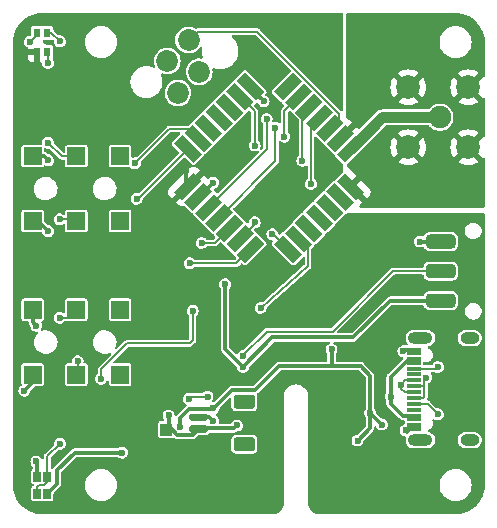
<source format=gbr>
G04 #@! TF.GenerationSoftware,KiCad,Pcbnew,7.0.3*
G04 #@! TF.CreationDate,2023-05-21T14:10:43+02:00*
G04 #@! TF.ProjectId,ultramote,756c7472-616d-46f7-9465-2e6b69636164,0.2a*
G04 #@! TF.SameCoordinates,Original*
G04 #@! TF.FileFunction,Copper,L1,Top*
G04 #@! TF.FilePolarity,Positive*
%FSLAX46Y46*%
G04 Gerber Fmt 4.6, Leading zero omitted, Abs format (unit mm)*
G04 Created by KiCad (PCBNEW 7.0.3) date 2023-05-21 14:10:43*
%MOMM*%
%LPD*%
G01*
G04 APERTURE LIST*
G04 #@! TA.AperFunction,SMDPad,CuDef*
%ADD10R,1.500000X1.500000*%
G04 #@! TD*
G04 #@! TA.AperFunction,SMDPad,CuDef*
%ADD11R,1.150000X0.300000*%
G04 #@! TD*
G04 #@! TA.AperFunction,ComponentPad*
%ADD12O,2.100000X1.000000*%
G04 #@! TD*
G04 #@! TA.AperFunction,ComponentPad*
%ADD13O,1.600000X1.000000*%
G04 #@! TD*
G04 #@! TA.AperFunction,SMDPad,CuDef*
%ADD14R,0.650000X0.850000*%
G04 #@! TD*
G04 #@! TA.AperFunction,SMDPad,CuDef*
%ADD15R,0.550000X0.800000*%
G04 #@! TD*
G04 #@! TA.AperFunction,ComponentPad*
%ADD16C,1.900000*%
G04 #@! TD*
G04 #@! TA.AperFunction,ComponentPad*
%ADD17C,2.000000*%
G04 #@! TD*
G04 #@! TA.AperFunction,SMDPad,CuDef*
%ADD18R,1.000000X1.000000*%
G04 #@! TD*
G04 #@! TA.AperFunction,ComponentPad*
%ADD19C,1.850000*%
G04 #@! TD*
G04 #@! TA.AperFunction,ViaPad*
%ADD20C,0.600000*%
G04 #@! TD*
G04 #@! TA.AperFunction,Conductor*
%ADD21C,0.300000*%
G04 #@! TD*
G04 #@! TA.AperFunction,Conductor*
%ADD22C,0.150000*%
G04 #@! TD*
G04 #@! TA.AperFunction,Conductor*
%ADD23C,0.180000*%
G04 #@! TD*
G04 #@! TA.AperFunction,Conductor*
%ADD24C,0.925000*%
G04 #@! TD*
G04 #@! TA.AperFunction,Conductor*
%ADD25C,0.200000*%
G04 #@! TD*
G04 APERTURE END LIST*
D10*
X89200000Y-82141804D03*
X89200000Y-87641804D03*
X92900000Y-82141804D03*
X96600000Y-82141804D03*
X92900000Y-87641804D03*
X96600000Y-87641804D03*
D11*
X121458461Y-92228938D03*
X121458461Y-91428938D03*
X121458461Y-90128938D03*
X121458461Y-89128938D03*
X121458461Y-88628938D03*
X121458461Y-87628938D03*
X121458461Y-86328938D03*
X121458461Y-85528938D03*
X121458461Y-85828938D03*
X121458461Y-86628938D03*
X121458461Y-87128938D03*
X121458461Y-88128938D03*
X121458461Y-89628938D03*
X121458461Y-90628938D03*
X121458461Y-91128938D03*
X121458461Y-91928938D03*
D12*
X122023461Y-93198938D03*
D13*
X126203461Y-93198938D03*
X126203461Y-84558938D03*
D12*
X122023461Y-84558938D03*
D10*
X89200000Y-69141804D03*
X89200000Y-74641804D03*
X92900000Y-69141804D03*
X96600000Y-69141804D03*
X92900000Y-74641804D03*
X96600000Y-74641804D03*
D14*
X89575000Y-97725000D03*
X90425000Y-97725000D03*
X89575000Y-96275000D03*
X90425000Y-96275000D03*
D15*
X89550000Y-58700000D03*
X90450000Y-58700000D03*
X90450000Y-60300000D03*
X89550000Y-60300000D03*
D16*
X123667000Y-65860000D03*
D17*
X121000000Y-68400000D03*
X126080000Y-68400000D03*
X121000000Y-63320000D03*
X126080000Y-63320000D03*
D18*
X100500000Y-92300000D03*
D19*
X102398026Y-59305923D03*
X100601974Y-61101974D03*
X101500000Y-63796051D03*
X103296051Y-62000000D03*
G04 #@! TA.AperFunction,SMDPad,CuDef*
G36*
X103499794Y-71254012D02*
G01*
X101873449Y-72880357D01*
X101166342Y-72173250D01*
X102792687Y-70546905D01*
X103499794Y-71254012D01*
G37*
G04 #@! TD.AperFunction*
G04 #@! TA.AperFunction,SMDPad,CuDef*
G36*
X104383677Y-72137896D02*
G01*
X102757332Y-73764241D01*
X102050225Y-73057134D01*
X103676570Y-71430789D01*
X104383677Y-72137896D01*
G37*
G04 #@! TD.AperFunction*
G04 #@! TA.AperFunction,SMDPad,CuDef*
G36*
X105267561Y-73021779D02*
G01*
X103641216Y-74648124D01*
X102934109Y-73941017D01*
X104560454Y-72314672D01*
X105267561Y-73021779D01*
G37*
G04 #@! TD.AperFunction*
G04 #@! TA.AperFunction,SMDPad,CuDef*
G36*
X106151444Y-73905663D02*
G01*
X104525099Y-75532008D01*
X103817992Y-74824901D01*
X105444337Y-73198556D01*
X106151444Y-73905663D01*
G37*
G04 #@! TD.AperFunction*
G04 #@! TA.AperFunction,SMDPad,CuDef*
G36*
X107035328Y-74789546D02*
G01*
X105408983Y-76415891D01*
X104701876Y-75708784D01*
X106328221Y-74082439D01*
X107035328Y-74789546D01*
G37*
G04 #@! TD.AperFunction*
G04 #@! TA.AperFunction,SMDPad,CuDef*
G36*
X107919211Y-75673430D02*
G01*
X106292866Y-77299775D01*
X105585759Y-76592668D01*
X107212104Y-74966323D01*
X107919211Y-75673430D01*
G37*
G04 #@! TD.AperFunction*
G04 #@! TA.AperFunction,SMDPad,CuDef*
G36*
X108803095Y-76557313D02*
G01*
X107176750Y-78183658D01*
X106469643Y-77476551D01*
X108095988Y-75850206D01*
X108803095Y-76557313D01*
G37*
G04 #@! TD.AperFunction*
G04 #@! TA.AperFunction,SMDPad,CuDef*
G36*
X110358730Y-75850206D02*
G01*
X111985075Y-77476551D01*
X111277968Y-78183658D01*
X109651623Y-76557313D01*
X110358730Y-75850206D01*
G37*
G04 #@! TD.AperFunction*
G04 #@! TA.AperFunction,SMDPad,CuDef*
G36*
X111242614Y-74966323D02*
G01*
X112868959Y-76592668D01*
X112161852Y-77299775D01*
X110535507Y-75673430D01*
X111242614Y-74966323D01*
G37*
G04 #@! TD.AperFunction*
G04 #@! TA.AperFunction,SMDPad,CuDef*
G36*
X112126497Y-74082439D02*
G01*
X113752842Y-75708784D01*
X113045735Y-76415891D01*
X111419390Y-74789546D01*
X112126497Y-74082439D01*
G37*
G04 #@! TD.AperFunction*
G04 #@! TA.AperFunction,SMDPad,CuDef*
G36*
X113010381Y-73198556D02*
G01*
X114636726Y-74824901D01*
X113929619Y-75532008D01*
X112303274Y-73905663D01*
X113010381Y-73198556D01*
G37*
G04 #@! TD.AperFunction*
G04 #@! TA.AperFunction,SMDPad,CuDef*
G36*
X113894264Y-72314672D02*
G01*
X115520609Y-73941017D01*
X114813502Y-74648124D01*
X113187157Y-73021779D01*
X113894264Y-72314672D01*
G37*
G04 #@! TD.AperFunction*
G04 #@! TA.AperFunction,SMDPad,CuDef*
G36*
X114778148Y-71430789D02*
G01*
X116404493Y-73057134D01*
X115697386Y-73764241D01*
X114071041Y-72137896D01*
X114778148Y-71430789D01*
G37*
G04 #@! TD.AperFunction*
G04 #@! TA.AperFunction,SMDPad,CuDef*
G36*
X115662031Y-70546905D02*
G01*
X117288376Y-72173250D01*
X116581269Y-72880357D01*
X114954924Y-71254012D01*
X115662031Y-70546905D01*
G37*
G04 #@! TD.AperFunction*
G04 #@! TA.AperFunction,SMDPad,CuDef*
G36*
X114954924Y-68991270D02*
G01*
X116581269Y-67364925D01*
X117288376Y-68072032D01*
X115662031Y-69698377D01*
X114954924Y-68991270D01*
G37*
G04 #@! TD.AperFunction*
G04 #@! TA.AperFunction,SMDPad,CuDef*
G36*
X114071041Y-68107386D02*
G01*
X115697386Y-66481041D01*
X116404493Y-67188148D01*
X114778148Y-68814493D01*
X114071041Y-68107386D01*
G37*
G04 #@! TD.AperFunction*
G04 #@! TA.AperFunction,SMDPad,CuDef*
G36*
X113187157Y-67223503D02*
G01*
X114813502Y-65597158D01*
X115520609Y-66304265D01*
X113894264Y-67930610D01*
X113187157Y-67223503D01*
G37*
G04 #@! TD.AperFunction*
G04 #@! TA.AperFunction,SMDPad,CuDef*
G36*
X112303274Y-66339619D02*
G01*
X113929619Y-64713274D01*
X114636726Y-65420381D01*
X113010381Y-67046726D01*
X112303274Y-66339619D01*
G37*
G04 #@! TD.AperFunction*
G04 #@! TA.AperFunction,SMDPad,CuDef*
G36*
X111419390Y-65455736D02*
G01*
X113045735Y-63829391D01*
X113752842Y-64536498D01*
X112126497Y-66162843D01*
X111419390Y-65455736D01*
G37*
G04 #@! TD.AperFunction*
G04 #@! TA.AperFunction,SMDPad,CuDef*
G36*
X110535507Y-64571852D02*
G01*
X112161852Y-62945507D01*
X112868959Y-63652614D01*
X111242614Y-65278959D01*
X110535507Y-64571852D01*
G37*
G04 #@! TD.AperFunction*
G04 #@! TA.AperFunction,SMDPad,CuDef*
G36*
X109651623Y-63687969D02*
G01*
X111277968Y-62061624D01*
X111985075Y-62768731D01*
X110358730Y-64395076D01*
X109651623Y-63687969D01*
G37*
G04 #@! TD.AperFunction*
G04 #@! TA.AperFunction,SMDPad,CuDef*
G36*
X108095988Y-64395076D02*
G01*
X106469643Y-62768731D01*
X107176750Y-62061624D01*
X108803095Y-63687969D01*
X108095988Y-64395076D01*
G37*
G04 #@! TD.AperFunction*
G04 #@! TA.AperFunction,SMDPad,CuDef*
G36*
X107212104Y-65278959D02*
G01*
X105585759Y-63652614D01*
X106292866Y-62945507D01*
X107919211Y-64571852D01*
X107212104Y-65278959D01*
G37*
G04 #@! TD.AperFunction*
G04 #@! TA.AperFunction,SMDPad,CuDef*
G36*
X106328221Y-66162843D02*
G01*
X104701876Y-64536498D01*
X105408983Y-63829391D01*
X107035328Y-65455736D01*
X106328221Y-66162843D01*
G37*
G04 #@! TD.AperFunction*
G04 #@! TA.AperFunction,SMDPad,CuDef*
G36*
X105444337Y-67046726D02*
G01*
X103817992Y-65420381D01*
X104525099Y-64713274D01*
X106151444Y-66339619D01*
X105444337Y-67046726D01*
G37*
G04 #@! TD.AperFunction*
G04 #@! TA.AperFunction,SMDPad,CuDef*
G36*
X104560454Y-67930610D02*
G01*
X102934109Y-66304265D01*
X103641216Y-65597158D01*
X105267561Y-67223503D01*
X104560454Y-67930610D01*
G37*
G04 #@! TD.AperFunction*
G04 #@! TA.AperFunction,SMDPad,CuDef*
G36*
X103676570Y-68814493D02*
G01*
X102050225Y-67188148D01*
X102757332Y-66481041D01*
X104383677Y-68107386D01*
X103676570Y-68814493D01*
G37*
G04 #@! TD.AperFunction*
G04 #@! TA.AperFunction,SMDPad,CuDef*
G36*
X102792687Y-69698377D02*
G01*
X101166342Y-68072032D01*
X101873449Y-67364925D01*
X103499794Y-68991270D01*
X102792687Y-69698377D01*
G37*
G04 #@! TD.AperFunction*
G04 #@! TA.AperFunction,SMDPad,CuDef*
G36*
G01*
X124700000Y-76980000D02*
X122800000Y-76980000D01*
G75*
G02*
X122500000Y-76680000I0J300000D01*
G01*
X122500000Y-76080000D01*
G75*
G02*
X122800000Y-75780000I300000J0D01*
G01*
X124700000Y-75780000D01*
G75*
G02*
X125000000Y-76080000I0J-300000D01*
G01*
X125000000Y-76680000D01*
G75*
G02*
X124700000Y-76980000I-300000J0D01*
G01*
G37*
G04 #@! TD.AperFunction*
G04 #@! TA.AperFunction,SMDPad,CuDef*
G36*
G01*
X124700000Y-79480000D02*
X122800000Y-79480000D01*
G75*
G02*
X122500000Y-79180000I0J300000D01*
G01*
X122500000Y-78580000D01*
G75*
G02*
X122800000Y-78280000I300000J0D01*
G01*
X124700000Y-78280000D01*
G75*
G02*
X125000000Y-78580000I0J-300000D01*
G01*
X125000000Y-79180000D01*
G75*
G02*
X124700000Y-79480000I-300000J0D01*
G01*
G37*
G04 #@! TD.AperFunction*
G04 #@! TA.AperFunction,SMDPad,CuDef*
G36*
G01*
X124700000Y-81980000D02*
X122800000Y-81980000D01*
G75*
G02*
X122500000Y-81680000I0J300000D01*
G01*
X122500000Y-81080000D01*
G75*
G02*
X122800000Y-80780000I300000J0D01*
G01*
X124700000Y-80780000D01*
G75*
G02*
X125000000Y-81080000I0J-300000D01*
G01*
X125000000Y-81680000D01*
G75*
G02*
X124700000Y-81980000I-300000J0D01*
G01*
G37*
G04 #@! TD.AperFunction*
G04 #@! TA.AperFunction,SMDPad,CuDef*
G36*
G01*
X103875000Y-92550000D02*
X102625000Y-92550000D01*
G75*
G02*
X102475000Y-92400000I0J150000D01*
G01*
X102475000Y-92100000D01*
G75*
G02*
X102625000Y-91950000I150000J0D01*
G01*
X103875000Y-91950000D01*
G75*
G02*
X104025000Y-92100000I0J-150000D01*
G01*
X104025000Y-92400000D01*
G75*
G02*
X103875000Y-92550000I-150000J0D01*
G01*
G37*
G04 #@! TD.AperFunction*
G04 #@! TA.AperFunction,SMDPad,CuDef*
G36*
G01*
X103875000Y-91550000D02*
X102625000Y-91550000D01*
G75*
G02*
X102475000Y-91400000I0J150000D01*
G01*
X102475000Y-91100000D01*
G75*
G02*
X102625000Y-90950000I150000J0D01*
G01*
X103875000Y-90950000D01*
G75*
G02*
X104025000Y-91100000I0J-150000D01*
G01*
X104025000Y-91400000D01*
G75*
G02*
X103875000Y-91550000I-150000J0D01*
G01*
G37*
G04 #@! TD.AperFunction*
G04 #@! TA.AperFunction,SMDPad,CuDef*
G36*
G01*
X107775000Y-94150000D02*
X106475000Y-94150000D01*
G75*
G02*
X106225000Y-93900000I0J250000D01*
G01*
X106225000Y-93200000D01*
G75*
G02*
X106475000Y-92950000I250000J0D01*
G01*
X107775000Y-92950000D01*
G75*
G02*
X108025000Y-93200000I0J-250000D01*
G01*
X108025000Y-93900000D01*
G75*
G02*
X107775000Y-94150000I-250000J0D01*
G01*
G37*
G04 #@! TD.AperFunction*
G04 #@! TA.AperFunction,SMDPad,CuDef*
G36*
G01*
X107775000Y-90550000D02*
X106475000Y-90550000D01*
G75*
G02*
X106225000Y-90300000I0J250000D01*
G01*
X106225000Y-89600000D01*
G75*
G02*
X106475000Y-89350000I250000J0D01*
G01*
X107775000Y-89350000D01*
G75*
G02*
X108025000Y-89600000I0J-250000D01*
G01*
X108025000Y-90300000D01*
G75*
G02*
X107775000Y-90550000I-250000J0D01*
G01*
G37*
G04 #@! TD.AperFunction*
D20*
X90000000Y-80000000D03*
X92500000Y-65500000D03*
X89500000Y-86000000D03*
X101500000Y-83500000D03*
X102220000Y-70380000D03*
X88500000Y-89000000D03*
X118000000Y-72500000D03*
X120765000Y-92375000D03*
X116220000Y-64500000D03*
X89500000Y-83500000D03*
X116500000Y-69880000D03*
X120587908Y-85655631D03*
X119500000Y-67000000D03*
X116220000Y-61500000D03*
X108750000Y-64500000D03*
X104470000Y-71380000D03*
X116220000Y-57500000D03*
X90500000Y-75500000D03*
X122000000Y-72500000D03*
X120500000Y-57500000D03*
X89500000Y-95000000D03*
X117750000Y-65250000D03*
X104500000Y-91550500D03*
X127000000Y-60000000D03*
X119500000Y-64750000D03*
X121970000Y-76380000D03*
X116750000Y-66500000D03*
X126500000Y-72500000D03*
X90500000Y-69500000D03*
X124500000Y-57500000D03*
X127000000Y-66000000D03*
X118250000Y-68000000D03*
X105500000Y-80000000D03*
X107000000Y-87000000D03*
X106500000Y-91949500D03*
X100700000Y-91100000D03*
X104500000Y-90500000D03*
X118765000Y-91875000D03*
X114500000Y-85500000D03*
X101700000Y-92100000D03*
X117765000Y-90875000D03*
X96750000Y-94250000D03*
X116700000Y-93224500D03*
X108000000Y-68250000D03*
X102450500Y-89700000D03*
X104000000Y-89500000D03*
X110500000Y-67500000D03*
X108000000Y-74750000D03*
X119500000Y-89500000D03*
X109000000Y-66000000D03*
X109750000Y-66750000D03*
X91500000Y-93500000D03*
X109500000Y-75750000D03*
X88984595Y-59468108D03*
X91500000Y-59425500D03*
X103500000Y-76500000D03*
X108500000Y-82000000D03*
X95000000Y-88000000D03*
X102750000Y-82250000D03*
X90500000Y-61250000D03*
X123500000Y-91000000D03*
X120383959Y-88500000D03*
X122525963Y-87895607D03*
X123500000Y-87000000D03*
X91500000Y-82817304D03*
X93000000Y-86500000D03*
X102500000Y-78224500D03*
X107000000Y-86081468D03*
X112750000Y-71500000D03*
X112028274Y-69528274D03*
X97849502Y-69750000D03*
X98000000Y-72750000D03*
X90500000Y-68000000D03*
X91500000Y-74500000D03*
D21*
X102220000Y-71600563D02*
X102333068Y-71713631D01*
X102220000Y-70380000D02*
X102220000Y-71600563D01*
X89200000Y-87641804D02*
X89200000Y-88300000D01*
X89575000Y-95075000D02*
X89500000Y-95000000D01*
X107636369Y-63228350D02*
X107636369Y-63386369D01*
X107636369Y-63386369D02*
X108750000Y-64500000D01*
X104149500Y-91200000D02*
X104500000Y-91550500D01*
X89200000Y-69141804D02*
X90141804Y-69141804D01*
X103216951Y-72597515D02*
X103252485Y-72597515D01*
X89641804Y-74641804D02*
X90500000Y-75500000D01*
X89200000Y-74641804D02*
X89641804Y-74641804D01*
X103300000Y-91200000D02*
X104149500Y-91200000D01*
X89575000Y-96275000D02*
X89575000Y-95075000D01*
X90141804Y-69141804D02*
X90500000Y-69500000D01*
X103252485Y-72597515D02*
X104470000Y-71380000D01*
X121458461Y-85528938D02*
X120574601Y-85528938D01*
X89200000Y-88300000D02*
X88500000Y-89000000D01*
X89200000Y-83200000D02*
X89500000Y-83500000D01*
X89200000Y-82141804D02*
X89200000Y-83200000D01*
X120887399Y-92500000D02*
X121458461Y-91928938D01*
X123750000Y-76380000D02*
X121970000Y-76380000D01*
X103300000Y-92200000D02*
X106249500Y-92200000D01*
X102750000Y-92750000D02*
X101430761Y-92750000D01*
X103300000Y-92200000D02*
X102750000Y-92750000D01*
X101430761Y-92750000D02*
X100700000Y-92019239D01*
X100700000Y-92019239D02*
X100700000Y-91100000D01*
X116350000Y-84500000D02*
X109500000Y-84500000D01*
X106249500Y-92200000D02*
X106500000Y-91949500D01*
X123750000Y-81380000D02*
X119470000Y-81380000D01*
X119470000Y-81380000D02*
X116350000Y-84500000D01*
X105500000Y-85500707D02*
X106999293Y-87000000D01*
X106999293Y-87000000D02*
X107000000Y-87000000D01*
X109500000Y-84500000D02*
X107000000Y-87000000D01*
X105500000Y-80000000D02*
X105500000Y-85500707D01*
X114425000Y-86925000D02*
X116955000Y-86925000D01*
X110025000Y-86925000D02*
X108000000Y-88950000D01*
X102550000Y-90550000D02*
X104450000Y-90550000D01*
X102550000Y-90550000D02*
X102467893Y-90550000D01*
X92750000Y-94250000D02*
X96750000Y-94250000D01*
X117765000Y-90875000D02*
X118765000Y-91875000D01*
X90425000Y-97725000D02*
X91250000Y-96900000D01*
X117765000Y-88235000D02*
X117765000Y-90875000D01*
X102467893Y-90550000D02*
X101700000Y-91317893D01*
X108000000Y-88950000D02*
X106050000Y-88950000D01*
X104450000Y-90550000D02*
X106050000Y-88950000D01*
X101700000Y-91317893D02*
X101700000Y-92100000D01*
X91250000Y-96900000D02*
X91250000Y-95750000D01*
X117765000Y-92159500D02*
X116700000Y-93224500D01*
X114500000Y-85500000D02*
X114500000Y-86850000D01*
X117765000Y-90875000D02*
X117765000Y-92159500D01*
X117765000Y-87735000D02*
X117765000Y-88235000D01*
X91250000Y-95750000D02*
X92750000Y-94250000D01*
X114500000Y-86850000D02*
X114425000Y-86925000D01*
X113715000Y-86925000D02*
X113925000Y-86925000D01*
X116955000Y-86925000D02*
X117765000Y-87735000D01*
X113925000Y-86925000D02*
X114425000Y-86925000D01*
X113715000Y-86925000D02*
X110025000Y-86925000D01*
D22*
X108000000Y-68250000D02*
X108000000Y-65359748D01*
X108000000Y-65359748D02*
X106752485Y-64112233D01*
X104000000Y-89500000D02*
X102650500Y-89500000D01*
X102650500Y-89500000D02*
X102450500Y-89700000D01*
X110500000Y-67500000D02*
X110500000Y-65314466D01*
X110500000Y-65314466D02*
X111702233Y-64112233D01*
X106752485Y-76133049D02*
X108000000Y-74885534D01*
X108000000Y-74885534D02*
X108000000Y-74750000D01*
D21*
X119500000Y-87862399D02*
X119500000Y-90095477D01*
X121458461Y-86328938D02*
X121033461Y-86328938D01*
X119500000Y-90095477D02*
X120533461Y-91128938D01*
X120533461Y-91128938D02*
X121458461Y-91128938D01*
X121033461Y-86328938D02*
X119500000Y-87862399D01*
D22*
X109000000Y-66000000D02*
X109000000Y-68582232D01*
X109000000Y-68582232D02*
X104100835Y-73481398D01*
X109750000Y-66750000D02*
X109750000Y-69600000D01*
X109750000Y-69600000D02*
X104984718Y-74365282D01*
D23*
X89575000Y-97725000D02*
X89575000Y-97120000D01*
X90180000Y-97000000D02*
X90425000Y-96755000D01*
X90425000Y-94575000D02*
X91500000Y-93500000D01*
X90425000Y-96755000D02*
X90425000Y-96275000D01*
X89575000Y-97120000D02*
X89695000Y-97000000D01*
X90425000Y-96275000D02*
X90425000Y-94575000D01*
X89695000Y-97000000D02*
X90180000Y-97000000D01*
D22*
X109551417Y-75750000D02*
X110818349Y-77016932D01*
X109500000Y-75750000D02*
X109551417Y-75750000D01*
D23*
X89550000Y-58700000D02*
X89550000Y-58902703D01*
X89550000Y-58902703D02*
X88984595Y-59468108D01*
X90450000Y-58700000D02*
X90774500Y-58700000D01*
X90774500Y-58700000D02*
X91500000Y-59425500D01*
D22*
X104617767Y-76500000D02*
X105868602Y-75249165D01*
X103500000Y-76500000D02*
X104617767Y-76500000D01*
X112515406Y-76946222D02*
X111702233Y-76133049D01*
X102750000Y-82250000D02*
X102750000Y-84750000D01*
X102750000Y-84750000D02*
X102500000Y-85000000D01*
X97191804Y-85000000D02*
X95000000Y-87191804D01*
X108500000Y-82000000D02*
X112515406Y-78484594D01*
X102500000Y-85000000D02*
X97191804Y-85000000D01*
X95000000Y-87191804D02*
X95000000Y-88000000D01*
X112515406Y-78484594D02*
X112515406Y-76946222D01*
D23*
X90500000Y-60350000D02*
X90450000Y-60300000D01*
X90500000Y-61250000D02*
X90500000Y-60350000D01*
D24*
X118793301Y-65860000D02*
X123667000Y-65860000D01*
X116121650Y-68531651D02*
X118793301Y-65860000D01*
D23*
X122628938Y-90128938D02*
X123500000Y-91000000D01*
X121458461Y-90128938D02*
X122628938Y-90128938D01*
D22*
X120383959Y-88829436D02*
X120683461Y-89128938D01*
X120383959Y-88500000D02*
X120383959Y-88829436D01*
X120683461Y-89128938D02*
X121458461Y-89128938D01*
X121458461Y-88128938D02*
X120755021Y-88128938D01*
X120755021Y-88128938D02*
X120383959Y-88500000D01*
D25*
X122333461Y-88088109D02*
X122525963Y-87895607D01*
X122333461Y-89578938D02*
X122333461Y-88678938D01*
X122333461Y-88678938D02*
X122283461Y-88628938D01*
X122283461Y-88628938D02*
X121458461Y-88628938D01*
X122283461Y-89628938D02*
X122333461Y-89578938D01*
X121458461Y-89628938D02*
X122283461Y-89628938D01*
X122333461Y-88678938D02*
X122333461Y-88088109D01*
D23*
X121458461Y-87128938D02*
X123371062Y-87128938D01*
X123371062Y-87128938D02*
X123500000Y-87000000D01*
D22*
X114353883Y-66763884D02*
X115167056Y-65950711D01*
X115167056Y-65561802D02*
X108212486Y-58607232D01*
X115167056Y-65950711D02*
X115167056Y-65561802D01*
X103096717Y-58607232D02*
X102398026Y-59305923D01*
X108212486Y-58607232D02*
X103096717Y-58607232D01*
D23*
X92224500Y-82817304D02*
X92900000Y-82141804D01*
X91500000Y-82817304D02*
X92224500Y-82817304D01*
X93000000Y-86500000D02*
X93000000Y-87541804D01*
X93000000Y-87541804D02*
X92900000Y-87641804D01*
X102500000Y-78224500D02*
X106428801Y-78224500D01*
X106428801Y-78224500D02*
X107636369Y-77016932D01*
D22*
X123750000Y-78880000D02*
X119710000Y-78880000D01*
X119710000Y-78880000D02*
X114590000Y-84000000D01*
D23*
X109000000Y-84000000D02*
X114590000Y-84000000D01*
X107000000Y-86081468D02*
X107000000Y-86000000D01*
X107000000Y-86000000D02*
X109000000Y-84000000D01*
D22*
X112750000Y-66600000D02*
X112750000Y-71500000D01*
X113470000Y-65880000D02*
X112750000Y-66600000D01*
X112028274Y-69528274D02*
X112028274Y-65553959D01*
X112028274Y-65553959D02*
X112586116Y-64996117D01*
X103216951Y-67647767D02*
X102403778Y-66834594D01*
X102403778Y-66834594D02*
X100764908Y-66834594D01*
X100764908Y-66834594D02*
X97849502Y-69750000D01*
X98114719Y-72750000D02*
X98000000Y-72750000D01*
X102333068Y-68531651D02*
X98114719Y-72750000D01*
D23*
X91641804Y-69141804D02*
X90500000Y-68000000D01*
X92900000Y-69141804D02*
X91641804Y-69141804D01*
X92758196Y-74500000D02*
X92900000Y-74641804D01*
X91500000Y-74500000D02*
X92758196Y-74500000D01*
G04 #@! TA.AperFunction,Conductor*
G36*
X125001900Y-57025614D02*
G01*
X125294470Y-57043312D01*
X125302012Y-57044228D01*
X125588449Y-57096719D01*
X125595822Y-57098536D01*
X125873837Y-57185169D01*
X125880941Y-57187864D01*
X126146479Y-57307373D01*
X126153216Y-57310910D01*
X126402411Y-57461552D01*
X126408671Y-57465872D01*
X126637899Y-57645461D01*
X126643589Y-57650502D01*
X126849496Y-57856409D01*
X126854538Y-57862100D01*
X127034121Y-58091320D01*
X127038447Y-58097588D01*
X127189089Y-58346783D01*
X127192628Y-58353525D01*
X127312131Y-58619048D01*
X127314831Y-58626167D01*
X127401461Y-58904172D01*
X127403284Y-58911566D01*
X127455770Y-59197980D01*
X127456688Y-59205539D01*
X127474385Y-59498096D01*
X127474500Y-59501901D01*
X127474499Y-62323417D01*
X127454497Y-62391538D01*
X127400841Y-62438031D01*
X127333689Y-62448544D01*
X127313101Y-62446107D01*
X126758900Y-63000308D01*
X126733941Y-62942447D01*
X126629244Y-62801815D01*
X126494938Y-62689118D01*
X126399568Y-62641221D01*
X126953891Y-62086898D01*
X126953891Y-62086897D01*
X126766733Y-61972206D01*
X126547437Y-61881371D01*
X126316632Y-61825960D01*
X126080000Y-61807337D01*
X125843367Y-61825960D01*
X125612562Y-61881371D01*
X125393262Y-61972208D01*
X125206107Y-62086896D01*
X125206107Y-62086897D01*
X125758201Y-62638991D01*
X125741109Y-62645213D01*
X125594627Y-62741555D01*
X125474312Y-62869082D01*
X125399482Y-62998691D01*
X124846897Y-62446107D01*
X124846896Y-62446107D01*
X124732208Y-62633262D01*
X124641371Y-62852562D01*
X124585960Y-63083367D01*
X124567337Y-63320000D01*
X124585960Y-63556632D01*
X124641371Y-63787437D01*
X124732206Y-64006733D01*
X124846898Y-64193891D01*
X125401099Y-63639689D01*
X125426059Y-63697553D01*
X125530756Y-63838185D01*
X125665062Y-63950882D01*
X125760431Y-63998778D01*
X125206107Y-64553101D01*
X125206107Y-64553102D01*
X125393261Y-64667791D01*
X125612562Y-64758628D01*
X125843367Y-64814039D01*
X126080000Y-64832662D01*
X126316632Y-64814039D01*
X126547437Y-64758628D01*
X126766738Y-64667791D01*
X126953891Y-64553102D01*
X126953892Y-64553101D01*
X126401798Y-64001007D01*
X126418891Y-63994787D01*
X126565373Y-63898445D01*
X126685688Y-63770918D01*
X126760517Y-63641308D01*
X127313100Y-64193891D01*
X127333689Y-64191455D01*
X127403689Y-64203312D01*
X127456166Y-64251131D01*
X127474499Y-64316582D01*
X127474499Y-67403417D01*
X127454497Y-67471538D01*
X127400841Y-67518031D01*
X127333689Y-67528544D01*
X127313100Y-67526107D01*
X126758899Y-68080307D01*
X126733941Y-68022447D01*
X126629244Y-67881815D01*
X126494938Y-67769118D01*
X126399568Y-67721221D01*
X126953891Y-67166898D01*
X126953891Y-67166897D01*
X126766733Y-67052206D01*
X126547437Y-66961371D01*
X126316632Y-66905960D01*
X126079999Y-66887337D01*
X125843367Y-66905960D01*
X125612562Y-66961371D01*
X125393262Y-67052208D01*
X125206107Y-67166896D01*
X125206107Y-67166897D01*
X125758201Y-67718991D01*
X125741109Y-67725213D01*
X125594627Y-67821555D01*
X125474312Y-67949082D01*
X125399482Y-68078692D01*
X124846897Y-67526107D01*
X124846896Y-67526107D01*
X124732208Y-67713262D01*
X124641371Y-67932562D01*
X124585960Y-68163367D01*
X124567337Y-68400000D01*
X124585960Y-68636632D01*
X124641371Y-68867437D01*
X124732206Y-69086733D01*
X124846898Y-69273891D01*
X125401099Y-68719689D01*
X125426059Y-68777553D01*
X125530756Y-68918185D01*
X125665062Y-69030882D01*
X125760431Y-69078778D01*
X125206107Y-69633101D01*
X125206107Y-69633102D01*
X125393261Y-69747791D01*
X125612562Y-69838628D01*
X125843367Y-69894039D01*
X126080000Y-69912662D01*
X126316632Y-69894039D01*
X126547437Y-69838628D01*
X126766738Y-69747791D01*
X126953891Y-69633102D01*
X126953892Y-69633101D01*
X126401798Y-69081007D01*
X126418891Y-69074787D01*
X126565373Y-68978445D01*
X126685688Y-68850918D01*
X126760517Y-68721308D01*
X127313101Y-69273891D01*
X127333689Y-69271455D01*
X127403689Y-69283312D01*
X127456166Y-69331131D01*
X127474499Y-69396582D01*
X127474500Y-73374000D01*
X127454498Y-73442121D01*
X127400842Y-73488614D01*
X127348500Y-73500000D01*
X116982743Y-73500000D01*
X116914622Y-73479998D01*
X116868129Y-73426342D01*
X116858025Y-73356068D01*
X116887519Y-73291488D01*
X116903685Y-73275889D01*
X116906113Y-73273932D01*
X116906127Y-73273919D01*
X117114427Y-73065619D01*
X117114427Y-73065617D01*
X115851535Y-71802726D01*
X115817509Y-71740414D01*
X115819425Y-71713631D01*
X116480859Y-71713631D01*
X117473637Y-72706409D01*
X117473639Y-72706409D01*
X117681929Y-72498118D01*
X117681951Y-72498094D01*
X117720125Y-72450723D01*
X117780810Y-72317842D01*
X117801599Y-72173249D01*
X117780810Y-72028657D01*
X117720127Y-71895780D01*
X117681947Y-71848401D01*
X117681939Y-71848392D01*
X117014018Y-71180472D01*
X117014017Y-71180472D01*
X116480859Y-71713630D01*
X116480859Y-71713631D01*
X115819425Y-71713631D01*
X115822574Y-71669599D01*
X115851535Y-71624536D01*
X116654809Y-70821262D01*
X116654809Y-70821261D01*
X115986898Y-70153350D01*
X115986879Y-70153333D01*
X115939501Y-70115154D01*
X115823657Y-70062250D01*
X115770002Y-70015757D01*
X115750000Y-69947636D01*
X115750000Y-69946149D01*
X115770002Y-69878028D01*
X115786905Y-69857054D01*
X117243958Y-68400000D01*
X119487337Y-68400000D01*
X119505960Y-68636632D01*
X119561371Y-68867437D01*
X119652206Y-69086733D01*
X119766897Y-69273891D01*
X120321098Y-68719689D01*
X120346059Y-68777553D01*
X120450756Y-68918185D01*
X120585062Y-69030882D01*
X120680431Y-69078778D01*
X120126107Y-69633101D01*
X120126107Y-69633102D01*
X120313261Y-69747791D01*
X120532562Y-69838628D01*
X120763367Y-69894039D01*
X121000000Y-69912662D01*
X121236632Y-69894039D01*
X121467437Y-69838628D01*
X121686738Y-69747791D01*
X121873891Y-69633102D01*
X121873892Y-69633101D01*
X121321798Y-69081007D01*
X121338891Y-69074787D01*
X121485373Y-68978445D01*
X121605688Y-68850918D01*
X121680517Y-68721308D01*
X122233101Y-69273892D01*
X122233102Y-69273891D01*
X122347791Y-69086738D01*
X122438628Y-68867437D01*
X122494039Y-68636632D01*
X122512662Y-68400000D01*
X122494039Y-68163367D01*
X122438628Y-67932562D01*
X122347791Y-67713261D01*
X122233102Y-67526107D01*
X122233101Y-67526107D01*
X121678900Y-68080308D01*
X121653941Y-68022447D01*
X121549244Y-67881815D01*
X121414938Y-67769118D01*
X121319567Y-67721221D01*
X121873891Y-67166897D01*
X121686733Y-67052206D01*
X121467437Y-66961371D01*
X121236632Y-66905960D01*
X120999999Y-66887337D01*
X120763367Y-66905960D01*
X120532562Y-66961371D01*
X120313262Y-67052208D01*
X120126107Y-67166896D01*
X120126107Y-67166898D01*
X120678201Y-67718992D01*
X120661109Y-67725213D01*
X120514627Y-67821555D01*
X120394312Y-67949082D01*
X120319482Y-68078691D01*
X119766898Y-67526107D01*
X119766896Y-67526107D01*
X119652208Y-67713262D01*
X119561371Y-67932562D01*
X119505960Y-68163367D01*
X119487337Y-68400000D01*
X117243958Y-68400000D01*
X117444108Y-68199850D01*
X117444115Y-68199843D01*
X117477243Y-68150263D01*
X117478869Y-68142086D01*
X117511772Y-68079178D01*
X117513243Y-68077679D01*
X119031021Y-66559902D01*
X119093331Y-66525879D01*
X119120114Y-66523000D01*
X122663236Y-66523000D01*
X122731357Y-66543002D01*
X122763786Y-66573068D01*
X122813126Y-66638404D01*
X122813128Y-66638407D01*
X122970699Y-66782053D01*
X122970701Y-66782054D01*
X123151974Y-66894294D01*
X123151975Y-66894294D01*
X123151981Y-66894298D01*
X123350802Y-66971321D01*
X123560390Y-67010500D01*
X123560393Y-67010500D01*
X123773607Y-67010500D01*
X123773610Y-67010500D01*
X123983198Y-66971321D01*
X124182019Y-66894298D01*
X124363302Y-66782052D01*
X124520872Y-66638407D01*
X124649366Y-66468255D01*
X124744405Y-66277389D01*
X124802756Y-66072310D01*
X124822429Y-65860000D01*
X124802756Y-65647690D01*
X124744405Y-65442611D01*
X124649366Y-65251745D01*
X124520872Y-65081593D01*
X124363302Y-64937948D01*
X124363300Y-64937946D01*
X124363298Y-64937945D01*
X124182025Y-64825705D01*
X124182021Y-64825703D01*
X124182019Y-64825702D01*
X124008880Y-64758628D01*
X123983199Y-64748679D01*
X123930801Y-64738884D01*
X123773610Y-64709500D01*
X123560390Y-64709500D01*
X123434637Y-64733007D01*
X123350800Y-64748679D01*
X123196753Y-64808356D01*
X123151981Y-64825702D01*
X123151980Y-64825702D01*
X123151979Y-64825703D01*
X123151974Y-64825705D01*
X122970701Y-64937945D01*
X122970699Y-64937946D01*
X122813128Y-65081592D01*
X122813126Y-65081595D01*
X122763786Y-65146932D01*
X122706772Y-65189240D01*
X122663236Y-65197000D01*
X118815249Y-65197000D01*
X118811445Y-65196885D01*
X118807520Y-65196647D01*
X118752973Y-65193347D01*
X118752972Y-65193348D01*
X118695361Y-65203905D01*
X118691599Y-65204478D01*
X118633471Y-65211536D01*
X118633469Y-65211536D01*
X118625227Y-65214662D01*
X118603272Y-65220781D01*
X118594612Y-65222368D01*
X118594607Y-65222369D01*
X118541200Y-65246406D01*
X118537685Y-65247862D01*
X118482927Y-65268629D01*
X118482921Y-65268632D01*
X118475673Y-65273635D01*
X118455825Y-65284830D01*
X118447793Y-65288445D01*
X118447784Y-65288451D01*
X118401690Y-65324562D01*
X118398626Y-65326816D01*
X118350425Y-65360088D01*
X118350420Y-65360092D01*
X118311565Y-65403950D01*
X118308957Y-65406720D01*
X116914316Y-66801360D01*
X116852004Y-66835386D01*
X116781189Y-66830321D01*
X116736126Y-66801360D01*
X116589755Y-66654989D01*
X116589753Y-66654989D01*
X115749999Y-67494742D01*
X115749999Y-66776322D01*
X116230543Y-66295779D01*
X116230544Y-66295777D01*
X116022254Y-66087487D01*
X116022230Y-66087465D01*
X115974859Y-66049291D01*
X115841972Y-65988603D01*
X115840495Y-65988170D01*
X115839200Y-65987338D01*
X115833781Y-65984863D01*
X115834137Y-65984083D01*
X115780771Y-65949783D01*
X115751281Y-65885201D01*
X115750000Y-65867276D01*
X115750000Y-63320000D01*
X119487337Y-63320000D01*
X119505960Y-63556632D01*
X119561371Y-63787437D01*
X119652206Y-64006733D01*
X119766897Y-64193891D01*
X120321098Y-63639689D01*
X120346059Y-63697553D01*
X120450756Y-63838185D01*
X120585062Y-63950882D01*
X120680431Y-63998778D01*
X120126107Y-64553101D01*
X120126107Y-64553102D01*
X120313261Y-64667791D01*
X120532562Y-64758628D01*
X120763367Y-64814039D01*
X121000000Y-64832662D01*
X121236632Y-64814039D01*
X121467437Y-64758628D01*
X121686738Y-64667791D01*
X121873891Y-64553102D01*
X121873892Y-64553101D01*
X121321798Y-64001007D01*
X121338891Y-63994787D01*
X121485373Y-63898445D01*
X121605688Y-63770918D01*
X121680517Y-63641308D01*
X122233101Y-64193892D01*
X122233102Y-64193891D01*
X122347791Y-64006738D01*
X122438628Y-63787437D01*
X122494039Y-63556632D01*
X122512662Y-63320000D01*
X122494039Y-63083367D01*
X122438628Y-62852562D01*
X122347791Y-62633261D01*
X122233102Y-62446107D01*
X122233101Y-62446107D01*
X121678899Y-63000308D01*
X121653941Y-62942447D01*
X121549244Y-62801815D01*
X121414938Y-62689118D01*
X121319567Y-62641221D01*
X121873891Y-62086897D01*
X121686733Y-61972206D01*
X121467437Y-61881371D01*
X121236632Y-61825960D01*
X121000000Y-61807337D01*
X120763367Y-61825960D01*
X120532562Y-61881371D01*
X120313262Y-61972208D01*
X120126107Y-62086896D01*
X120126107Y-62086898D01*
X120678201Y-62638992D01*
X120661109Y-62645213D01*
X120514627Y-62741555D01*
X120394312Y-62869082D01*
X120319482Y-62998691D01*
X119766898Y-62446107D01*
X119766896Y-62446107D01*
X119652208Y-62633262D01*
X119561371Y-62852562D01*
X119505960Y-63083367D01*
X119487337Y-63320000D01*
X115750000Y-63320000D01*
X115750000Y-59500000D01*
X123644341Y-59500000D01*
X123664937Y-59735411D01*
X123726096Y-59963661D01*
X123726098Y-59963665D01*
X123825966Y-60177832D01*
X123961498Y-60371392D01*
X123961502Y-60371397D01*
X123961505Y-60371401D01*
X124128599Y-60538495D01*
X124128603Y-60538498D01*
X124128607Y-60538501D01*
X124322167Y-60674033D01*
X124322166Y-60674033D01*
X124398304Y-60709537D01*
X124536337Y-60773903D01*
X124764592Y-60835063D01*
X124941034Y-60850500D01*
X124941041Y-60850500D01*
X125058959Y-60850500D01*
X125058966Y-60850500D01*
X125235408Y-60835063D01*
X125463663Y-60773903D01*
X125677829Y-60674035D01*
X125871401Y-60538495D01*
X126038495Y-60371401D01*
X126174035Y-60177830D01*
X126273903Y-59963663D01*
X126335063Y-59735408D01*
X126355659Y-59500000D01*
X126335063Y-59264592D01*
X126273903Y-59036337D01*
X126174035Y-58822171D01*
X126174034Y-58822169D01*
X126174033Y-58822167D01*
X126038501Y-58628607D01*
X126038497Y-58628602D01*
X126038495Y-58628599D01*
X125871401Y-58461505D01*
X125871397Y-58461502D01*
X125871392Y-58461498D01*
X125677832Y-58325966D01*
X125677833Y-58325966D01*
X125463665Y-58226098D01*
X125463661Y-58226096D01*
X125235411Y-58164937D01*
X125182475Y-58160305D01*
X125058966Y-58149500D01*
X124941034Y-58149500D01*
X124828752Y-58159323D01*
X124764588Y-58164937D01*
X124536338Y-58226096D01*
X124536334Y-58226098D01*
X124322167Y-58325966D01*
X124128607Y-58461498D01*
X124128596Y-58461507D01*
X123961507Y-58628596D01*
X123961502Y-58628602D01*
X123825965Y-58822169D01*
X123726098Y-59036334D01*
X123726096Y-59036338D01*
X123664937Y-59264588D01*
X123644341Y-59500000D01*
X115750000Y-59500000D01*
X115750000Y-57151500D01*
X115770002Y-57083379D01*
X115823658Y-57036886D01*
X115876000Y-57025500D01*
X124991715Y-57025500D01*
X124998097Y-57025500D01*
X125001900Y-57025614D01*
G37*
G04 #@! TD.AperFunction*
G04 #@! TA.AperFunction,Conductor*
G36*
X115750856Y-67829932D02*
G01*
X115750000Y-67841902D01*
X115750000Y-67828364D01*
X115750856Y-67829932D01*
G37*
G04 #@! TD.AperFunction*
G04 #@! TA.AperFunction,Conductor*
G36*
X115459191Y-57044407D02*
G01*
X115495155Y-57093907D01*
X115500000Y-57124500D01*
X115500000Y-65266121D01*
X115481093Y-65324312D01*
X115431593Y-65360276D01*
X115370407Y-65360276D01*
X115330996Y-65336125D01*
X108433371Y-58438501D01*
X108421059Y-58423498D01*
X108411111Y-58408610D01*
X108411110Y-58408608D01*
X108411106Y-58408605D01*
X108411105Y-58408604D01*
X108392242Y-58396000D01*
X108392195Y-58395969D01*
X108361952Y-58375761D01*
X108319980Y-58347716D01*
X108319981Y-58347716D01*
X108233669Y-58330548D01*
X108233657Y-58330545D01*
X108212488Y-58326335D01*
X108212487Y-58326335D01*
X108212486Y-58326335D01*
X108194916Y-58329830D01*
X108175602Y-58331732D01*
X103133601Y-58331732D01*
X103114287Y-58329830D01*
X103096717Y-58326335D01*
X103096716Y-58326335D01*
X103026898Y-58340222D01*
X102966137Y-58333030D01*
X102955469Y-58327296D01*
X102901857Y-58294102D01*
X102901855Y-58294101D01*
X102901854Y-58294100D01*
X102707353Y-58218750D01*
X102707352Y-58218749D01*
X102707350Y-58218749D01*
X102502319Y-58180423D01*
X102293733Y-58180423D01*
X102088701Y-58218749D01*
X101894195Y-58294101D01*
X101894189Y-58294104D01*
X101716859Y-58403904D01*
X101716857Y-58403905D01*
X101716855Y-58403907D01*
X101638264Y-58475552D01*
X101562709Y-58544429D01*
X101437008Y-58710883D01*
X101437003Y-58710892D01*
X101344032Y-58897603D01*
X101286950Y-59098225D01*
X101267704Y-59305922D01*
X101285687Y-59499995D01*
X101286950Y-59513619D01*
X101344032Y-59714242D01*
X101437007Y-59900961D01*
X101562708Y-60067416D01*
X101716855Y-60207939D01*
X101797421Y-60257823D01*
X101894189Y-60317741D01*
X101894193Y-60317743D01*
X101894198Y-60317746D01*
X102088699Y-60393096D01*
X102293733Y-60431423D01*
X102502319Y-60431423D01*
X102707353Y-60393096D01*
X102901854Y-60317746D01*
X103079197Y-60207939D01*
X103233344Y-60067416D01*
X103355890Y-59905138D01*
X103406044Y-59870097D01*
X103467219Y-59871228D01*
X103516046Y-59908100D01*
X103533875Y-59966630D01*
X103531891Y-59984603D01*
X103519617Y-60044726D01*
X103519616Y-60044733D01*
X103514253Y-60177829D01*
X103509536Y-60294872D01*
X103539710Y-60543378D01*
X103539712Y-60543386D01*
X103604367Y-60766605D01*
X103602396Y-60827759D01*
X103564856Y-60876074D01*
X103506086Y-60893097D01*
X103491085Y-60891462D01*
X103400344Y-60874500D01*
X103191758Y-60874500D01*
X102986726Y-60912826D01*
X102792220Y-60988178D01*
X102792214Y-60988181D01*
X102614884Y-61097981D01*
X102614882Y-61097982D01*
X102614880Y-61097984D01*
X102460733Y-61238507D01*
X102441473Y-61264012D01*
X102335033Y-61404960D01*
X102335028Y-61404969D01*
X102242057Y-61591680D01*
X102184975Y-61792302D01*
X102165729Y-62000000D01*
X102184975Y-62207697D01*
X102227705Y-62357876D01*
X102242057Y-62408319D01*
X102335032Y-62595038D01*
X102460733Y-62761493D01*
X102614880Y-62902016D01*
X102695446Y-62951900D01*
X102792214Y-63011818D01*
X102792218Y-63011820D01*
X102792223Y-63011823D01*
X102986724Y-63087173D01*
X103191758Y-63125500D01*
X103400344Y-63125500D01*
X103605378Y-63087173D01*
X103799879Y-63011823D01*
X103977222Y-62902016D01*
X104131369Y-62761493D01*
X104257070Y-62595038D01*
X104350045Y-62408319D01*
X104407127Y-62207696D01*
X104426373Y-62000000D01*
X104407292Y-61794089D01*
X104420750Y-61734405D01*
X104466720Y-61694027D01*
X104527644Y-61688381D01*
X104537211Y-61691049D01*
X104691552Y-61742576D01*
X104691557Y-61742576D01*
X104691558Y-61742577D01*
X104845728Y-61767632D01*
X104938649Y-61782733D01*
X105126294Y-61782733D01*
X105126299Y-61782733D01*
X105313345Y-61767633D01*
X105556409Y-61707723D01*
X105786715Y-61609599D01*
X105998299Y-61475801D01*
X106185680Y-61309796D01*
X106344006Y-61115883D01*
X106469175Y-60899083D01*
X106557946Y-60665013D01*
X106608020Y-60419733D01*
X106618100Y-60169598D01*
X106587925Y-59921084D01*
X106518277Y-59680629D01*
X106410959Y-59454461D01*
X106410956Y-59454457D01*
X106410954Y-59454452D01*
X106268752Y-59248438D01*
X106268750Y-59248435D01*
X106095334Y-59067892D01*
X106095333Y-59067892D01*
X106085997Y-59060875D01*
X106050837Y-59010804D01*
X106051823Y-58949626D01*
X106088579Y-58900712D01*
X106145472Y-58882732D01*
X108057362Y-58882732D01*
X108115553Y-58901639D01*
X108127366Y-58911728D01*
X111065836Y-61850198D01*
X111093613Y-61904715D01*
X111084042Y-61965147D01*
X111065836Y-61990206D01*
X109495881Y-63560161D01*
X109462755Y-63609738D01*
X109447194Y-63687968D01*
X109462755Y-63766200D01*
X109462755Y-63766201D01*
X109495883Y-63815779D01*
X110230919Y-64550815D01*
X110280497Y-64583943D01*
X110289380Y-64587622D01*
X110335907Y-64627358D01*
X110342961Y-64641202D01*
X110346640Y-64650084D01*
X110379767Y-64699662D01*
X110482473Y-64802368D01*
X110510250Y-64856885D01*
X110500679Y-64917317D01*
X110482472Y-64942376D01*
X110331266Y-65093581D01*
X110316269Y-65105889D01*
X110301379Y-65115839D01*
X110301378Y-65115839D01*
X110245903Y-65198862D01*
X110233593Y-65213861D01*
X110232510Y-65214943D01*
X110234626Y-65236426D01*
X110219103Y-65314465D01*
X110222598Y-65332035D01*
X110224500Y-65351349D01*
X110224500Y-66278691D01*
X110205593Y-66336882D01*
X110156093Y-66372846D01*
X110094907Y-66372846D01*
X110071977Y-66361975D01*
X109960057Y-66290049D01*
X109960054Y-66290047D01*
X109960053Y-66290047D01*
X109930754Y-66281444D01*
X109821964Y-66249500D01*
X109821961Y-66249500D01*
X109678039Y-66249500D01*
X109678035Y-66249500D01*
X109606531Y-66270496D01*
X109545371Y-66268748D01*
X109496918Y-66231385D01*
X109479680Y-66172678D01*
X109483652Y-66147608D01*
X109485162Y-66142461D01*
X109485165Y-66142457D01*
X109505647Y-66000000D01*
X109505575Y-65999500D01*
X109485165Y-65857543D01*
X109474500Y-65834190D01*
X109425377Y-65726627D01*
X109331128Y-65617857D01*
X109331127Y-65617856D01*
X109331126Y-65617855D01*
X109210057Y-65540049D01*
X109210054Y-65540047D01*
X109210053Y-65540047D01*
X109210050Y-65540046D01*
X109071964Y-65499500D01*
X109071961Y-65499500D01*
X108928039Y-65499500D01*
X108928035Y-65499500D01*
X108789949Y-65540046D01*
X108789942Y-65540049D01*
X108668873Y-65617855D01*
X108574622Y-65726628D01*
X108514834Y-65857543D01*
X108494353Y-65999997D01*
X108494353Y-66000002D01*
X108514834Y-66142456D01*
X108557062Y-66234920D01*
X108574623Y-66273373D01*
X108668872Y-66382143D01*
X108676963Y-66387343D01*
X108679022Y-66388666D01*
X108717754Y-66436032D01*
X108724500Y-66471951D01*
X108724500Y-68427108D01*
X108705593Y-68485299D01*
X108695503Y-68497112D01*
X108608399Y-68584215D01*
X108553882Y-68611992D01*
X108493450Y-68602420D01*
X108450186Y-68559156D01*
X108440615Y-68498723D01*
X108448343Y-68473084D01*
X108454404Y-68459813D01*
X108485165Y-68392457D01*
X108505647Y-68250000D01*
X108505252Y-68247255D01*
X108485165Y-68107543D01*
X108451507Y-68033843D01*
X108425377Y-67976627D01*
X108331128Y-67867857D01*
X108320975Y-67861332D01*
X108282245Y-67813967D01*
X108275500Y-67778049D01*
X108275500Y-65396632D01*
X108277402Y-65377318D01*
X108280897Y-65359748D01*
X108259516Y-65252254D01*
X108259516Y-65252253D01*
X108211292Y-65180082D01*
X108211292Y-65180081D01*
X108211288Y-65180077D01*
X108198627Y-65161128D01*
X108198626Y-65161127D01*
X108198624Y-65161124D01*
X108183733Y-65151174D01*
X108168731Y-65138863D01*
X107972243Y-64942375D01*
X107944466Y-64887858D01*
X107954037Y-64827426D01*
X107972240Y-64802372D01*
X108074950Y-64699663D01*
X108104637Y-64655232D01*
X108152685Y-64617354D01*
X108213823Y-64614951D01*
X108264698Y-64648943D01*
X108277005Y-64669107D01*
X108313720Y-64749500D01*
X108324623Y-64773373D01*
X108418872Y-64882143D01*
X108418873Y-64882144D01*
X108539942Y-64959950D01*
X108539947Y-64959953D01*
X108646403Y-64991211D01*
X108678035Y-65000499D01*
X108678036Y-65000499D01*
X108678039Y-65000500D01*
X108678041Y-65000500D01*
X108821959Y-65000500D01*
X108821961Y-65000500D01*
X108960053Y-64959953D01*
X109081128Y-64882143D01*
X109175377Y-64773373D01*
X109235165Y-64642457D01*
X109255647Y-64500000D01*
X109250924Y-64467153D01*
X109235165Y-64357543D01*
X109200722Y-64282124D01*
X109175377Y-64226627D01*
X109081128Y-64117857D01*
X109081127Y-64117856D01*
X109081126Y-64117855D01*
X108960057Y-64040049D01*
X108960047Y-64040044D01*
X108945843Y-64035874D01*
X108895337Y-64001338D01*
X108874776Y-63943711D01*
X108892015Y-63885004D01*
X108903733Y-63870881D01*
X108958832Y-63815782D01*
X108958834Y-63815780D01*
X108991962Y-63766201D01*
X109007523Y-63687969D01*
X108991962Y-63609738D01*
X108958834Y-63560158D01*
X107304561Y-61905885D01*
X107302810Y-61904715D01*
X107254980Y-61872756D01*
X107176750Y-61857196D01*
X107098518Y-61872756D01*
X107098517Y-61872756D01*
X107048939Y-61905884D01*
X106313903Y-62640920D01*
X106280774Y-62690500D01*
X106277094Y-62699386D01*
X106237356Y-62745910D01*
X106223520Y-62752959D01*
X106214634Y-62756639D01*
X106165055Y-62789767D01*
X105430019Y-63524803D01*
X105396891Y-63574382D01*
X105393211Y-63583268D01*
X105353473Y-63629793D01*
X105339638Y-63636842D01*
X105330752Y-63640522D01*
X105281172Y-63673651D01*
X104546136Y-64408687D01*
X104513007Y-64458267D01*
X104509327Y-64467153D01*
X104469589Y-64513677D01*
X104455753Y-64520726D01*
X104446867Y-64524406D01*
X104397288Y-64557534D01*
X103662252Y-65292570D01*
X103629124Y-65342149D01*
X103625444Y-65351035D01*
X103585706Y-65397560D01*
X103571871Y-65404609D01*
X103562985Y-65408289D01*
X103513405Y-65441418D01*
X102778369Y-66176454D01*
X102745240Y-66226034D01*
X102741560Y-66234920D01*
X102701822Y-66281444D01*
X102687986Y-66288493D01*
X102679100Y-66292173D01*
X102629521Y-66325301D01*
X102424724Y-66530098D01*
X102370208Y-66557875D01*
X102354721Y-66559094D01*
X100801792Y-66559094D01*
X100782479Y-66557192D01*
X100764908Y-66553697D01*
X100764905Y-66553697D01*
X100745599Y-66557536D01*
X100745590Y-66557539D01*
X100657414Y-66575078D01*
X100657412Y-66575079D01*
X100657413Y-66575079D01*
X100615442Y-66603122D01*
X100609532Y-66607070D01*
X100591869Y-66618872D01*
X100591866Y-66618876D01*
X100566285Y-66635969D01*
X100566280Y-66635974D01*
X100556331Y-66650863D01*
X100544023Y-66665861D01*
X97989381Y-69220504D01*
X97934864Y-69248281D01*
X97919377Y-69249500D01*
X97777537Y-69249500D01*
X97677391Y-69278906D01*
X97616231Y-69277158D01*
X97567778Y-69239795D01*
X97550500Y-69183916D01*
X97550500Y-68372057D01*
X97550498Y-68372045D01*
X97547630Y-68357628D01*
X97538867Y-68313573D01*
X97494552Y-68247252D01*
X97476511Y-68235197D01*
X97428233Y-68202938D01*
X97428231Y-68202937D01*
X97428228Y-68202936D01*
X97428227Y-68202936D01*
X97369758Y-68191305D01*
X97369748Y-68191304D01*
X95830252Y-68191304D01*
X95830251Y-68191304D01*
X95830241Y-68191305D01*
X95771772Y-68202936D01*
X95771766Y-68202938D01*
X95705451Y-68247249D01*
X95705445Y-68247255D01*
X95661134Y-68313570D01*
X95661132Y-68313576D01*
X95649501Y-68372045D01*
X95649500Y-68372057D01*
X95649500Y-69911550D01*
X95649501Y-69911562D01*
X95661132Y-69970031D01*
X95661134Y-69970037D01*
X95705445Y-70036352D01*
X95705448Y-70036356D01*
X95771769Y-70080671D01*
X95816231Y-70089515D01*
X95830241Y-70092302D01*
X95830246Y-70092302D01*
X95830252Y-70092304D01*
X95830253Y-70092304D01*
X97369747Y-70092304D01*
X97369748Y-70092304D01*
X97369749Y-70092303D01*
X97369756Y-70092303D01*
X97410630Y-70084172D01*
X97471392Y-70091362D01*
X97504763Y-70116435D01*
X97518374Y-70132143D01*
X97639449Y-70209953D01*
X97745905Y-70241211D01*
X97777537Y-70250499D01*
X97777538Y-70250499D01*
X97777541Y-70250500D01*
X97777543Y-70250500D01*
X97921461Y-70250500D01*
X97921463Y-70250500D01*
X98059555Y-70209953D01*
X98180630Y-70132143D01*
X98274879Y-70023373D01*
X98334667Y-69892457D01*
X98344957Y-69820886D01*
X98355149Y-69750002D01*
X98355149Y-69750000D01*
X98353358Y-69737543D01*
X98347615Y-69697604D01*
X98358047Y-69637319D01*
X98375600Y-69613516D01*
X100850027Y-67139090D01*
X100904545Y-67111313D01*
X100920032Y-67110094D01*
X101605722Y-67110094D01*
X101663913Y-67129001D01*
X101699877Y-67178501D01*
X101699877Y-67239687D01*
X101675726Y-67279098D01*
X101010602Y-67944221D01*
X100977474Y-67993799D01*
X100977474Y-67993800D01*
X100961914Y-68072032D01*
X100977474Y-68150262D01*
X101004897Y-68191304D01*
X101010603Y-68199843D01*
X101572928Y-68762168D01*
X101600704Y-68816683D01*
X101591133Y-68877115D01*
X101572927Y-68902174D01*
X98232263Y-72242838D01*
X98177746Y-72270615D01*
X98134368Y-72267824D01*
X98071964Y-72249500D01*
X98071961Y-72249500D01*
X97928039Y-72249500D01*
X97928035Y-72249500D01*
X97789949Y-72290046D01*
X97789942Y-72290049D01*
X97668873Y-72367855D01*
X97574622Y-72476628D01*
X97514834Y-72607543D01*
X97494353Y-72749997D01*
X97494353Y-72750002D01*
X97514834Y-72892456D01*
X97548546Y-72966274D01*
X97574623Y-73023373D01*
X97614353Y-73069224D01*
X97668873Y-73132144D01*
X97789942Y-73209950D01*
X97789947Y-73209953D01*
X97896403Y-73241211D01*
X97928035Y-73250499D01*
X97928036Y-73250499D01*
X97928039Y-73250500D01*
X97928041Y-73250500D01*
X98071959Y-73250500D01*
X98071961Y-73250500D01*
X98210053Y-73209953D01*
X98331128Y-73132143D01*
X98425377Y-73023373D01*
X98485165Y-72892457D01*
X98501177Y-72781083D01*
X98528173Y-72726175D01*
X98529099Y-72725234D01*
X101962545Y-69291788D01*
X102017060Y-69264013D01*
X102077492Y-69273584D01*
X102102547Y-69291787D01*
X102664876Y-69854116D01*
X102664879Y-69854118D01*
X102664881Y-69854120D01*
X102693835Y-69873466D01*
X102731716Y-69921515D01*
X102734118Y-69982653D01*
X102700126Y-70033528D01*
X102652932Y-70053773D01*
X102648102Y-70054467D01*
X102648097Y-70054469D01*
X102515215Y-70115154D01*
X102467832Y-70153338D01*
X100772775Y-71848395D01*
X100734591Y-71895778D01*
X100673906Y-72028660D01*
X100673905Y-72028662D01*
X100653118Y-72173247D01*
X100653118Y-72173252D01*
X100673905Y-72317837D01*
X100673906Y-72317839D01*
X100734589Y-72450717D01*
X100734591Y-72450720D01*
X100772768Y-72498096D01*
X100981080Y-72706408D01*
X102333068Y-71354421D01*
X103325845Y-70361642D01*
X103117533Y-70153331D01*
X103070157Y-70115154D01*
X103070154Y-70115152D01*
X102937276Y-70054469D01*
X102937270Y-70054467D01*
X102932442Y-70053773D01*
X102877536Y-70026773D01*
X102848987Y-69972657D01*
X102857698Y-69912095D01*
X102891534Y-69873469D01*
X102920498Y-69854116D01*
X103655533Y-69119081D01*
X103688661Y-69069502D01*
X103688662Y-69069493D01*
X103692337Y-69060624D01*
X103732071Y-69014095D01*
X103745923Y-69007037D01*
X103754796Y-69003361D01*
X103754802Y-69003360D01*
X103804381Y-68970232D01*
X104539416Y-68235197D01*
X104572544Y-68185618D01*
X104572545Y-68185612D01*
X104576221Y-68176739D01*
X104615955Y-68130211D01*
X104629808Y-68123153D01*
X104638677Y-68119478D01*
X104638686Y-68119477D01*
X104688265Y-68086349D01*
X105423300Y-67351314D01*
X105456428Y-67301735D01*
X105456429Y-67301726D01*
X105460104Y-67292857D01*
X105499838Y-67246328D01*
X105513690Y-67239270D01*
X105522563Y-67235594D01*
X105522569Y-67235593D01*
X105572148Y-67202465D01*
X106307183Y-66467430D01*
X106340311Y-66417851D01*
X106340312Y-66417845D01*
X106343988Y-66408972D01*
X106383722Y-66362444D01*
X106397575Y-66355386D01*
X106406444Y-66351711D01*
X106406453Y-66351710D01*
X106456032Y-66318582D01*
X107191067Y-65583547D01*
X107224195Y-65533968D01*
X107224196Y-65533959D01*
X107227871Y-65525090D01*
X107267605Y-65478561D01*
X107281457Y-65471503D01*
X107290330Y-65467827D01*
X107290336Y-65467826D01*
X107339915Y-65434698D01*
X107442621Y-65331990D01*
X107497135Y-65304214D01*
X107557567Y-65313785D01*
X107582627Y-65331991D01*
X107695503Y-65444867D01*
X107723280Y-65499384D01*
X107724499Y-65514871D01*
X107724499Y-67778049D01*
X107705592Y-67836240D01*
X107679025Y-67861332D01*
X107668872Y-67867857D01*
X107574622Y-67976628D01*
X107514834Y-68107543D01*
X107494353Y-68249997D01*
X107494353Y-68250002D01*
X107514834Y-68392456D01*
X107564177Y-68500499D01*
X107574623Y-68523373D01*
X107659681Y-68621536D01*
X107668873Y-68632144D01*
X107789942Y-68709950D01*
X107789947Y-68709953D01*
X107896403Y-68741211D01*
X107928035Y-68750499D01*
X107928036Y-68750499D01*
X107928039Y-68750500D01*
X107928041Y-68750500D01*
X108071959Y-68750500D01*
X108071961Y-68750500D01*
X108210053Y-68709953D01*
X108210057Y-68709949D01*
X108212664Y-68708760D01*
X108215047Y-68708486D01*
X108216847Y-68707958D01*
X108216938Y-68708269D01*
X108273450Y-68701780D01*
X108326729Y-68731863D01*
X108352151Y-68787517D01*
X108340005Y-68847485D01*
X108323801Y-68868814D01*
X104930978Y-72261638D01*
X104876461Y-72289415D01*
X104816029Y-72279844D01*
X104790970Y-72261638D01*
X104688264Y-72158932D01*
X104638687Y-72125805D01*
X104629801Y-72122125D01*
X104583275Y-72082388D01*
X104576222Y-72068544D01*
X104572544Y-72059665D01*
X104572544Y-72059664D01*
X104542306Y-72014410D01*
X104525697Y-71955522D01*
X104546874Y-71898118D01*
X104596728Y-71864418D01*
X104680053Y-71839953D01*
X104801128Y-71762143D01*
X104895377Y-71653373D01*
X104955165Y-71522457D01*
X104970975Y-71412493D01*
X104975647Y-71380002D01*
X104975647Y-71379997D01*
X104955165Y-71237543D01*
X104937532Y-71198933D01*
X104895377Y-71106627D01*
X104801128Y-70997857D01*
X104801127Y-70997856D01*
X104801126Y-70997855D01*
X104680057Y-70920049D01*
X104680054Y-70920047D01*
X104680053Y-70920047D01*
X104680050Y-70920046D01*
X104541964Y-70879500D01*
X104541961Y-70879500D01*
X104398039Y-70879500D01*
X104398035Y-70879500D01*
X104259949Y-70920046D01*
X104259942Y-70920049D01*
X104138872Y-70997856D01*
X104110354Y-71030767D01*
X104057957Y-71062362D01*
X103996996Y-71057124D01*
X103950756Y-71017056D01*
X103945482Y-71007059D01*
X103931547Y-70976546D01*
X103931544Y-70976541D01*
X103893367Y-70929165D01*
X103685055Y-70720853D01*
X102333068Y-72072841D01*
X101340290Y-73065618D01*
X101548602Y-73273930D01*
X101595978Y-73312107D01*
X101595981Y-73312109D01*
X101728859Y-73372792D01*
X101728861Y-73372793D01*
X101873446Y-73393581D01*
X101873452Y-73393581D01*
X102025050Y-73371785D01*
X102025538Y-73375180D01*
X102072383Y-73376440D01*
X102109275Y-73399734D01*
X102629521Y-73919980D01*
X102679099Y-73953108D01*
X102687982Y-73956787D01*
X102734509Y-73996523D01*
X102741563Y-74010367D01*
X102745242Y-74019249D01*
X102778088Y-74068407D01*
X102778370Y-74068828D01*
X103513405Y-74803863D01*
X103562984Y-74836991D01*
X103562986Y-74836991D01*
X103571864Y-74840669D01*
X103618391Y-74880404D01*
X103625445Y-74894248D01*
X103629125Y-74903134D01*
X103662252Y-74952711D01*
X104397288Y-75687747D01*
X104446866Y-75720875D01*
X104455749Y-75724554D01*
X104502276Y-75764290D01*
X104509330Y-75778134D01*
X104513009Y-75787016D01*
X104546136Y-75836594D01*
X104648842Y-75939300D01*
X104676619Y-75993817D01*
X104667048Y-76054249D01*
X104648842Y-76079307D01*
X104532648Y-76195503D01*
X104478132Y-76223281D01*
X104462644Y-76224500D01*
X103968746Y-76224500D01*
X103910555Y-76205593D01*
X103893928Y-76190333D01*
X103831128Y-76117857D01*
X103831127Y-76117856D01*
X103831126Y-76117855D01*
X103710057Y-76040049D01*
X103710054Y-76040047D01*
X103710053Y-76040047D01*
X103710050Y-76040046D01*
X103571964Y-75999500D01*
X103571961Y-75999500D01*
X103428039Y-75999500D01*
X103428035Y-75999500D01*
X103289949Y-76040046D01*
X103289942Y-76040049D01*
X103168873Y-76117855D01*
X103074622Y-76226628D01*
X103014834Y-76357543D01*
X102994353Y-76499997D01*
X102994353Y-76500002D01*
X103014834Y-76642456D01*
X103068293Y-76759512D01*
X103074623Y-76773373D01*
X103167448Y-76880500D01*
X103168873Y-76882144D01*
X103289942Y-76959950D01*
X103289947Y-76959953D01*
X103396403Y-76991211D01*
X103428035Y-77000499D01*
X103428036Y-77000499D01*
X103428039Y-77000500D01*
X103428041Y-77000500D01*
X103571959Y-77000500D01*
X103571961Y-77000500D01*
X103710053Y-76959953D01*
X103831128Y-76882143D01*
X103893927Y-76809668D01*
X103946322Y-76778073D01*
X103968746Y-76775500D01*
X104580883Y-76775500D01*
X104600196Y-76777401D01*
X104617767Y-76780897D01*
X104644899Y-76775500D01*
X104644900Y-76775500D01*
X104725262Y-76759515D01*
X104772619Y-76727872D01*
X104793389Y-76713994D01*
X104793389Y-76713992D01*
X104804109Y-76706830D01*
X104804107Y-76706830D01*
X104816391Y-76698624D01*
X104826341Y-76683730D01*
X104838654Y-76668728D01*
X105038459Y-76468924D01*
X105092975Y-76441147D01*
X105153407Y-76450718D01*
X105178466Y-76468924D01*
X105281172Y-76571630D01*
X105330751Y-76604758D01*
X105330753Y-76604758D01*
X105339631Y-76608436D01*
X105386158Y-76648171D01*
X105393212Y-76662015D01*
X105396892Y-76670901D01*
X105430019Y-76720478D01*
X106165055Y-77455514D01*
X106214633Y-77488642D01*
X106223516Y-77492321D01*
X106270043Y-77532057D01*
X106277097Y-77545901D01*
X106280776Y-77554783D01*
X106313903Y-77604361D01*
X106406003Y-77696461D01*
X106433780Y-77750978D01*
X106424209Y-77811410D01*
X106406003Y-77836469D01*
X106337468Y-77905004D01*
X106282951Y-77932781D01*
X106267464Y-77934000D01*
X102955749Y-77934000D01*
X102897558Y-77915093D01*
X102880930Y-77899831D01*
X102831129Y-77842358D01*
X102831127Y-77842356D01*
X102710057Y-77764549D01*
X102710054Y-77764547D01*
X102710053Y-77764547D01*
X102710050Y-77764546D01*
X102571964Y-77724000D01*
X102571961Y-77724000D01*
X102428039Y-77724000D01*
X102428035Y-77724000D01*
X102289949Y-77764546D01*
X102289942Y-77764549D01*
X102168873Y-77842355D01*
X102074622Y-77951128D01*
X102014834Y-78082043D01*
X101994353Y-78224497D01*
X101994353Y-78224502D01*
X102014834Y-78366956D01*
X102061123Y-78468313D01*
X102074623Y-78497873D01*
X102165367Y-78602598D01*
X102168873Y-78606644D01*
X102285159Y-78681376D01*
X102289947Y-78684453D01*
X102381268Y-78711267D01*
X102428035Y-78724999D01*
X102428036Y-78724999D01*
X102428039Y-78725000D01*
X102428041Y-78725000D01*
X102571959Y-78725000D01*
X102571961Y-78725000D01*
X102710053Y-78684453D01*
X102831128Y-78606643D01*
X102850085Y-78584764D01*
X102880930Y-78549169D01*
X102933326Y-78517573D01*
X102955749Y-78515000D01*
X106368776Y-78515000D01*
X106375624Y-78515475D01*
X106387970Y-78517197D01*
X106387971Y-78517198D01*
X106387971Y-78517197D01*
X106387972Y-78517198D01*
X106397944Y-78516736D01*
X106434369Y-78515052D01*
X106436648Y-78515000D01*
X106455717Y-78515000D01*
X106455719Y-78515000D01*
X106458978Y-78514390D01*
X106465788Y-78513599D01*
X106496463Y-78512182D01*
X106504800Y-78508500D01*
X106526597Y-78501749D01*
X106535559Y-78500075D01*
X106561670Y-78483906D01*
X106567726Y-78480715D01*
X106595817Y-78468313D01*
X106602261Y-78461868D01*
X106620145Y-78447701D01*
X106627900Y-78442901D01*
X106646409Y-78418388D01*
X106650899Y-78413229D01*
X106816833Y-78247296D01*
X106871348Y-78219520D01*
X106931780Y-78229091D01*
X106956839Y-78247297D01*
X107048939Y-78339397D01*
X107098517Y-78372525D01*
X107111496Y-78375106D01*
X107176750Y-78388086D01*
X107254981Y-78372525D01*
X107304561Y-78339397D01*
X108958834Y-76685124D01*
X108991962Y-76635544D01*
X109007523Y-76557313D01*
X108991962Y-76479081D01*
X108991962Y-76479080D01*
X108958834Y-76429502D01*
X108223798Y-75694466D01*
X108174221Y-75661339D01*
X108165335Y-75657659D01*
X108118809Y-75617922D01*
X108111756Y-75604078D01*
X108108078Y-75595199D01*
X108108078Y-75595198D01*
X108074950Y-75545619D01*
X107972242Y-75442911D01*
X107944466Y-75388395D01*
X107954037Y-75327963D01*
X107972239Y-75302910D01*
X107995657Y-75279492D01*
X108050174Y-75251718D01*
X108065657Y-75250500D01*
X108071959Y-75250500D01*
X108071961Y-75250500D01*
X108210053Y-75209953D01*
X108331128Y-75132143D01*
X108425377Y-75023373D01*
X108485165Y-74892457D01*
X108496714Y-74812134D01*
X108505647Y-74750002D01*
X108505647Y-74749997D01*
X108485165Y-74607543D01*
X108436051Y-74500000D01*
X108425377Y-74476627D01*
X108331128Y-74367857D01*
X108331127Y-74367856D01*
X108331126Y-74367855D01*
X108210057Y-74290049D01*
X108210054Y-74290047D01*
X108210053Y-74290047D01*
X108210050Y-74290046D01*
X108071964Y-74249500D01*
X108071961Y-74249500D01*
X107928039Y-74249500D01*
X107928035Y-74249500D01*
X107789949Y-74290046D01*
X107789942Y-74290049D01*
X107668873Y-74367855D01*
X107574622Y-74476628D01*
X107514834Y-74607543D01*
X107495228Y-74743907D01*
X107468232Y-74798815D01*
X107414118Y-74827368D01*
X107353555Y-74818660D01*
X107342235Y-74812134D01*
X107316383Y-74794860D01*
X107290336Y-74777456D01*
X107290335Y-74777455D01*
X107290334Y-74777455D01*
X107281454Y-74773777D01*
X107234928Y-74734041D01*
X107227874Y-74720196D01*
X107224195Y-74711313D01*
X107191067Y-74661735D01*
X106456031Y-73926699D01*
X106406454Y-73893572D01*
X106397568Y-73889892D01*
X106351042Y-73850155D01*
X106343989Y-73836311D01*
X106340311Y-73827432D01*
X106340311Y-73827431D01*
X106307183Y-73777852D01*
X106204477Y-73675146D01*
X106176700Y-73620629D01*
X106186271Y-73560197D01*
X106204477Y-73535138D01*
X108000096Y-71739519D01*
X109918733Y-69820881D01*
X109933729Y-69808575D01*
X109948624Y-69798624D01*
X109965497Y-69773373D01*
X110009515Y-69707495D01*
X110009514Y-69707495D01*
X110018289Y-69694362D01*
X110015457Y-69678502D01*
X110016425Y-69672752D01*
X110016827Y-69670730D01*
X110025500Y-69627133D01*
X110025500Y-69627128D01*
X110030896Y-69600000D01*
X110027401Y-69582431D01*
X110025499Y-69563130D01*
X110025499Y-67971306D01*
X110044406Y-67913116D01*
X110093906Y-67877152D01*
X110155092Y-67877152D01*
X110178017Y-67888020D01*
X110289947Y-67959953D01*
X110396403Y-67991211D01*
X110428035Y-68000499D01*
X110428036Y-68000499D01*
X110428039Y-68000500D01*
X110428041Y-68000500D01*
X110571959Y-68000500D01*
X110571961Y-68000500D01*
X110710053Y-67959953D01*
X110831128Y-67882143D01*
X110925377Y-67773373D01*
X110985165Y-67642457D01*
X110999889Y-67540046D01*
X111005647Y-67500002D01*
X111005647Y-67499997D01*
X110985165Y-67357543D01*
X110959678Y-67301735D01*
X110925377Y-67226627D01*
X110831128Y-67117857D01*
X110820975Y-67111332D01*
X110782245Y-67063967D01*
X110775500Y-67028049D01*
X110775500Y-65469589D01*
X110794407Y-65411398D01*
X110804495Y-65399586D01*
X110817903Y-65386178D01*
X110872091Y-65331989D01*
X110926604Y-65304214D01*
X110987036Y-65313785D01*
X111012096Y-65331991D01*
X111114803Y-65434698D01*
X111164382Y-65467826D01*
X111164384Y-65467826D01*
X111173262Y-65471504D01*
X111219789Y-65511239D01*
X111226843Y-65525083D01*
X111230523Y-65533969D01*
X111263650Y-65583546D01*
X111723777Y-66043672D01*
X111751555Y-66098189D01*
X111752774Y-66113676D01*
X111752774Y-69056323D01*
X111733867Y-69114514D01*
X111707298Y-69139607D01*
X111697146Y-69146131D01*
X111602896Y-69254902D01*
X111543108Y-69385817D01*
X111522627Y-69528271D01*
X111522627Y-69528276D01*
X111543108Y-69670730D01*
X111597989Y-69790900D01*
X111602897Y-69801647D01*
X111677067Y-69887244D01*
X111697147Y-69910418D01*
X111818216Y-69988224D01*
X111818221Y-69988227D01*
X111918775Y-70017752D01*
X111956309Y-70028773D01*
X111956310Y-70028773D01*
X111956313Y-70028774D01*
X111956315Y-70028774D01*
X112100233Y-70028774D01*
X112100235Y-70028774D01*
X112238327Y-69988227D01*
X112321979Y-69934467D01*
X112381151Y-69918913D01*
X112438168Y-69941112D01*
X112471247Y-69992584D01*
X112474500Y-70017752D01*
X112474500Y-71028049D01*
X112455593Y-71086240D01*
X112429024Y-71111333D01*
X112418872Y-71117857D01*
X112324622Y-71226628D01*
X112264834Y-71357543D01*
X112244353Y-71499997D01*
X112244353Y-71500002D01*
X112264834Y-71642456D01*
X112269819Y-71653371D01*
X112324623Y-71773373D01*
X112417448Y-71880500D01*
X112418873Y-71882144D01*
X112533052Y-71955522D01*
X112539947Y-71959953D01*
X112646403Y-71991211D01*
X112678035Y-72000499D01*
X112678036Y-72000499D01*
X112678039Y-72000500D01*
X112678041Y-72000500D01*
X112821959Y-72000500D01*
X112821961Y-72000500D01*
X112960053Y-71959953D01*
X113081128Y-71882143D01*
X113175377Y-71773373D01*
X113235165Y-71642457D01*
X113252418Y-71522457D01*
X113255647Y-71500002D01*
X113255647Y-71499997D01*
X113235165Y-71357543D01*
X113198033Y-71276236D01*
X113175377Y-71226627D01*
X113081128Y-71117857D01*
X113070975Y-71111332D01*
X113032245Y-71063967D01*
X113025500Y-71028049D01*
X113025500Y-67584403D01*
X113044407Y-67526212D01*
X113093907Y-67490248D01*
X113155093Y-67490248D01*
X113194501Y-67514397D01*
X113494071Y-67813967D01*
X113766453Y-68086349D01*
X113816031Y-68119477D01*
X113824914Y-68123156D01*
X113871441Y-68162892D01*
X113878495Y-68176736D01*
X113882174Y-68185618D01*
X113915302Y-68235197D01*
X114650337Y-68970232D01*
X114699916Y-69003360D01*
X114699918Y-69003360D01*
X114708796Y-69007038D01*
X114755323Y-69046773D01*
X114762377Y-69060617D01*
X114766057Y-69069503D01*
X114799184Y-69119080D01*
X115471004Y-69790900D01*
X115498781Y-69845417D01*
X115500000Y-69860904D01*
X115500000Y-70384378D01*
X115481093Y-70442569D01*
X115471004Y-70454382D01*
X114799184Y-71126201D01*
X114766056Y-71175780D01*
X114762376Y-71184666D01*
X114722638Y-71231191D01*
X114708803Y-71238240D01*
X114699917Y-71241920D01*
X114650337Y-71275049D01*
X113915301Y-72010085D01*
X113882172Y-72059665D01*
X113878492Y-72068551D01*
X113838754Y-72115075D01*
X113824918Y-72122124D01*
X113816032Y-72125804D01*
X113766453Y-72158932D01*
X113031417Y-72893968D01*
X112998289Y-72943547D01*
X112994609Y-72952433D01*
X112954871Y-72998958D01*
X112941036Y-73006007D01*
X112932150Y-73009687D01*
X112882570Y-73042816D01*
X112147534Y-73777852D01*
X112114405Y-73827432D01*
X112110725Y-73836318D01*
X112070987Y-73882842D01*
X112057151Y-73889891D01*
X112048265Y-73893571D01*
X111998686Y-73926699D01*
X111263650Y-74661735D01*
X111230522Y-74711314D01*
X111226842Y-74720200D01*
X111187104Y-74766725D01*
X111173269Y-74773774D01*
X111164383Y-74777454D01*
X111114803Y-74810583D01*
X110379767Y-75545619D01*
X110346638Y-75595199D01*
X110342958Y-75604085D01*
X110303220Y-75650609D01*
X110289384Y-75657658D01*
X110280498Y-75661338D01*
X110230922Y-75694464D01*
X110166832Y-75758553D01*
X110112315Y-75786329D01*
X110051883Y-75776757D01*
X110008619Y-75733492D01*
X109998837Y-75702636D01*
X109997662Y-75694467D01*
X109985165Y-75607543D01*
X109925377Y-75476627D01*
X109831128Y-75367857D01*
X109831127Y-75367856D01*
X109831126Y-75367855D01*
X109710057Y-75290049D01*
X109710054Y-75290047D01*
X109710053Y-75290047D01*
X109710050Y-75290046D01*
X109571964Y-75249500D01*
X109571961Y-75249500D01*
X109428039Y-75249500D01*
X109428035Y-75249500D01*
X109289949Y-75290046D01*
X109289942Y-75290049D01*
X109168873Y-75367855D01*
X109074622Y-75476628D01*
X109014834Y-75607543D01*
X108994353Y-75749997D01*
X108994353Y-75750002D01*
X109014834Y-75892456D01*
X109051398Y-75972519D01*
X109074623Y-76023373D01*
X109156493Y-76117857D01*
X109168873Y-76132144D01*
X109289942Y-76209950D01*
X109289947Y-76209953D01*
X109383911Y-76237543D01*
X109428035Y-76250499D01*
X109428036Y-76250499D01*
X109428039Y-76250500D01*
X109428041Y-76250500D01*
X109435879Y-76250500D01*
X109494070Y-76269407D01*
X109530034Y-76318907D01*
X109530034Y-76380093D01*
X109505884Y-76419501D01*
X109495884Y-76429502D01*
X109495881Y-76429505D01*
X109462755Y-76479080D01*
X109462755Y-76479081D01*
X109447194Y-76557313D01*
X109462755Y-76635543D01*
X109495881Y-76685120D01*
X109495884Y-76685124D01*
X111150157Y-78339397D01*
X111199737Y-78372525D01*
X111277968Y-78388086D01*
X111356200Y-78372525D01*
X111405779Y-78339397D01*
X112070901Y-77674274D01*
X112125419Y-77646497D01*
X112185851Y-77656068D01*
X112229116Y-77699333D01*
X112239906Y-77744278D01*
X112239906Y-78314718D01*
X112220999Y-78372909D01*
X112206118Y-78389205D01*
X108673899Y-81481591D01*
X108617662Y-81505696D01*
X108580796Y-81502094D01*
X108571963Y-81499500D01*
X108571961Y-81499500D01*
X108428039Y-81499500D01*
X108428035Y-81499500D01*
X108289949Y-81540046D01*
X108289942Y-81540049D01*
X108168873Y-81617855D01*
X108074622Y-81726628D01*
X108014834Y-81857543D01*
X107994353Y-81999997D01*
X107994353Y-82000002D01*
X108014834Y-82142456D01*
X108063947Y-82249997D01*
X108074623Y-82273373D01*
X108112256Y-82316804D01*
X108168873Y-82382144D01*
X108289942Y-82459950D01*
X108289947Y-82459953D01*
X108396403Y-82491211D01*
X108428035Y-82500499D01*
X108428036Y-82500499D01*
X108428039Y-82500500D01*
X108428041Y-82500500D01*
X108571959Y-82500500D01*
X108571961Y-82500500D01*
X108710053Y-82459953D01*
X108831128Y-82382143D01*
X108925377Y-82273373D01*
X108985165Y-82142457D01*
X109005647Y-82000000D01*
X109003521Y-81985217D01*
X109013952Y-81924932D01*
X109036298Y-81896643D01*
X112680960Y-78705815D01*
X112686062Y-78701905D01*
X112694583Y-78696211D01*
X112714030Y-78683218D01*
X112738488Y-78646611D01*
X112740392Y-78643956D01*
X112767230Y-78609045D01*
X112767230Y-78609042D01*
X112771357Y-78600693D01*
X112774920Y-78592090D01*
X112774919Y-78592090D01*
X112774921Y-78592089D01*
X112783513Y-78548889D01*
X112784249Y-78545737D01*
X112795686Y-78503203D01*
X112792744Y-78480710D01*
X112791325Y-78469855D01*
X112790906Y-78463428D01*
X112790906Y-76995277D01*
X112809813Y-76937086D01*
X112819903Y-76925273D01*
X112907552Y-76837624D01*
X113024698Y-76720479D01*
X113057826Y-76670900D01*
X113057827Y-76670891D01*
X113061502Y-76662022D01*
X113101236Y-76615493D01*
X113115088Y-76608435D01*
X113123961Y-76604759D01*
X113123967Y-76604758D01*
X113173546Y-76571630D01*
X113365174Y-76380002D01*
X121464353Y-76380002D01*
X121484834Y-76522456D01*
X121527432Y-76615731D01*
X121544623Y-76653373D01*
X121609177Y-76727873D01*
X121638873Y-76762144D01*
X121745991Y-76830984D01*
X121759947Y-76839953D01*
X121866403Y-76871211D01*
X121898035Y-76880499D01*
X121898036Y-76880499D01*
X121898039Y-76880500D01*
X121898041Y-76880500D01*
X122041959Y-76880500D01*
X122041961Y-76880500D01*
X122180053Y-76839953D01*
X122194010Y-76830983D01*
X122253182Y-76815427D01*
X122310199Y-76837624D01*
X122340292Y-76879670D01*
X122356202Y-76922329D01*
X122414721Y-77000500D01*
X122442454Y-77037546D01*
X122442457Y-77037548D01*
X122442458Y-77037549D01*
X122557670Y-77123797D01*
X122692511Y-77174089D01*
X122692512Y-77174089D01*
X122692517Y-77174091D01*
X122752127Y-77180500D01*
X124747872Y-77180499D01*
X124807483Y-77174091D01*
X124874906Y-77148943D01*
X124942329Y-77123797D01*
X124942329Y-77123796D01*
X124942331Y-77123796D01*
X125057546Y-77037546D01*
X125143796Y-76922331D01*
X125194091Y-76787483D01*
X125200500Y-76727873D01*
X125200499Y-76032128D01*
X125194091Y-75972517D01*
X125189404Y-75959950D01*
X125143797Y-75837670D01*
X125057549Y-75722458D01*
X125057548Y-75722457D01*
X125057546Y-75722454D01*
X125031073Y-75702636D01*
X124942329Y-75636202D01*
X124807488Y-75585910D01*
X124807483Y-75585909D01*
X124807481Y-75585908D01*
X124807477Y-75585908D01*
X124776249Y-75582550D01*
X124747873Y-75579500D01*
X124747870Y-75579500D01*
X122752133Y-75579500D01*
X122752129Y-75579500D01*
X122752128Y-75579501D01*
X122744949Y-75580272D01*
X122692519Y-75585908D01*
X122692514Y-75585909D01*
X122557670Y-75636202D01*
X122442458Y-75722450D01*
X122442450Y-75722458D01*
X122356203Y-75837669D01*
X122340292Y-75880330D01*
X122302241Y-75928244D01*
X122243294Y-75944642D01*
X122194011Y-75929017D01*
X122180053Y-75920047D01*
X122180050Y-75920046D01*
X122041964Y-75879500D01*
X122041961Y-75879500D01*
X121898039Y-75879500D01*
X121898035Y-75879500D01*
X121759949Y-75920046D01*
X121759942Y-75920049D01*
X121638873Y-75997855D01*
X121544622Y-76106628D01*
X121484834Y-76237543D01*
X121464353Y-76379997D01*
X121464353Y-76380002D01*
X113365174Y-76380002D01*
X113908581Y-75836595D01*
X113941709Y-75787016D01*
X113941710Y-75787010D01*
X113945386Y-75778137D01*
X113985120Y-75731609D01*
X113998973Y-75724551D01*
X114007842Y-75720876D01*
X114007851Y-75720875D01*
X114057430Y-75687747D01*
X114180119Y-75565058D01*
X125799500Y-75565058D01*
X125840209Y-75730223D01*
X125840209Y-75730224D01*
X125840210Y-75730225D01*
X125918992Y-75880330D01*
X125919267Y-75880853D01*
X126025263Y-76000499D01*
X126032071Y-76008183D01*
X126172070Y-76104818D01*
X126331128Y-76165140D01*
X126435301Y-76177789D01*
X126457618Y-76180499D01*
X126457622Y-76180499D01*
X126457628Y-76180500D01*
X126457632Y-76180500D01*
X126542368Y-76180500D01*
X126542372Y-76180500D01*
X126542378Y-76180499D01*
X126542381Y-76180499D01*
X126552048Y-76179325D01*
X126668872Y-76165140D01*
X126827930Y-76104818D01*
X126967929Y-76008183D01*
X127080734Y-75880852D01*
X127159790Y-75730225D01*
X127200500Y-75565056D01*
X127200500Y-75394944D01*
X127159790Y-75229775D01*
X127080734Y-75079148D01*
X126967929Y-74951817D01*
X126827930Y-74855182D01*
X126668872Y-74794860D01*
X126656222Y-74793324D01*
X126542381Y-74779500D01*
X126542372Y-74779500D01*
X126457628Y-74779500D01*
X126457618Y-74779500D01*
X126331128Y-74794860D01*
X126172070Y-74855182D01*
X126032072Y-74951816D01*
X126032069Y-74951818D01*
X125919267Y-75079146D01*
X125840209Y-75229776D01*
X125799500Y-75394941D01*
X125799500Y-75565058D01*
X114180119Y-75565058D01*
X114792465Y-74952712D01*
X114825593Y-74903133D01*
X114825594Y-74903124D01*
X114829269Y-74894255D01*
X114869003Y-74847726D01*
X114882855Y-74840668D01*
X114891728Y-74836992D01*
X114891734Y-74836991D01*
X114941313Y-74803863D01*
X115676348Y-74068828D01*
X115676629Y-74068407D01*
X115692939Y-74043999D01*
X115740988Y-74006119D01*
X115775254Y-74000000D01*
X127375500Y-74000000D01*
X127433691Y-74018907D01*
X127469655Y-74068407D01*
X127474500Y-74099000D01*
X127474500Y-96998509D01*
X127474410Y-97001476D01*
X127457548Y-97280252D01*
X127456639Y-97295277D01*
X127455918Y-97301216D01*
X127403136Y-97589238D01*
X127401704Y-97595047D01*
X127314590Y-97874606D01*
X127312469Y-97880200D01*
X127192288Y-98147228D01*
X127189508Y-98152525D01*
X127038026Y-98403109D01*
X127034627Y-98408033D01*
X126854042Y-98638532D01*
X126850075Y-98643010D01*
X126643010Y-98850075D01*
X126638532Y-98854042D01*
X126408033Y-99034627D01*
X126403109Y-99038026D01*
X126152525Y-99189508D01*
X126147228Y-99192288D01*
X125880200Y-99312469D01*
X125874606Y-99314590D01*
X125595047Y-99401704D01*
X125589238Y-99403136D01*
X125426445Y-99432969D01*
X125301212Y-99455918D01*
X125295278Y-99456638D01*
X125001476Y-99474410D01*
X124998509Y-99474500D01*
X113502160Y-99474500D01*
X113497859Y-99474312D01*
X113339410Y-99460450D01*
X113322419Y-99457454D01*
X113231038Y-99432969D01*
X113175066Y-99417971D01*
X113158851Y-99412069D01*
X113020597Y-99347601D01*
X113005652Y-99338972D01*
X112880701Y-99251480D01*
X112867481Y-99240388D01*
X112759611Y-99132518D01*
X112748519Y-99119298D01*
X112728319Y-99090449D01*
X112661025Y-98994343D01*
X112652398Y-98979402D01*
X112593942Y-98854042D01*
X112587929Y-98841147D01*
X112582028Y-98824933D01*
X112542542Y-98677571D01*
X112539550Y-98660596D01*
X112525687Y-98502141D01*
X112525500Y-98497840D01*
X112525500Y-97000004D01*
X123644341Y-97000004D01*
X123664935Y-97235400D01*
X123726098Y-97463667D01*
X123825959Y-97677818D01*
X123825963Y-97677826D01*
X123825964Y-97677828D01*
X123825965Y-97677829D01*
X123961505Y-97871401D01*
X124128599Y-98038495D01*
X124322171Y-98174035D01*
X124322172Y-98174035D01*
X124322173Y-98174036D01*
X124322181Y-98174040D01*
X124536333Y-98273901D01*
X124536337Y-98273903D01*
X124764592Y-98335063D01*
X124764596Y-98335063D01*
X124764599Y-98335064D01*
X124941026Y-98350500D01*
X124941034Y-98350500D01*
X125058974Y-98350500D01*
X125235400Y-98335064D01*
X125235401Y-98335063D01*
X125235408Y-98335063D01*
X125463663Y-98273903D01*
X125677829Y-98174035D01*
X125871401Y-98038495D01*
X126038495Y-97871401D01*
X126174035Y-97677830D01*
X126273903Y-97463663D01*
X126335063Y-97235408D01*
X126336257Y-97221769D01*
X126345936Y-97111132D01*
X126355659Y-97000000D01*
X126342058Y-96844548D01*
X126335064Y-96764599D01*
X126335063Y-96764596D01*
X126335063Y-96764592D01*
X126273903Y-96536337D01*
X126174035Y-96322171D01*
X126038495Y-96128599D01*
X125871401Y-95961505D01*
X125871397Y-95961502D01*
X125871396Y-95961501D01*
X125677826Y-95825963D01*
X125677818Y-95825959D01*
X125463666Y-95726098D01*
X125463667Y-95726098D01*
X125275494Y-95675678D01*
X125235408Y-95664937D01*
X125235407Y-95664936D01*
X125235400Y-95664935D01*
X125058974Y-95649500D01*
X125058966Y-95649500D01*
X124941034Y-95649500D01*
X124941026Y-95649500D01*
X124764599Y-95664935D01*
X124536332Y-95726098D01*
X124322181Y-95825959D01*
X124322173Y-95825963D01*
X124128603Y-95961501D01*
X123961501Y-96128603D01*
X123825964Y-96322171D01*
X123726097Y-96536337D01*
X123664935Y-96764599D01*
X123644341Y-96999995D01*
X123644341Y-97000004D01*
X112525500Y-97000004D01*
X112525500Y-89404974D01*
X112522411Y-89388452D01*
X112498718Y-89261704D01*
X112490578Y-89218161D01*
X112490577Y-89218160D01*
X112490577Y-89218156D01*
X112421922Y-89040937D01*
X112321872Y-88879351D01*
X112193834Y-88738900D01*
X112042169Y-88624367D01*
X111872040Y-88539653D01*
X111818782Y-88524500D01*
X111689243Y-88487643D01*
X111500000Y-88470107D01*
X111310756Y-88487643D01*
X111127959Y-88539653D01*
X110957838Y-88624363D01*
X110957829Y-88624368D01*
X110829643Y-88721171D01*
X110806166Y-88738900D01*
X110678128Y-88879351D01*
X110678126Y-88879353D01*
X110678125Y-88879355D01*
X110578081Y-89040931D01*
X110578078Y-89040936D01*
X110509423Y-89218155D01*
X110509421Y-89218161D01*
X110474500Y-89404974D01*
X110474500Y-98497840D01*
X110474312Y-98502140D01*
X110462487Y-98637301D01*
X110460450Y-98660589D01*
X110457454Y-98677584D01*
X110417971Y-98824933D01*
X110412069Y-98841148D01*
X110347601Y-98979402D01*
X110338972Y-98994347D01*
X110251480Y-99119298D01*
X110240388Y-99132518D01*
X110132518Y-99240388D01*
X110119298Y-99251480D01*
X109994347Y-99338972D01*
X109979402Y-99347601D01*
X109841148Y-99412069D01*
X109824933Y-99417971D01*
X109702319Y-99450826D01*
X109677582Y-99457454D01*
X109660589Y-99460450D01*
X109637301Y-99462487D01*
X109502140Y-99474312D01*
X109497840Y-99474500D01*
X90001491Y-99474500D01*
X89998523Y-99474410D01*
X89704719Y-99456638D01*
X89698789Y-99455918D01*
X89478529Y-99415555D01*
X89410761Y-99403136D01*
X89404952Y-99401704D01*
X89125393Y-99314590D01*
X89119799Y-99312469D01*
X88852771Y-99192288D01*
X88847474Y-99189508D01*
X88596880Y-99038019D01*
X88591966Y-99034627D01*
X88361467Y-98854042D01*
X88356989Y-98850075D01*
X88149924Y-98643010D01*
X88145957Y-98638532D01*
X88030933Y-98491715D01*
X87965367Y-98408026D01*
X87961982Y-98403122D01*
X87810488Y-98152519D01*
X87807711Y-98147228D01*
X87758727Y-98038392D01*
X87687526Y-97880190D01*
X87685412Y-97874613D01*
X87598294Y-97595043D01*
X87596865Y-97589247D01*
X87544078Y-97301196D01*
X87543362Y-97295292D01*
X87525589Y-97001476D01*
X87525500Y-96998509D01*
X87525500Y-95000002D01*
X88994353Y-95000002D01*
X89014834Y-95142456D01*
X89054553Y-95229426D01*
X89074623Y-95273373D01*
X89168872Y-95382143D01*
X89176963Y-95387343D01*
X89179022Y-95388666D01*
X89217754Y-95436032D01*
X89224500Y-95471951D01*
X89224500Y-95573141D01*
X89205593Y-95631332D01*
X89178086Y-95653037D01*
X89179876Y-95655716D01*
X89105451Y-95705445D01*
X89105445Y-95705451D01*
X89061134Y-95771766D01*
X89061132Y-95771772D01*
X89049501Y-95830241D01*
X89049500Y-95830253D01*
X89049500Y-96719746D01*
X89049501Y-96719758D01*
X89058420Y-96764592D01*
X89061133Y-96778231D01*
X89105448Y-96844552D01*
X89171769Y-96888867D01*
X89191386Y-96892769D01*
X89223300Y-96899118D01*
X89276684Y-96929015D01*
X89302299Y-96984580D01*
X89300355Y-97018884D01*
X89298487Y-97026825D01*
X89266757Y-97079141D01*
X89221433Y-97101253D01*
X89171772Y-97111132D01*
X89171766Y-97111134D01*
X89105451Y-97155445D01*
X89105445Y-97155451D01*
X89061134Y-97221766D01*
X89061132Y-97221772D01*
X89049501Y-97280241D01*
X89049500Y-97280253D01*
X89049500Y-98169746D01*
X89049501Y-98169758D01*
X89061132Y-98228227D01*
X89061134Y-98228233D01*
X89105445Y-98294548D01*
X89105448Y-98294552D01*
X89105451Y-98294554D01*
X89166077Y-98335064D01*
X89171769Y-98338867D01*
X89216231Y-98347711D01*
X89230241Y-98350498D01*
X89230246Y-98350498D01*
X89230252Y-98350500D01*
X89230253Y-98350500D01*
X89919747Y-98350500D01*
X89919748Y-98350500D01*
X89924418Y-98349570D01*
X89980685Y-98338379D01*
X90019315Y-98338379D01*
X90080241Y-98350498D01*
X90080246Y-98350498D01*
X90080252Y-98350500D01*
X90080253Y-98350500D01*
X90769747Y-98350500D01*
X90769748Y-98350500D01*
X90828231Y-98338867D01*
X90894552Y-98294552D01*
X90938867Y-98228231D01*
X90950500Y-98169748D01*
X90950500Y-97736189D01*
X90969407Y-97677998D01*
X90979496Y-97666186D01*
X91464879Y-97180802D01*
X91480734Y-97167926D01*
X91490669Y-97161437D01*
X91511338Y-97134879D01*
X91515388Y-97130292D01*
X91518375Y-97127307D01*
X91530487Y-97110340D01*
X91531630Y-97108807D01*
X91562517Y-97069126D01*
X91562517Y-97069123D01*
X91566008Y-97062673D01*
X91569237Y-97056069D01*
X91569237Y-97056068D01*
X91569239Y-97056066D01*
X91583566Y-97007941D01*
X91584191Y-97005991D01*
X91586246Y-97000004D01*
X93644341Y-97000004D01*
X93664935Y-97235400D01*
X93726098Y-97463667D01*
X93825959Y-97677818D01*
X93825963Y-97677826D01*
X93825964Y-97677828D01*
X93825965Y-97677829D01*
X93961505Y-97871401D01*
X94128599Y-98038495D01*
X94322171Y-98174035D01*
X94322172Y-98174035D01*
X94322173Y-98174036D01*
X94322181Y-98174040D01*
X94536333Y-98273901D01*
X94536337Y-98273903D01*
X94764592Y-98335063D01*
X94764596Y-98335063D01*
X94764599Y-98335064D01*
X94941026Y-98350500D01*
X94941034Y-98350500D01*
X95058974Y-98350500D01*
X95235400Y-98335064D01*
X95235401Y-98335063D01*
X95235408Y-98335063D01*
X95463663Y-98273903D01*
X95677829Y-98174035D01*
X95871401Y-98038495D01*
X96038495Y-97871401D01*
X96174035Y-97677830D01*
X96273903Y-97463663D01*
X96335063Y-97235408D01*
X96336256Y-97221772D01*
X96355659Y-97000004D01*
X96355659Y-96999995D01*
X96335064Y-96764599D01*
X96335063Y-96764596D01*
X96335063Y-96764592D01*
X96273903Y-96536337D01*
X96174035Y-96322171D01*
X96038495Y-96128599D01*
X95871401Y-95961505D01*
X95871397Y-95961502D01*
X95871396Y-95961501D01*
X95677826Y-95825963D01*
X95677818Y-95825959D01*
X95463666Y-95726098D01*
X95463667Y-95726098D01*
X95275494Y-95675678D01*
X95235408Y-95664937D01*
X95235407Y-95664936D01*
X95235400Y-95664935D01*
X95058974Y-95649500D01*
X95058966Y-95649500D01*
X94941034Y-95649500D01*
X94941026Y-95649500D01*
X94764599Y-95664935D01*
X94536332Y-95726098D01*
X94322181Y-95825959D01*
X94322173Y-95825963D01*
X94128603Y-95961501D01*
X93961501Y-96128603D01*
X93825964Y-96322171D01*
X93726097Y-96536337D01*
X93664935Y-96764599D01*
X93644341Y-96999995D01*
X93644341Y-97000004D01*
X91586246Y-97000004D01*
X91589092Y-96991714D01*
X91600500Y-96958488D01*
X91600500Y-96958485D01*
X91601706Y-96951259D01*
X91602615Y-96943959D01*
X91602617Y-96943954D01*
X91600541Y-96893767D01*
X91600500Y-96891756D01*
X91600500Y-95936189D01*
X91619407Y-95877998D01*
X91629490Y-95866191D01*
X92866185Y-94629496D01*
X92920703Y-94601719D01*
X92936190Y-94600500D01*
X96346241Y-94600500D01*
X96404432Y-94619407D01*
X96413403Y-94627640D01*
X96413520Y-94627506D01*
X96418871Y-94632143D01*
X96517190Y-94695328D01*
X96539947Y-94709953D01*
X96646403Y-94741211D01*
X96678035Y-94750499D01*
X96678036Y-94750499D01*
X96678039Y-94750500D01*
X96678041Y-94750500D01*
X96821959Y-94750500D01*
X96821961Y-94750500D01*
X96960053Y-94709953D01*
X97081128Y-94632143D01*
X97175377Y-94523373D01*
X97235165Y-94392457D01*
X97255647Y-94250000D01*
X97251643Y-94222154D01*
X97235165Y-94107543D01*
X97235164Y-94107542D01*
X97175377Y-93976627D01*
X97156008Y-93954274D01*
X106024500Y-93954274D01*
X106027353Y-93984694D01*
X106027355Y-93984703D01*
X106072207Y-94112883D01*
X106152845Y-94222144D01*
X106152847Y-94222146D01*
X106152850Y-94222150D01*
X106152853Y-94222152D01*
X106152855Y-94222154D01*
X106262116Y-94302792D01*
X106262117Y-94302792D01*
X106262118Y-94302793D01*
X106390301Y-94347646D01*
X106420725Y-94350499D01*
X106420727Y-94350500D01*
X106420734Y-94350500D01*
X107829273Y-94350500D01*
X107829273Y-94350499D01*
X107859699Y-94347646D01*
X107987882Y-94302793D01*
X108097150Y-94222150D01*
X108177793Y-94112882D01*
X108222646Y-93984699D01*
X108225499Y-93954273D01*
X108225500Y-93954273D01*
X108225500Y-93145726D01*
X108225499Y-93145725D01*
X108222646Y-93115301D01*
X108177793Y-92987118D01*
X108177643Y-92986915D01*
X108097154Y-92877855D01*
X108097152Y-92877853D01*
X108097150Y-92877850D01*
X108097146Y-92877847D01*
X108097144Y-92877845D01*
X107987883Y-92797207D01*
X107859703Y-92752355D01*
X107859694Y-92752353D01*
X107829274Y-92749500D01*
X107829266Y-92749500D01*
X106420734Y-92749500D01*
X106420725Y-92749500D01*
X106390305Y-92752353D01*
X106390296Y-92752355D01*
X106262116Y-92797207D01*
X106152855Y-92877845D01*
X106152845Y-92877855D01*
X106072207Y-92987116D01*
X106027355Y-93115296D01*
X106027353Y-93115305D01*
X106024500Y-93145725D01*
X106024500Y-93954274D01*
X97156008Y-93954274D01*
X97081128Y-93867857D01*
X97081127Y-93867856D01*
X97081126Y-93867855D01*
X96960057Y-93790049D01*
X96960054Y-93790047D01*
X96960053Y-93790047D01*
X96960050Y-93790046D01*
X96821964Y-93749500D01*
X96821961Y-93749500D01*
X96678039Y-93749500D01*
X96678035Y-93749500D01*
X96539949Y-93790046D01*
X96539942Y-93790049D01*
X96418871Y-93867856D01*
X96413520Y-93872494D01*
X96412031Y-93870776D01*
X96368659Y-93896928D01*
X96346241Y-93899500D01*
X92796613Y-93899500D01*
X92776298Y-93897393D01*
X92764685Y-93894958D01*
X92731294Y-93899120D01*
X92725169Y-93899500D01*
X92720959Y-93899500D01*
X92700473Y-93902918D01*
X92698450Y-93903213D01*
X92648608Y-93909426D01*
X92641575Y-93911519D01*
X92634616Y-93913908D01*
X92590462Y-93937804D01*
X92588643Y-93938740D01*
X92543519Y-93960799D01*
X92537542Y-93965066D01*
X92531744Y-93969580D01*
X92497739Y-94006517D01*
X92496323Y-94007992D01*
X91035118Y-95469198D01*
X91019265Y-95482071D01*
X91009335Y-95488559D01*
X91009332Y-95488561D01*
X90988664Y-95515114D01*
X90984605Y-95519712D01*
X90981619Y-95522698D01*
X90969539Y-95539618D01*
X90968318Y-95541256D01*
X90937482Y-95580874D01*
X90933981Y-95587343D01*
X90927157Y-95601304D01*
X90924955Y-95600227D01*
X90897136Y-95640572D01*
X90839428Y-95660906D01*
X90817680Y-95659034D01*
X90795184Y-95654559D01*
X90741801Y-95624662D01*
X90716186Y-95569097D01*
X90715500Y-95557462D01*
X90715500Y-94736336D01*
X90734407Y-94678145D01*
X90744496Y-94666332D01*
X91381332Y-94029496D01*
X91435849Y-94001719D01*
X91451336Y-94000500D01*
X91571959Y-94000500D01*
X91571961Y-94000500D01*
X91710053Y-93959953D01*
X91831128Y-93882143D01*
X91925377Y-93773373D01*
X91985165Y-93642457D01*
X91993728Y-93582899D01*
X92005647Y-93500002D01*
X92005647Y-93499997D01*
X91985165Y-93357543D01*
X91951576Y-93283994D01*
X91925377Y-93226627D01*
X91831128Y-93117857D01*
X91831127Y-93117856D01*
X91831126Y-93117855D01*
X91710057Y-93040049D01*
X91710054Y-93040047D01*
X91710053Y-93040047D01*
X91707162Y-93039198D01*
X91571964Y-92999500D01*
X91571961Y-92999500D01*
X91428039Y-92999500D01*
X91428035Y-92999500D01*
X91289949Y-93040046D01*
X91289942Y-93040049D01*
X91168873Y-93117855D01*
X91074622Y-93226628D01*
X91014834Y-93357543D01*
X90994353Y-93499997D01*
X90994353Y-93500000D01*
X90997424Y-93521362D01*
X90999219Y-93533848D01*
X90988784Y-93594137D01*
X90971230Y-93617939D01*
X90262027Y-94327141D01*
X90256852Y-94331645D01*
X90246900Y-94339160D01*
X90215601Y-94373493D01*
X90214025Y-94375144D01*
X90200557Y-94388612D01*
X90200545Y-94388628D01*
X90198670Y-94391364D01*
X90194417Y-94396731D01*
X90173735Y-94419419D01*
X90173732Y-94419424D01*
X90170436Y-94427931D01*
X90159805Y-94448101D01*
X90154651Y-94455625D01*
X90154649Y-94455629D01*
X90147619Y-94485517D01*
X90145589Y-94492070D01*
X90134500Y-94520695D01*
X90134500Y-94529810D01*
X90131870Y-94552478D01*
X90129783Y-94561350D01*
X90134025Y-94591761D01*
X90134500Y-94598607D01*
X90134500Y-94729446D01*
X90115593Y-94787637D01*
X90066093Y-94823601D01*
X90004907Y-94823601D01*
X89955407Y-94787637D01*
X89945447Y-94770573D01*
X89925377Y-94726628D01*
X89925377Y-94726627D01*
X89831128Y-94617857D01*
X89831127Y-94617856D01*
X89831126Y-94617855D01*
X89710057Y-94540049D01*
X89710054Y-94540047D01*
X89710053Y-94540047D01*
X89710050Y-94540046D01*
X89571964Y-94499500D01*
X89571961Y-94499500D01*
X89428039Y-94499500D01*
X89428035Y-94499500D01*
X89289949Y-94540046D01*
X89289942Y-94540049D01*
X89168873Y-94617855D01*
X89074622Y-94726628D01*
X89014834Y-94857543D01*
X88994353Y-94999997D01*
X88994353Y-95000002D01*
X87525500Y-95000002D01*
X87525500Y-92819746D01*
X99799500Y-92819746D01*
X99799501Y-92819758D01*
X99811132Y-92878227D01*
X99811134Y-92878233D01*
X99855017Y-92943907D01*
X99855448Y-92944552D01*
X99921769Y-92988867D01*
X99966231Y-92997711D01*
X99980241Y-93000498D01*
X99980246Y-93000498D01*
X99980252Y-93000500D01*
X99980253Y-93000500D01*
X101019747Y-93000500D01*
X101019748Y-93000500D01*
X101078231Y-92988867D01*
X101078236Y-92988863D01*
X101082941Y-92986915D01*
X101143938Y-92982113D01*
X101181636Y-93000252D01*
X101195871Y-93011331D01*
X101200469Y-93015391D01*
X101203455Y-93018377D01*
X101220350Y-93030438D01*
X101221992Y-93031662D01*
X101232768Y-93040049D01*
X101261635Y-93062517D01*
X101261639Y-93062518D01*
X101268115Y-93066022D01*
X101274695Y-93069240D01*
X101322846Y-93083575D01*
X101324757Y-93084188D01*
X101343354Y-93090572D01*
X101372273Y-93100500D01*
X101372275Y-93100500D01*
X101379497Y-93101705D01*
X101386801Y-93102615D01*
X101386807Y-93102617D01*
X101436993Y-93100541D01*
X101439005Y-93100500D01*
X102703381Y-93100500D01*
X102723696Y-93102607D01*
X102725844Y-93103057D01*
X102735315Y-93105043D01*
X102768712Y-93100879D01*
X102774837Y-93100500D01*
X102779043Y-93100500D01*
X102790615Y-93098568D01*
X102799549Y-93097077D01*
X102801553Y-93096785D01*
X102851393Y-93090573D01*
X102851396Y-93090571D01*
X102858429Y-93088477D01*
X102865373Y-93086093D01*
X102865381Y-93086092D01*
X102909570Y-93062176D01*
X102911358Y-93061257D01*
X102956482Y-93039199D01*
X102956482Y-93039198D01*
X102956484Y-93039198D01*
X102956485Y-93039196D01*
X102962470Y-93034923D01*
X102968252Y-93030423D01*
X102968255Y-93030419D01*
X102968258Y-93030418D01*
X103002288Y-92993450D01*
X103003652Y-92992028D01*
X103216185Y-92779496D01*
X103270702Y-92751719D01*
X103286189Y-92750500D01*
X103908257Y-92750500D01*
X103908260Y-92750500D01*
X103976393Y-92740573D01*
X104081483Y-92689198D01*
X104164198Y-92606483D01*
X104164423Y-92606021D01*
X104164819Y-92605612D01*
X104168965Y-92599806D01*
X104169835Y-92600427D01*
X104206965Y-92562047D01*
X104253365Y-92550500D01*
X106202881Y-92550500D01*
X106223196Y-92552607D01*
X106225344Y-92553057D01*
X106234815Y-92555043D01*
X106268212Y-92550879D01*
X106274337Y-92550500D01*
X106278543Y-92550500D01*
X106290115Y-92548568D01*
X106299049Y-92547077D01*
X106301053Y-92546785D01*
X106350893Y-92540573D01*
X106350896Y-92540571D01*
X106357929Y-92538477D01*
X106364873Y-92536093D01*
X106364881Y-92536092D01*
X106409070Y-92512176D01*
X106410858Y-92511257D01*
X106411278Y-92511052D01*
X106455984Y-92489198D01*
X106455985Y-92489196D01*
X106461948Y-92484938D01*
X106467754Y-92480420D01*
X106467758Y-92480418D01*
X106467760Y-92480414D01*
X106474234Y-92475378D01*
X106475389Y-92476862D01*
X106519670Y-92451943D01*
X106539185Y-92450000D01*
X106571959Y-92450000D01*
X106571961Y-92450000D01*
X106710053Y-92409453D01*
X106831128Y-92331643D01*
X106925377Y-92222873D01*
X106985165Y-92091957D01*
X106994328Y-92028228D01*
X107005647Y-91949502D01*
X107005647Y-91949497D01*
X106985165Y-91807043D01*
X106952041Y-91734513D01*
X106925377Y-91676127D01*
X106831128Y-91567357D01*
X106831127Y-91567356D01*
X106831126Y-91567355D01*
X106710057Y-91489549D01*
X106710054Y-91489547D01*
X106710053Y-91489547D01*
X106705602Y-91488240D01*
X106571964Y-91449000D01*
X106571961Y-91449000D01*
X106428039Y-91449000D01*
X106428035Y-91449000D01*
X106289949Y-91489546D01*
X106289942Y-91489549D01*
X106168873Y-91567355D01*
X106074622Y-91676128D01*
X106021875Y-91791627D01*
X105980503Y-91836704D01*
X105931822Y-91849500D01*
X105067721Y-91849500D01*
X105009530Y-91830593D01*
X104973566Y-91781093D01*
X104973566Y-91719907D01*
X104977668Y-91709372D01*
X104981626Y-91700707D01*
X104985165Y-91692957D01*
X104985165Y-91692955D01*
X104985166Y-91692954D01*
X105005647Y-91550502D01*
X105005647Y-91550497D01*
X104985165Y-91408043D01*
X104969846Y-91374500D01*
X104925377Y-91277127D01*
X104831128Y-91168357D01*
X104831127Y-91168356D01*
X104831126Y-91168355D01*
X104738041Y-91108534D01*
X104699310Y-91061168D01*
X104695816Y-91000083D01*
X104728895Y-90948610D01*
X104738041Y-90941966D01*
X104746428Y-90936576D01*
X104831128Y-90882143D01*
X104925377Y-90773373D01*
X104985165Y-90642457D01*
X104985164Y-90642457D01*
X104985166Y-90642455D01*
X105002631Y-90520977D01*
X105029626Y-90466069D01*
X105030552Y-90465128D01*
X105855496Y-89640185D01*
X105910013Y-89612408D01*
X105970445Y-89621979D01*
X106013710Y-89665244D01*
X106024500Y-89710189D01*
X106024500Y-90354274D01*
X106027353Y-90384694D01*
X106027355Y-90384703D01*
X106072207Y-90512883D01*
X106152845Y-90622144D01*
X106152847Y-90622146D01*
X106152850Y-90622150D01*
X106152853Y-90622152D01*
X106152855Y-90622154D01*
X106262116Y-90702792D01*
X106262117Y-90702792D01*
X106262118Y-90702793D01*
X106390301Y-90747646D01*
X106420725Y-90750499D01*
X106420727Y-90750500D01*
X106420734Y-90750500D01*
X107829273Y-90750500D01*
X107829273Y-90750499D01*
X107859699Y-90747646D01*
X107987882Y-90702793D01*
X108097150Y-90622150D01*
X108177793Y-90512882D01*
X108222646Y-90384699D01*
X108225499Y-90354273D01*
X108225500Y-90354273D01*
X108225500Y-89545726D01*
X108225499Y-89545725D01*
X108222646Y-89515305D01*
X108222646Y-89515301D01*
X108177793Y-89387118D01*
X108175707Y-89384291D01*
X108174695Y-89381256D01*
X108174325Y-89380555D01*
X108174441Y-89380493D01*
X108156363Y-89326247D01*
X108174831Y-89267916D01*
X108201056Y-89245724D01*
X108199803Y-89243969D01*
X108212470Y-89234923D01*
X108218255Y-89230420D01*
X108218255Y-89230419D01*
X108218258Y-89230418D01*
X108252276Y-89193463D01*
X108253665Y-89192016D01*
X110141186Y-87304496D01*
X110195703Y-87276719D01*
X110211190Y-87275500D01*
X113656512Y-87275500D01*
X113866512Y-87275500D01*
X114366512Y-87275500D01*
X114378381Y-87275500D01*
X114398696Y-87277607D01*
X114400844Y-87278057D01*
X114410315Y-87280043D01*
X114443712Y-87275879D01*
X114449837Y-87275500D01*
X116768810Y-87275500D01*
X116827001Y-87294407D01*
X116838814Y-87304496D01*
X117385503Y-87851185D01*
X117413280Y-87905702D01*
X117414499Y-87921189D01*
X117414499Y-88196200D01*
X117414500Y-88196205D01*
X117414500Y-90478287D01*
X117395593Y-90536478D01*
X117390320Y-90543117D01*
X117339623Y-90601626D01*
X117279834Y-90732543D01*
X117259353Y-90874997D01*
X117259353Y-90875002D01*
X117279834Y-91017456D01*
X117317532Y-91100002D01*
X117339623Y-91148373D01*
X117390320Y-91206880D01*
X117414137Y-91263238D01*
X117414500Y-91271710D01*
X117414500Y-91973309D01*
X117395593Y-92031500D01*
X117385504Y-92043313D01*
X116733814Y-92695004D01*
X116679297Y-92722781D01*
X116663810Y-92724000D01*
X116628035Y-92724000D01*
X116489949Y-92764546D01*
X116489942Y-92764549D01*
X116368873Y-92842355D01*
X116274622Y-92951128D01*
X116214834Y-93082043D01*
X116194353Y-93224497D01*
X116194353Y-93224502D01*
X116214834Y-93366956D01*
X116274622Y-93497871D01*
X116274623Y-93497873D01*
X116348298Y-93582899D01*
X116368873Y-93606644D01*
X116489942Y-93684450D01*
X116489947Y-93684453D01*
X116596403Y-93715711D01*
X116628035Y-93724999D01*
X116628036Y-93724999D01*
X116628039Y-93725000D01*
X116628041Y-93725000D01*
X116771959Y-93725000D01*
X116771961Y-93725000D01*
X116910053Y-93684453D01*
X117031128Y-93606643D01*
X117125377Y-93497873D01*
X117185165Y-93366957D01*
X117185164Y-93366957D01*
X117185166Y-93366955D01*
X117202631Y-93245477D01*
X117229626Y-93190569D01*
X117230552Y-93189628D01*
X117979884Y-92440296D01*
X117995734Y-92427426D01*
X118005669Y-92420937D01*
X118026338Y-92394379D01*
X118030388Y-92389792D01*
X118033375Y-92386807D01*
X118045462Y-92369875D01*
X118046661Y-92368269D01*
X118077517Y-92328626D01*
X118077517Y-92328623D01*
X118081014Y-92322162D01*
X118084239Y-92315567D01*
X118084238Y-92315566D01*
X118098578Y-92267399D01*
X118099175Y-92265538D01*
X118115500Y-92217988D01*
X118115500Y-92217984D01*
X118116706Y-92210759D01*
X118117615Y-92203459D01*
X118117617Y-92203454D01*
X118115541Y-92153267D01*
X118115500Y-92151256D01*
X118115500Y-92112708D01*
X118134407Y-92054517D01*
X118183907Y-92018553D01*
X118245093Y-92018553D01*
X118294593Y-92054517D01*
X118304553Y-92071582D01*
X118339621Y-92148370D01*
X118339622Y-92148371D01*
X118339623Y-92148373D01*
X118404177Y-92222873D01*
X118433873Y-92257144D01*
X118549798Y-92331644D01*
X118554947Y-92334953D01*
X118661403Y-92366211D01*
X118693035Y-92375499D01*
X118693036Y-92375499D01*
X118693039Y-92375500D01*
X118693041Y-92375500D01*
X118836959Y-92375500D01*
X118836961Y-92375500D01*
X118975053Y-92334953D01*
X119096128Y-92257143D01*
X119190377Y-92148373D01*
X119250165Y-92017457D01*
X119259936Y-91949497D01*
X119270647Y-91875002D01*
X119270647Y-91874997D01*
X119250165Y-91732543D01*
X119224400Y-91676127D01*
X119190377Y-91601627D01*
X119096128Y-91492857D01*
X119096127Y-91492856D01*
X119096126Y-91492855D01*
X118975057Y-91415049D01*
X118975054Y-91415047D01*
X118975053Y-91415047D01*
X118975050Y-91415046D01*
X118836964Y-91374500D01*
X118836961Y-91374500D01*
X118801189Y-91374500D01*
X118742998Y-91355593D01*
X118731185Y-91345503D01*
X118295619Y-90909936D01*
X118267842Y-90855420D01*
X118267631Y-90854022D01*
X118250165Y-90732543D01*
X118236578Y-90702792D01*
X118190377Y-90601627D01*
X118139678Y-90543116D01*
X118115862Y-90486758D01*
X118115500Y-90478310D01*
X118115500Y-89500002D01*
X118994353Y-89500002D01*
X119014834Y-89642456D01*
X119073875Y-89771735D01*
X119074623Y-89773373D01*
X119125320Y-89831880D01*
X119149137Y-89888238D01*
X119149500Y-89896710D01*
X119149500Y-90048858D01*
X119147393Y-90069173D01*
X119144957Y-90080792D01*
X119145126Y-90082144D01*
X119149120Y-90114186D01*
X119149500Y-90120314D01*
X119149500Y-90124520D01*
X119152919Y-90145013D01*
X119153214Y-90147036D01*
X119159427Y-90196870D01*
X119161527Y-90203925D01*
X119163907Y-90210857D01*
X119187809Y-90255023D01*
X119188746Y-90256843D01*
X119210801Y-90301960D01*
X119215078Y-90307949D01*
X119219581Y-90313735D01*
X119256517Y-90347737D01*
X119257993Y-90349153D01*
X120252660Y-91343819D01*
X120265535Y-91359675D01*
X120272024Y-91369607D01*
X120298571Y-91390270D01*
X120303169Y-91394330D01*
X120306150Y-91397310D01*
X120306153Y-91397312D01*
X120306155Y-91397314D01*
X120311410Y-91401066D01*
X120323061Y-91409385D01*
X120324701Y-91410608D01*
X120351166Y-91431205D01*
X120364335Y-91441455D01*
X120364336Y-91441455D01*
X120364337Y-91441456D01*
X120370813Y-91444961D01*
X120377396Y-91448179D01*
X120425528Y-91462508D01*
X120427475Y-91463131D01*
X120474973Y-91479438D01*
X120474977Y-91479438D01*
X120482191Y-91480642D01*
X120489501Y-91481553D01*
X120489508Y-91481555D01*
X120539704Y-91479479D01*
X120541715Y-91479438D01*
X120583961Y-91479438D01*
X120642152Y-91498345D01*
X120678116Y-91547845D01*
X120682961Y-91578438D01*
X120682961Y-91598689D01*
X120695082Y-91659624D01*
X120695082Y-91698252D01*
X120682961Y-91759186D01*
X120682961Y-91803348D01*
X120664054Y-91861539D01*
X120614554Y-91897503D01*
X120611853Y-91898338D01*
X120554947Y-91915047D01*
X120554942Y-91915049D01*
X120433873Y-91992855D01*
X120339622Y-92101628D01*
X120279834Y-92232543D01*
X120259353Y-92374997D01*
X120259353Y-92375002D01*
X120279834Y-92517456D01*
X120320491Y-92606481D01*
X120339623Y-92648373D01*
X120429723Y-92752355D01*
X120433873Y-92757144D01*
X120531303Y-92819758D01*
X120554947Y-92834953D01*
X120661403Y-92866211D01*
X120693035Y-92875499D01*
X120693036Y-92875499D01*
X120693039Y-92875500D01*
X120693041Y-92875500D01*
X120705353Y-92875500D01*
X120763544Y-92894407D01*
X120799508Y-92943907D01*
X120801475Y-92998190D01*
X120793226Y-93031662D01*
X120772961Y-93113879D01*
X120772961Y-93283996D01*
X120813670Y-93449161D01*
X120813670Y-93449162D01*
X120813671Y-93449163D01*
X120889760Y-93594137D01*
X120892728Y-93599791D01*
X120967731Y-93684453D01*
X121005532Y-93727121D01*
X121145531Y-93823756D01*
X121304589Y-93884078D01*
X121408762Y-93896727D01*
X121431079Y-93899437D01*
X121431083Y-93899437D01*
X121431089Y-93899438D01*
X121431093Y-93899438D01*
X122615829Y-93899438D01*
X122615833Y-93899438D01*
X122615839Y-93899437D01*
X122615842Y-93899437D01*
X122625509Y-93898263D01*
X122742333Y-93884078D01*
X122901391Y-93823756D01*
X123041390Y-93727121D01*
X123154195Y-93599790D01*
X123233251Y-93449163D01*
X123273961Y-93283996D01*
X125202961Y-93283996D01*
X125243670Y-93449161D01*
X125243670Y-93449162D01*
X125243671Y-93449163D01*
X125319760Y-93594137D01*
X125322728Y-93599791D01*
X125397731Y-93684453D01*
X125435532Y-93727121D01*
X125575531Y-93823756D01*
X125734589Y-93884078D01*
X125838762Y-93896727D01*
X125861079Y-93899437D01*
X125861083Y-93899437D01*
X125861089Y-93899438D01*
X125861093Y-93899438D01*
X126545829Y-93899438D01*
X126545833Y-93899438D01*
X126545839Y-93899437D01*
X126545842Y-93899437D01*
X126555509Y-93898263D01*
X126672333Y-93884078D01*
X126831391Y-93823756D01*
X126971390Y-93727121D01*
X127084195Y-93599790D01*
X127163251Y-93449163D01*
X127203961Y-93283994D01*
X127203961Y-93113882D01*
X127163251Y-92948713D01*
X127084195Y-92798086D01*
X126971390Y-92670755D01*
X126831391Y-92574120D01*
X126672333Y-92513798D01*
X126659131Y-92512195D01*
X126545842Y-92498438D01*
X126545833Y-92498438D01*
X125861089Y-92498438D01*
X125861079Y-92498438D01*
X125734589Y-92513798D01*
X125575531Y-92574120D01*
X125435533Y-92670754D01*
X125435530Y-92670756D01*
X125322728Y-92798084D01*
X125243670Y-92948714D01*
X125202961Y-93113879D01*
X125202961Y-93283996D01*
X123273961Y-93283996D01*
X123273961Y-93283994D01*
X123273961Y-93113882D01*
X123233251Y-92948713D01*
X123154195Y-92798086D01*
X123041390Y-92670755D01*
X122901391Y-92574120D01*
X122742333Y-92513798D01*
X122735197Y-92512931D01*
X122719720Y-92511052D01*
X122664233Y-92485267D01*
X122634499Y-92431792D01*
X122641875Y-92371053D01*
X122683545Y-92326250D01*
X122693763Y-92321313D01*
X122813694Y-92271636D01*
X122933912Y-92179389D01*
X123026159Y-92059171D01*
X123084148Y-91919174D01*
X123103927Y-91768938D01*
X123084148Y-91618702D01*
X123040873Y-91514229D01*
X123036073Y-91453236D01*
X123068042Y-91401066D01*
X123124570Y-91377651D01*
X123184065Y-91391934D01*
X123185861Y-91393062D01*
X123279495Y-91453236D01*
X123289947Y-91459953D01*
X123363518Y-91481555D01*
X123428035Y-91500499D01*
X123428036Y-91500499D01*
X123428039Y-91500500D01*
X123428041Y-91500500D01*
X123571959Y-91500500D01*
X123571961Y-91500500D01*
X123710053Y-91459953D01*
X123831128Y-91382143D01*
X123925377Y-91273373D01*
X123985165Y-91142457D01*
X123993713Y-91083007D01*
X124005647Y-91000002D01*
X124005647Y-90999997D01*
X123985165Y-90857543D01*
X123958289Y-90798694D01*
X123925377Y-90726627D01*
X123831128Y-90617857D01*
X123831127Y-90617856D01*
X123831126Y-90617855D01*
X123710057Y-90540049D01*
X123710054Y-90540047D01*
X123710053Y-90540047D01*
X123710050Y-90540046D01*
X123571964Y-90499500D01*
X123571961Y-90499500D01*
X123451337Y-90499500D01*
X123393146Y-90480593D01*
X123381333Y-90470504D01*
X122876793Y-89965963D01*
X122872286Y-89960784D01*
X122864777Y-89950839D01*
X122830454Y-89919549D01*
X122828801Y-89917971D01*
X122815319Y-89904490D01*
X122812588Y-89902619D01*
X122807207Y-89898357D01*
X122784516Y-89877672D01*
X122776008Y-89874376D01*
X122755828Y-89863738D01*
X122748312Y-89858589D01*
X122748308Y-89858587D01*
X122718422Y-89851557D01*
X122711869Y-89849527D01*
X122674689Y-89835124D01*
X122675417Y-89833244D01*
X122632111Y-89809638D01*
X122605860Y-89754370D01*
X122612033Y-89711590D01*
X122611017Y-89711352D01*
X122613687Y-89699997D01*
X122620417Y-89671381D01*
X122622441Y-89664846D01*
X122633961Y-89635111D01*
X122633961Y-89625286D01*
X122636590Y-89602621D01*
X122638840Y-89593057D01*
X122634436Y-89561484D01*
X122633961Y-89554637D01*
X122633961Y-88744107D01*
X122636192Y-88730434D01*
X122634966Y-88730263D01*
X122636234Y-88721171D01*
X122634014Y-88673154D01*
X122633961Y-88670867D01*
X122633961Y-88459636D01*
X122652868Y-88401445D01*
X122702368Y-88365481D01*
X122705071Y-88364646D01*
X122729262Y-88357543D01*
X122736016Y-88355560D01*
X122857091Y-88277750D01*
X122951340Y-88168980D01*
X123011128Y-88038064D01*
X123031610Y-87895607D01*
X123011128Y-87753150D01*
X122951340Y-87622234D01*
X122917577Y-87583269D01*
X122893759Y-87526910D01*
X122907617Y-87467315D01*
X122953858Y-87427247D01*
X122992396Y-87419438D01*
X123197836Y-87419438D01*
X123251357Y-87435153D01*
X123289947Y-87459953D01*
X123386554Y-87488319D01*
X123428035Y-87500499D01*
X123428036Y-87500499D01*
X123428039Y-87500500D01*
X123428041Y-87500500D01*
X123571959Y-87500500D01*
X123571961Y-87500500D01*
X123710053Y-87459953D01*
X123831128Y-87382143D01*
X123925377Y-87273373D01*
X123985165Y-87142457D01*
X124001428Y-87029344D01*
X124005647Y-87000002D01*
X124005647Y-86999997D01*
X123985165Y-86857543D01*
X123965083Y-86813570D01*
X123925377Y-86726627D01*
X123831128Y-86617857D01*
X123831127Y-86617856D01*
X123831126Y-86617855D01*
X123710057Y-86540049D01*
X123710054Y-86540047D01*
X123710053Y-86540047D01*
X123710050Y-86540046D01*
X123571964Y-86499500D01*
X123571961Y-86499500D01*
X123428039Y-86499500D01*
X123428035Y-86499500D01*
X123289949Y-86540046D01*
X123289942Y-86540049D01*
X123168873Y-86617855D01*
X123074621Y-86726629D01*
X123049990Y-86780564D01*
X123008618Y-86825642D01*
X122959937Y-86838438D01*
X122332961Y-86838438D01*
X122274770Y-86819531D01*
X122238806Y-86770031D01*
X122233961Y-86739438D01*
X122233961Y-86640103D01*
X122252868Y-86581912D01*
X122302368Y-86545948D01*
X122363554Y-86545948D01*
X122370834Y-86548634D01*
X122373225Y-86549625D01*
X122485741Y-86564438D01*
X122485742Y-86564438D01*
X122561180Y-86564438D01*
X122561181Y-86564438D01*
X122673697Y-86549625D01*
X122813694Y-86491636D01*
X122933912Y-86399389D01*
X123026159Y-86279171D01*
X123084148Y-86139174D01*
X123103927Y-85988938D01*
X123084148Y-85838702D01*
X123026159Y-85698705D01*
X122933912Y-85578487D01*
X122813694Y-85486240D01*
X122785117Y-85474403D01*
X122693769Y-85436565D01*
X122647244Y-85396828D01*
X122632960Y-85337333D01*
X122656375Y-85280806D01*
X122708544Y-85248836D01*
X122719716Y-85246824D01*
X122742333Y-85244078D01*
X122901391Y-85183756D01*
X123041390Y-85087121D01*
X123154195Y-84959790D01*
X123233251Y-84809163D01*
X123273961Y-84643996D01*
X125202961Y-84643996D01*
X125243670Y-84809161D01*
X125243670Y-84809162D01*
X125243671Y-84809163D01*
X125313778Y-84942740D01*
X125322728Y-84959791D01*
X125420260Y-85069883D01*
X125435532Y-85087121D01*
X125575531Y-85183756D01*
X125734589Y-85244078D01*
X125838762Y-85256727D01*
X125861079Y-85259437D01*
X125861083Y-85259437D01*
X125861089Y-85259438D01*
X125861093Y-85259438D01*
X126545829Y-85259438D01*
X126545833Y-85259438D01*
X126545839Y-85259437D01*
X126545842Y-85259437D01*
X126555509Y-85258263D01*
X126672333Y-85244078D01*
X126831391Y-85183756D01*
X126971390Y-85087121D01*
X127084195Y-84959790D01*
X127163251Y-84809163D01*
X127203961Y-84643994D01*
X127203961Y-84473882D01*
X127163251Y-84308713D01*
X127084195Y-84158086D01*
X126971390Y-84030755D01*
X126831391Y-83934120D01*
X126672333Y-83873798D01*
X126659683Y-83872262D01*
X126545842Y-83858438D01*
X126545833Y-83858438D01*
X125861089Y-83858438D01*
X125861079Y-83858438D01*
X125734589Y-83873798D01*
X125575531Y-83934120D01*
X125435533Y-84030754D01*
X125435530Y-84030756D01*
X125322728Y-84158084D01*
X125243670Y-84308714D01*
X125202961Y-84473879D01*
X125202961Y-84643996D01*
X123273961Y-84643996D01*
X123273961Y-84643994D01*
X123273961Y-84473882D01*
X123233251Y-84308713D01*
X123154195Y-84158086D01*
X123041390Y-84030755D01*
X122901391Y-83934120D01*
X122742333Y-83873798D01*
X122729683Y-83872262D01*
X122615842Y-83858438D01*
X122615833Y-83858438D01*
X121431089Y-83858438D01*
X121431079Y-83858438D01*
X121304589Y-83873798D01*
X121145531Y-83934120D01*
X121005533Y-84030754D01*
X121005530Y-84030756D01*
X120892728Y-84158084D01*
X120813670Y-84308714D01*
X120772961Y-84473879D01*
X120772961Y-84643996D01*
X120813670Y-84809161D01*
X120813670Y-84809162D01*
X120813671Y-84809163D01*
X120825272Y-84831267D01*
X120892729Y-84959794D01*
X120940565Y-85013789D01*
X120965001Y-85069883D01*
X120951798Y-85129627D01*
X120906000Y-85170200D01*
X120866463Y-85178438D01*
X120753480Y-85178438D01*
X120725590Y-85174428D01*
X120691423Y-85164396D01*
X120659870Y-85155131D01*
X120659869Y-85155131D01*
X120515947Y-85155131D01*
X120515943Y-85155131D01*
X120377857Y-85195677D01*
X120377850Y-85195680D01*
X120256781Y-85273486D01*
X120162530Y-85382259D01*
X120102742Y-85513174D01*
X120082261Y-85655628D01*
X120082261Y-85655633D01*
X120102742Y-85798087D01*
X120153801Y-85909889D01*
X120162531Y-85929004D01*
X120256780Y-86037774D01*
X120256781Y-86037775D01*
X120377850Y-86115581D01*
X120377855Y-86115584D01*
X120506309Y-86153301D01*
X120556815Y-86187835D01*
X120577377Y-86245462D01*
X120560139Y-86304169D01*
X120548421Y-86318294D01*
X119285118Y-87581597D01*
X119269265Y-87594470D01*
X119259335Y-87600958D01*
X119259332Y-87600960D01*
X119238664Y-87627513D01*
X119234605Y-87632111D01*
X119231619Y-87635097D01*
X119219539Y-87652017D01*
X119218318Y-87653655D01*
X119187482Y-87693273D01*
X119183981Y-87699742D01*
X119180759Y-87706334D01*
X119166426Y-87754475D01*
X119165802Y-87756422D01*
X119149500Y-87803909D01*
X119148293Y-87811142D01*
X119147382Y-87818446D01*
X119149457Y-87868597D01*
X119149499Y-87870642D01*
X119149500Y-89103287D01*
X119130593Y-89161478D01*
X119125320Y-89168117D01*
X119074623Y-89226626D01*
X119014834Y-89357543D01*
X118994353Y-89499997D01*
X118994353Y-89500002D01*
X118115500Y-89500002D01*
X118115500Y-88205960D01*
X118115499Y-87781618D01*
X118117607Y-87761302D01*
X118118835Y-87755444D01*
X118120043Y-87749685D01*
X118115879Y-87716292D01*
X118115499Y-87710161D01*
X118115500Y-87705963D01*
X118115499Y-87705962D01*
X118115500Y-87705960D01*
X118112081Y-87685469D01*
X118111786Y-87683445D01*
X118107868Y-87652017D01*
X118105573Y-87633607D01*
X118105572Y-87633604D01*
X118103479Y-87626575D01*
X118101091Y-87619617D01*
X118077199Y-87575470D01*
X118076262Y-87573650D01*
X118054199Y-87528517D01*
X118049948Y-87522562D01*
X118045419Y-87516743D01*
X118041857Y-87513464D01*
X118008488Y-87482746D01*
X118007018Y-87481335D01*
X117235801Y-86710119D01*
X117222925Y-86694262D01*
X117216437Y-86684331D01*
X117189885Y-86663665D01*
X117185283Y-86659601D01*
X117182307Y-86656625D01*
X117165396Y-86644551D01*
X117163756Y-86643328D01*
X117124125Y-86612482D01*
X117117677Y-86608993D01*
X117111070Y-86605763D01*
X117111066Y-86605760D01*
X117078489Y-86596061D01*
X117062929Y-86591428D01*
X117060982Y-86590804D01*
X117013487Y-86574499D01*
X117006260Y-86573293D01*
X116998954Y-86572383D01*
X116998953Y-86572383D01*
X116996245Y-86572495D01*
X116948767Y-86574458D01*
X116946756Y-86574500D01*
X114949500Y-86574500D01*
X114891309Y-86555593D01*
X114855345Y-86506093D01*
X114850500Y-86475500D01*
X114850500Y-85896710D01*
X114869407Y-85838519D01*
X114874666Y-85831896D01*
X114925377Y-85773373D01*
X114985165Y-85642457D01*
X115001370Y-85529747D01*
X115005647Y-85500002D01*
X115005647Y-85499997D01*
X114985165Y-85357543D01*
X114960939Y-85304496D01*
X114925377Y-85226627D01*
X114831128Y-85117857D01*
X114831127Y-85117856D01*
X114831126Y-85117855D01*
X114710053Y-85040046D01*
X114708974Y-85039554D01*
X114708244Y-85038884D01*
X114704097Y-85036219D01*
X114704558Y-85035501D01*
X114663895Y-84998183D01*
X114651743Y-84938217D01*
X114677159Y-84882560D01*
X114730436Y-84852472D01*
X114750098Y-84850500D01*
X116303381Y-84850500D01*
X116323696Y-84852607D01*
X116325844Y-84853057D01*
X116335315Y-84855043D01*
X116368712Y-84850879D01*
X116374837Y-84850500D01*
X116379043Y-84850500D01*
X116390615Y-84848568D01*
X116399549Y-84847077D01*
X116401553Y-84846785D01*
X116451393Y-84840573D01*
X116451396Y-84840571D01*
X116458429Y-84838477D01*
X116465373Y-84836093D01*
X116465381Y-84836092D01*
X116509570Y-84812176D01*
X116511358Y-84811257D01*
X116531564Y-84801380D01*
X116556484Y-84789198D01*
X116556485Y-84789196D01*
X116562470Y-84784923D01*
X116568255Y-84780420D01*
X116568255Y-84780419D01*
X116568258Y-84780418D01*
X116602276Y-84743463D01*
X116603665Y-84742016D01*
X118980624Y-82365058D01*
X125799500Y-82365058D01*
X125840209Y-82530223D01*
X125840209Y-82530224D01*
X125840210Y-82530225D01*
X125919266Y-82680852D01*
X126032071Y-82808183D01*
X126172070Y-82904818D01*
X126331128Y-82965140D01*
X126435301Y-82977789D01*
X126457618Y-82980499D01*
X126457622Y-82980499D01*
X126457628Y-82980500D01*
X126457632Y-82980500D01*
X126542368Y-82980500D01*
X126542372Y-82980500D01*
X126542378Y-82980499D01*
X126542381Y-82980499D01*
X126552048Y-82979325D01*
X126668872Y-82965140D01*
X126827930Y-82904818D01*
X126967929Y-82808183D01*
X127080734Y-82680852D01*
X127159790Y-82530225D01*
X127200500Y-82365056D01*
X127200500Y-82194944D01*
X127159790Y-82029775D01*
X127080734Y-81879148D01*
X126967929Y-81751817D01*
X126827930Y-81655182D01*
X126668872Y-81594860D01*
X126656222Y-81593324D01*
X126542381Y-81579500D01*
X126542372Y-81579500D01*
X126457628Y-81579500D01*
X126457618Y-81579500D01*
X126331128Y-81594860D01*
X126172070Y-81655182D01*
X126032072Y-81751816D01*
X126032069Y-81751818D01*
X125919267Y-81879146D01*
X125840209Y-82029776D01*
X125799500Y-82194941D01*
X125799500Y-82365058D01*
X118980624Y-82365058D01*
X119586186Y-81759496D01*
X119640703Y-81731719D01*
X119656190Y-81730500D01*
X122215918Y-81730500D01*
X122274109Y-81749407D01*
X122308676Y-81794903D01*
X122356203Y-81922330D01*
X122436636Y-82029775D01*
X122442454Y-82037546D01*
X122442457Y-82037548D01*
X122442458Y-82037549D01*
X122557670Y-82123797D01*
X122692511Y-82174089D01*
X122692512Y-82174089D01*
X122692517Y-82174091D01*
X122752127Y-82180500D01*
X124747872Y-82180499D01*
X124807483Y-82174091D01*
X124892301Y-82142456D01*
X124942329Y-82123797D01*
X124942329Y-82123796D01*
X124942331Y-82123796D01*
X125057546Y-82037546D01*
X125143796Y-81922331D01*
X125164114Y-81867857D01*
X125176627Y-81834305D01*
X125194091Y-81787483D01*
X125200500Y-81727873D01*
X125200499Y-81032128D01*
X125194091Y-80972517D01*
X125191323Y-80965096D01*
X125143797Y-80837670D01*
X125057549Y-80722458D01*
X125057548Y-80722457D01*
X125057546Y-80722454D01*
X125057541Y-80722450D01*
X124942329Y-80636202D01*
X124807488Y-80585910D01*
X124807483Y-80585909D01*
X124807481Y-80585908D01*
X124807477Y-80585908D01*
X124776249Y-80582550D01*
X124747873Y-80579500D01*
X124747870Y-80579500D01*
X122752133Y-80579500D01*
X122752129Y-80579500D01*
X122752128Y-80579501D01*
X122744949Y-80580272D01*
X122692519Y-80585908D01*
X122692514Y-80585909D01*
X122557670Y-80636202D01*
X122442458Y-80722450D01*
X122442450Y-80722458D01*
X122356202Y-80837670D01*
X122308677Y-80965096D01*
X122270627Y-81013011D01*
X122215919Y-81029500D01*
X119516613Y-81029500D01*
X119496298Y-81027393D01*
X119484685Y-81024958D01*
X119451294Y-81029120D01*
X119445169Y-81029500D01*
X119440959Y-81029500D01*
X119420473Y-81032918D01*
X119418450Y-81033213D01*
X119368608Y-81039426D01*
X119361575Y-81041519D01*
X119354616Y-81043908D01*
X119310462Y-81067804D01*
X119308643Y-81068740D01*
X119263519Y-81090799D01*
X119257542Y-81095066D01*
X119251744Y-81099580D01*
X119217739Y-81136517D01*
X119216323Y-81137992D01*
X116233814Y-84120504D01*
X116179297Y-84148281D01*
X116163810Y-84149500D01*
X115069123Y-84149500D01*
X115010932Y-84130593D01*
X114974968Y-84081093D01*
X114974968Y-84019907D01*
X114999119Y-83980496D01*
X117361759Y-81617857D01*
X119795119Y-79184496D01*
X119849637Y-79156719D01*
X119865124Y-79155500D01*
X122202793Y-79155500D01*
X122260984Y-79174407D01*
X122296948Y-79223907D01*
X122301226Y-79243919D01*
X122305908Y-79287480D01*
X122305909Y-79287485D01*
X122356202Y-79422329D01*
X122442450Y-79537541D01*
X122442454Y-79537546D01*
X122442457Y-79537548D01*
X122442458Y-79537549D01*
X122557670Y-79623797D01*
X122692511Y-79674089D01*
X122692512Y-79674089D01*
X122692517Y-79674091D01*
X122752127Y-79680500D01*
X124747872Y-79680499D01*
X124807483Y-79674091D01*
X124874906Y-79648943D01*
X124942329Y-79623797D01*
X124942329Y-79623796D01*
X124942331Y-79623796D01*
X125057546Y-79537546D01*
X125143796Y-79422331D01*
X125194091Y-79287483D01*
X125200500Y-79227873D01*
X125200499Y-78532128D01*
X125194091Y-78472517D01*
X125193098Y-78469855D01*
X125143797Y-78337670D01*
X125057549Y-78222458D01*
X125057548Y-78222457D01*
X125057546Y-78222454D01*
X125053627Y-78219520D01*
X124942329Y-78136202D01*
X124807488Y-78085910D01*
X124807483Y-78085909D01*
X124807481Y-78085908D01*
X124807477Y-78085908D01*
X124771525Y-78082043D01*
X124747873Y-78079500D01*
X124747870Y-78079500D01*
X122752133Y-78079500D01*
X122752129Y-78079500D01*
X122752128Y-78079501D01*
X122744949Y-78080272D01*
X122692519Y-78085908D01*
X122692514Y-78085909D01*
X122557670Y-78136202D01*
X122442458Y-78222450D01*
X122442450Y-78222458D01*
X122356202Y-78337670D01*
X122305910Y-78472511D01*
X122305908Y-78472522D01*
X122301225Y-78516083D01*
X122276205Y-78571919D01*
X122223144Y-78602385D01*
X122202792Y-78604500D01*
X119746879Y-78604500D01*
X119727566Y-78602598D01*
X119726495Y-78602385D01*
X119710000Y-78599104D01*
X119709997Y-78599104D01*
X119686889Y-78603700D01*
X119686875Y-78603702D01*
X119580033Y-78624954D01*
X119553165Y-78653453D01*
X119536957Y-78664281D01*
X119536958Y-78664282D01*
X119511377Y-78681375D01*
X119511372Y-78681380D01*
X119501423Y-78696269D01*
X119489115Y-78711267D01*
X114519880Y-83680504D01*
X114465363Y-83708281D01*
X114449876Y-83709500D01*
X109060025Y-83709500D01*
X109053177Y-83709025D01*
X109040828Y-83707301D01*
X109000648Y-83709159D01*
X108994431Y-83709447D01*
X108992153Y-83709500D01*
X108973079Y-83709500D01*
X108969814Y-83710110D01*
X108963001Y-83710900D01*
X108932341Y-83712317D01*
X108932336Y-83712318D01*
X108923995Y-83716001D01*
X108902207Y-83722748D01*
X108893245Y-83724423D01*
X108893239Y-83724426D01*
X108867140Y-83740584D01*
X108861073Y-83743783D01*
X108832983Y-83756186D01*
X108826532Y-83762637D01*
X108808658Y-83776795D01*
X108800903Y-83781597D01*
X108800899Y-83781600D01*
X108782399Y-83806097D01*
X108777895Y-83811274D01*
X107037199Y-85551972D01*
X106982682Y-85579749D01*
X106967195Y-85580968D01*
X106928035Y-85580968D01*
X106789949Y-85621514D01*
X106789942Y-85621517D01*
X106668873Y-85699323D01*
X106574622Y-85808095D01*
X106548720Y-85864812D01*
X106507347Y-85909889D01*
X106447380Y-85922038D01*
X106391724Y-85896620D01*
X106388663Y-85893688D01*
X105879496Y-85384521D01*
X105851719Y-85330004D01*
X105850500Y-85314517D01*
X105850500Y-80396710D01*
X105869407Y-80338519D01*
X105874666Y-80331896D01*
X105925377Y-80273373D01*
X105985165Y-80142457D01*
X106005647Y-80000000D01*
X105985165Y-79857543D01*
X105925377Y-79726627D01*
X105831128Y-79617857D01*
X105831127Y-79617856D01*
X105831126Y-79617855D01*
X105710057Y-79540049D01*
X105710054Y-79540047D01*
X105710053Y-79540047D01*
X105710050Y-79540046D01*
X105571964Y-79499500D01*
X105571961Y-79499500D01*
X105428039Y-79499500D01*
X105428035Y-79499500D01*
X105289949Y-79540046D01*
X105289942Y-79540049D01*
X105168873Y-79617855D01*
X105074622Y-79726628D01*
X105014834Y-79857543D01*
X104994353Y-79999997D01*
X104994353Y-80000002D01*
X105014834Y-80142456D01*
X105074622Y-80273371D01*
X105074623Y-80273373D01*
X105125320Y-80331880D01*
X105149137Y-80388238D01*
X105149500Y-80396710D01*
X105149500Y-85454088D01*
X105147393Y-85474403D01*
X105144957Y-85486022D01*
X105147619Y-85507375D01*
X105149120Y-85519416D01*
X105149500Y-85525544D01*
X105149500Y-85529750D01*
X105152919Y-85550243D01*
X105153214Y-85552266D01*
X105159427Y-85602100D01*
X105161527Y-85609155D01*
X105163907Y-85616087D01*
X105187809Y-85660253D01*
X105188746Y-85662073D01*
X105210801Y-85707190D01*
X105215078Y-85713179D01*
X105219581Y-85718965D01*
X105256517Y-85752967D01*
X105257993Y-85754383D01*
X106469499Y-86965888D01*
X106497276Y-87020405D01*
X106497487Y-87021803D01*
X106514834Y-87142456D01*
X106537371Y-87191804D01*
X106574623Y-87273373D01*
X106647232Y-87357169D01*
X106668873Y-87382144D01*
X106789942Y-87459950D01*
X106789947Y-87459953D01*
X106886554Y-87488319D01*
X106928035Y-87500499D01*
X106928036Y-87500499D01*
X106928039Y-87500500D01*
X106928041Y-87500500D01*
X107071959Y-87500500D01*
X107071961Y-87500500D01*
X107210053Y-87459953D01*
X107331128Y-87382143D01*
X107425377Y-87273373D01*
X107485165Y-87142457D01*
X107485164Y-87142457D01*
X107485166Y-87142455D01*
X107502631Y-87020977D01*
X107529626Y-86966069D01*
X107530552Y-86965128D01*
X109616184Y-84879496D01*
X109670702Y-84851719D01*
X109686189Y-84850500D01*
X114249902Y-84850500D01*
X114308093Y-84869407D01*
X114344057Y-84918907D01*
X114344057Y-84980093D01*
X114308093Y-85029593D01*
X114291026Y-85039554D01*
X114289946Y-85040046D01*
X114168873Y-85117855D01*
X114074622Y-85226628D01*
X114014834Y-85357543D01*
X113994353Y-85499997D01*
X113994353Y-85500002D01*
X114014834Y-85642456D01*
X114020850Y-85655628D01*
X114074623Y-85773373D01*
X114125320Y-85831880D01*
X114149137Y-85888238D01*
X114149500Y-85896710D01*
X114149500Y-86475500D01*
X114130593Y-86533691D01*
X114081093Y-86569655D01*
X114050500Y-86574500D01*
X110071613Y-86574500D01*
X110051298Y-86572393D01*
X110039685Y-86569958D01*
X110006294Y-86574120D01*
X110000169Y-86574500D01*
X109995959Y-86574500D01*
X109975473Y-86577918D01*
X109973450Y-86578213D01*
X109923608Y-86584426D01*
X109916575Y-86586519D01*
X109909616Y-86588908D01*
X109865462Y-86612804D01*
X109863643Y-86613740D01*
X109818519Y-86635799D01*
X109812542Y-86640066D01*
X109806744Y-86644580D01*
X109772739Y-86681517D01*
X109771323Y-86682992D01*
X107883814Y-88570504D01*
X107829297Y-88598281D01*
X107813810Y-88599500D01*
X106096619Y-88599500D01*
X106076304Y-88597393D01*
X106064686Y-88594957D01*
X106064685Y-88594957D01*
X106031287Y-88599120D01*
X106025163Y-88599500D01*
X106020960Y-88599500D01*
X106000464Y-88602919D01*
X105998444Y-88603213D01*
X105948606Y-88609426D01*
X105941575Y-88611519D01*
X105934620Y-88613907D01*
X105890446Y-88637811D01*
X105888630Y-88638746D01*
X105863374Y-88651094D01*
X105843517Y-88660802D01*
X105843515Y-88660803D01*
X105837529Y-88665077D01*
X105831742Y-88669582D01*
X105797728Y-88706529D01*
X105796312Y-88708004D01*
X104533814Y-89970504D01*
X104479297Y-89998281D01*
X104463810Y-89999500D01*
X104446217Y-89999500D01*
X104388026Y-89980593D01*
X104352062Y-89931093D01*
X104352062Y-89869907D01*
X104371398Y-89835669D01*
X104385877Y-89818957D01*
X104425377Y-89773373D01*
X104485165Y-89642457D01*
X104497374Y-89557543D01*
X104505647Y-89500002D01*
X104505647Y-89499997D01*
X104485165Y-89357543D01*
X104464672Y-89312671D01*
X104425377Y-89226627D01*
X104331128Y-89117857D01*
X104331127Y-89117856D01*
X104331126Y-89117855D01*
X104210057Y-89040049D01*
X104210054Y-89040047D01*
X104210053Y-89040047D01*
X104210050Y-89040046D01*
X104071964Y-88999500D01*
X104071961Y-88999500D01*
X103928039Y-88999500D01*
X103928035Y-88999500D01*
X103789949Y-89040046D01*
X103789942Y-89040049D01*
X103668873Y-89117855D01*
X103647558Y-89142455D01*
X103606072Y-89190331D01*
X103553678Y-89221927D01*
X103531254Y-89224500D01*
X102687384Y-89224500D01*
X102668071Y-89222598D01*
X102650500Y-89219103D01*
X102637828Y-89221623D01*
X102590628Y-89219514D01*
X102522466Y-89199501D01*
X102522462Y-89199500D01*
X102522461Y-89199500D01*
X102378539Y-89199500D01*
X102378535Y-89199500D01*
X102240449Y-89240046D01*
X102240442Y-89240049D01*
X102119373Y-89317855D01*
X102025122Y-89426628D01*
X101965334Y-89557543D01*
X101944853Y-89699997D01*
X101944853Y-89700002D01*
X101965334Y-89842456D01*
X102014832Y-89950839D01*
X102025123Y-89973373D01*
X102119372Y-90082143D01*
X102119373Y-90082144D01*
X102210540Y-90140733D01*
X102249271Y-90188099D01*
X102252765Y-90249184D01*
X102229853Y-90291068D01*
X102215624Y-90306526D01*
X102214207Y-90308002D01*
X101485118Y-91037091D01*
X101469265Y-91049964D01*
X101459335Y-91056452D01*
X101459332Y-91056454D01*
X101438664Y-91083007D01*
X101434605Y-91087605D01*
X101431619Y-91090591D01*
X101419539Y-91107511D01*
X101418318Y-91109149D01*
X101382773Y-91154819D01*
X101332112Y-91189127D01*
X101270960Y-91187105D01*
X101222675Y-91149525D01*
X101209507Y-91106597D01*
X101206655Y-91107008D01*
X101185165Y-90957543D01*
X101163423Y-90909936D01*
X101125377Y-90826627D01*
X101031128Y-90717857D01*
X101031127Y-90717856D01*
X101031126Y-90717855D01*
X100910057Y-90640049D01*
X100910054Y-90640047D01*
X100910053Y-90640047D01*
X100910050Y-90640046D01*
X100771964Y-90599500D01*
X100771961Y-90599500D01*
X100628039Y-90599500D01*
X100628035Y-90599500D01*
X100489949Y-90640046D01*
X100489942Y-90640049D01*
X100368873Y-90717855D01*
X100274622Y-90826628D01*
X100214834Y-90957543D01*
X100194353Y-91099997D01*
X100194353Y-91100002D01*
X100214834Y-91242456D01*
X100274623Y-91373373D01*
X100325319Y-91431881D01*
X100349136Y-91488240D01*
X100349499Y-91496711D01*
X100349499Y-91500500D01*
X100330592Y-91558691D01*
X100281092Y-91594655D01*
X100250499Y-91599500D01*
X99980252Y-91599500D01*
X99980251Y-91599500D01*
X99980241Y-91599501D01*
X99921772Y-91611132D01*
X99921766Y-91611134D01*
X99855451Y-91655445D01*
X99855445Y-91655451D01*
X99811134Y-91721766D01*
X99811132Y-91721772D01*
X99799501Y-91780241D01*
X99799500Y-91780253D01*
X99799500Y-92819746D01*
X87525500Y-92819746D01*
X87525500Y-89000002D01*
X87994353Y-89000002D01*
X88014834Y-89142456D01*
X88059403Y-89240046D01*
X88074623Y-89273373D01*
X88168872Y-89382143D01*
X88168873Y-89382144D01*
X88289942Y-89459950D01*
X88289947Y-89459953D01*
X88395623Y-89490982D01*
X88428035Y-89500499D01*
X88428036Y-89500499D01*
X88428039Y-89500500D01*
X88428041Y-89500500D01*
X88571959Y-89500500D01*
X88571961Y-89500500D01*
X88710053Y-89459953D01*
X88831128Y-89382143D01*
X88925377Y-89273373D01*
X88985165Y-89142457D01*
X89002631Y-89020975D01*
X89029626Y-88966068D01*
X89030544Y-88965136D01*
X89374381Y-88621300D01*
X89428898Y-88593523D01*
X89444385Y-88592304D01*
X89969747Y-88592304D01*
X89969748Y-88592304D01*
X90028231Y-88580671D01*
X90094552Y-88536356D01*
X90138867Y-88470035D01*
X90150500Y-88411552D01*
X90150500Y-88411550D01*
X91949500Y-88411550D01*
X91949501Y-88411562D01*
X91961132Y-88470031D01*
X91961134Y-88470037D01*
X91981489Y-88500500D01*
X92005448Y-88536356D01*
X92071769Y-88580671D01*
X92116231Y-88589515D01*
X92130241Y-88592302D01*
X92130246Y-88592302D01*
X92130252Y-88592304D01*
X92130253Y-88592304D01*
X93669747Y-88592304D01*
X93669748Y-88592304D01*
X93728231Y-88580671D01*
X93794552Y-88536356D01*
X93838867Y-88470035D01*
X93850500Y-88411552D01*
X93850500Y-86872056D01*
X93838867Y-86813573D01*
X93794552Y-86747252D01*
X93782858Y-86739438D01*
X93728233Y-86702938D01*
X93728231Y-86702937D01*
X93728228Y-86702936D01*
X93728227Y-86702936D01*
X93669758Y-86691305D01*
X93669748Y-86691304D01*
X93669747Y-86691304D01*
X93592394Y-86691304D01*
X93534203Y-86672397D01*
X93498239Y-86622897D01*
X93494402Y-86578215D01*
X93505647Y-86500002D01*
X93505647Y-86499997D01*
X93485165Y-86357543D01*
X93467240Y-86318294D01*
X93425377Y-86226627D01*
X93331128Y-86117857D01*
X93331127Y-86117856D01*
X93331126Y-86117855D01*
X93210057Y-86040049D01*
X93210054Y-86040047D01*
X93210053Y-86040047D01*
X93210050Y-86040046D01*
X93071964Y-85999500D01*
X93071961Y-85999500D01*
X92928039Y-85999500D01*
X92928035Y-85999500D01*
X92789949Y-86040046D01*
X92789942Y-86040049D01*
X92668873Y-86117855D01*
X92574622Y-86226628D01*
X92514834Y-86357543D01*
X92494353Y-86499997D01*
X92494353Y-86500002D01*
X92505598Y-86578215D01*
X92495165Y-86638504D01*
X92451287Y-86681147D01*
X92407606Y-86691304D01*
X92130252Y-86691304D01*
X92130251Y-86691304D01*
X92130241Y-86691305D01*
X92071772Y-86702936D01*
X92071766Y-86702938D01*
X92005451Y-86747249D01*
X92005445Y-86747255D01*
X91961134Y-86813570D01*
X91961132Y-86813576D01*
X91949501Y-86872045D01*
X91949500Y-86872057D01*
X91949500Y-88411550D01*
X90150500Y-88411550D01*
X90150500Y-86872056D01*
X90138867Y-86813573D01*
X90094552Y-86747252D01*
X90082858Y-86739438D01*
X90028233Y-86702938D01*
X90028231Y-86702937D01*
X90028228Y-86702936D01*
X90028227Y-86702936D01*
X89969758Y-86691305D01*
X89969748Y-86691304D01*
X88430252Y-86691304D01*
X88430251Y-86691304D01*
X88430241Y-86691305D01*
X88371772Y-86702936D01*
X88371766Y-86702938D01*
X88305451Y-86747249D01*
X88305445Y-86747255D01*
X88261134Y-86813570D01*
X88261132Y-86813576D01*
X88249501Y-86872045D01*
X88249500Y-86872057D01*
X88249500Y-88411550D01*
X88249501Y-88411562D01*
X88263035Y-88479597D01*
X88259748Y-88480250D01*
X88263235Y-88524500D01*
X88231270Y-88576672D01*
X88220493Y-88584681D01*
X88168873Y-88617856D01*
X88074622Y-88726628D01*
X88014834Y-88857543D01*
X87994353Y-88999997D01*
X87994353Y-89000002D01*
X87525500Y-89000002D01*
X87525500Y-82911550D01*
X88249500Y-82911550D01*
X88249501Y-82911562D01*
X88261132Y-82970031D01*
X88261134Y-82970037D01*
X88305445Y-83036352D01*
X88305448Y-83036356D01*
X88371769Y-83080671D01*
X88404442Y-83087170D01*
X88430241Y-83092302D01*
X88430246Y-83092302D01*
X88430252Y-83092304D01*
X88745938Y-83092304D01*
X88804129Y-83111211D01*
X88840093Y-83160711D01*
X88844178Y-83179060D01*
X88844957Y-83185313D01*
X88844957Y-83185315D01*
X88846719Y-83199447D01*
X88849120Y-83218709D01*
X88849500Y-83224837D01*
X88849500Y-83229043D01*
X88852919Y-83249536D01*
X88853214Y-83251559D01*
X88859427Y-83301393D01*
X88861527Y-83308448D01*
X88863907Y-83315380D01*
X88887809Y-83359546D01*
X88888746Y-83361366D01*
X88910801Y-83406483D01*
X88915078Y-83412472D01*
X88919581Y-83418258D01*
X88956517Y-83452260D01*
X88957993Y-83453676D01*
X88969380Y-83465062D01*
X88997157Y-83519579D01*
X88997368Y-83520977D01*
X89014834Y-83642456D01*
X89066774Y-83756186D01*
X89074623Y-83773373D01*
X89148332Y-83858438D01*
X89168873Y-83882144D01*
X89237622Y-83926326D01*
X89289947Y-83959953D01*
X89396403Y-83991211D01*
X89428035Y-84000499D01*
X89428036Y-84000499D01*
X89428039Y-84000500D01*
X89428041Y-84000500D01*
X89534949Y-84000500D01*
X89593140Y-84019407D01*
X89629104Y-84068907D01*
X89629104Y-84130093D01*
X89599434Y-84174617D01*
X89571112Y-84198930D01*
X89571110Y-84198931D01*
X89446549Y-84359849D01*
X89358038Y-84540293D01*
X89356940Y-84542533D01*
X89310229Y-84722942D01*
X89305936Y-84739523D01*
X89295631Y-84942740D01*
X89295630Y-84942743D01*
X89322458Y-85117857D01*
X89326444Y-85143875D01*
X89369272Y-85259515D01*
X89397114Y-85334691D01*
X89504745Y-85507371D01*
X89504750Y-85507377D01*
X89572343Y-85578485D01*
X89644941Y-85654857D01*
X89644943Y-85654858D01*
X89644946Y-85654861D01*
X89785900Y-85752967D01*
X89811951Y-85771099D01*
X89998940Y-85851343D01*
X89998942Y-85851344D01*
X90198259Y-85892304D01*
X90198262Y-85892304D01*
X90350744Y-85892304D01*
X90376381Y-85889696D01*
X90502438Y-85876878D01*
X90696588Y-85815963D01*
X90874502Y-85717213D01*
X91028895Y-85584670D01*
X91153448Y-85423762D01*
X91243060Y-85241075D01*
X91294063Y-85044089D01*
X91299203Y-84942743D01*
X94295630Y-84942743D01*
X94322458Y-85117857D01*
X94326444Y-85143875D01*
X94369272Y-85259515D01*
X94397114Y-85334691D01*
X94504745Y-85507371D01*
X94504750Y-85507377D01*
X94572343Y-85578485D01*
X94644941Y-85654857D01*
X94644943Y-85654858D01*
X94644946Y-85654861D01*
X94785900Y-85752967D01*
X94811951Y-85771099D01*
X94998940Y-85851343D01*
X94998942Y-85851344D01*
X95198259Y-85892304D01*
X95198262Y-85892304D01*
X95350744Y-85892304D01*
X95376381Y-85889696D01*
X95502438Y-85876878D01*
X95696588Y-85815963D01*
X95730350Y-85797223D01*
X95790403Y-85785515D01*
X95845870Y-85811341D01*
X95875564Y-85864838D01*
X95868142Y-85925572D01*
X95848398Y-85953788D01*
X94831267Y-86970919D01*
X94816269Y-86983227D01*
X94801380Y-86993176D01*
X94801376Y-86993180D01*
X94786007Y-87016180D01*
X94786006Y-87016182D01*
X94777212Y-87029344D01*
X94766860Y-87044835D01*
X94745902Y-87076200D01*
X94733593Y-87091199D01*
X94732510Y-87092281D01*
X94734626Y-87113764D01*
X94719103Y-87191803D01*
X94722598Y-87209373D01*
X94724500Y-87228687D01*
X94724500Y-87528049D01*
X94705593Y-87586240D01*
X94679024Y-87611333D01*
X94668872Y-87617857D01*
X94574622Y-87726628D01*
X94514834Y-87857543D01*
X94494353Y-87999997D01*
X94494353Y-88000002D01*
X94514834Y-88142456D01*
X94558335Y-88237708D01*
X94574623Y-88273373D01*
X94668872Y-88382143D01*
X94668873Y-88382144D01*
X94789942Y-88459950D01*
X94789947Y-88459953D01*
X94884252Y-88487643D01*
X94928035Y-88500499D01*
X94928036Y-88500499D01*
X94928039Y-88500500D01*
X94928041Y-88500500D01*
X95071959Y-88500500D01*
X95071961Y-88500500D01*
X95210053Y-88459953D01*
X95331128Y-88382143D01*
X95425377Y-88273373D01*
X95446725Y-88226627D01*
X95460447Y-88196582D01*
X95501819Y-88151504D01*
X95561785Y-88139353D01*
X95617441Y-88164771D01*
X95647528Y-88218048D01*
X95649500Y-88237708D01*
X95649500Y-88411550D01*
X95649501Y-88411562D01*
X95661132Y-88470031D01*
X95661134Y-88470037D01*
X95681489Y-88500500D01*
X95705448Y-88536356D01*
X95771769Y-88580671D01*
X95816231Y-88589515D01*
X95830241Y-88592302D01*
X95830246Y-88592302D01*
X95830252Y-88592304D01*
X95830253Y-88592304D01*
X97369747Y-88592304D01*
X97369748Y-88592304D01*
X97428231Y-88580671D01*
X97494552Y-88536356D01*
X97538867Y-88470035D01*
X97550500Y-88411552D01*
X97550500Y-86872056D01*
X97538867Y-86813573D01*
X97494552Y-86747252D01*
X97482858Y-86739438D01*
X97428233Y-86702938D01*
X97428231Y-86702937D01*
X97428228Y-86702936D01*
X97428227Y-86702936D01*
X97369758Y-86691305D01*
X97369748Y-86691304D01*
X97369747Y-86691304D01*
X96129124Y-86691304D01*
X96070933Y-86672397D01*
X96034969Y-86622897D01*
X96034969Y-86561711D01*
X96059120Y-86522300D01*
X97276924Y-85304496D01*
X97331441Y-85276719D01*
X97346928Y-85275500D01*
X102463116Y-85275500D01*
X102482429Y-85277401D01*
X102500000Y-85280897D01*
X102527132Y-85275500D01*
X102527133Y-85275500D01*
X102607495Y-85259515D01*
X102656715Y-85226627D01*
X102675622Y-85213994D01*
X102675621Y-85213994D01*
X102686344Y-85206830D01*
X102686347Y-85206826D01*
X102698624Y-85198624D01*
X102708582Y-85183720D01*
X102720884Y-85168731D01*
X102918730Y-84970884D01*
X102933726Y-84958577D01*
X102948624Y-84948624D01*
X102994889Y-84879385D01*
X103009515Y-84857495D01*
X103018050Y-84814585D01*
X103018526Y-84812195D01*
X103024078Y-84784282D01*
X103025500Y-84777133D01*
X103025500Y-84777131D01*
X103026448Y-84772365D01*
X103026448Y-84772360D01*
X103027210Y-84768530D01*
X103030896Y-84750000D01*
X103027401Y-84732431D01*
X103025500Y-84713130D01*
X103025500Y-82721950D01*
X103044407Y-82663760D01*
X103070978Y-82638666D01*
X103072123Y-82637929D01*
X103081128Y-82632143D01*
X103175377Y-82523373D01*
X103235165Y-82392457D01*
X103255647Y-82250000D01*
X103245654Y-82180499D01*
X103235165Y-82107543D01*
X103203196Y-82037541D01*
X103175377Y-81976627D01*
X103081128Y-81867857D01*
X103081127Y-81867856D01*
X103081126Y-81867855D01*
X102960057Y-81790049D01*
X102960054Y-81790047D01*
X102960053Y-81790047D01*
X102951321Y-81787483D01*
X102821964Y-81749500D01*
X102821961Y-81749500D01*
X102678039Y-81749500D01*
X102678035Y-81749500D01*
X102539949Y-81790046D01*
X102539942Y-81790049D01*
X102418873Y-81867855D01*
X102324622Y-81976628D01*
X102264834Y-82107543D01*
X102244353Y-82249997D01*
X102244353Y-82250002D01*
X102264834Y-82392456D01*
X102314177Y-82500499D01*
X102324623Y-82523373D01*
X102418872Y-82632143D01*
X102426963Y-82637343D01*
X102429022Y-82638666D01*
X102467754Y-82686032D01*
X102474500Y-82721951D01*
X102474500Y-84594876D01*
X102455593Y-84653067D01*
X102445504Y-84664880D01*
X102414880Y-84695504D01*
X102360363Y-84723281D01*
X102344876Y-84724500D01*
X97228688Y-84724500D01*
X97209374Y-84722598D01*
X97191804Y-84719103D01*
X97191803Y-84719103D01*
X97191801Y-84719103D01*
X97172495Y-84722942D01*
X97172486Y-84722945D01*
X97084310Y-84740484D01*
X97070318Y-84749832D01*
X97042338Y-84768528D01*
X97036603Y-84772360D01*
X97018765Y-84784278D01*
X97018762Y-84784282D01*
X96993181Y-84801375D01*
X96993176Y-84801380D01*
X96983227Y-84816269D01*
X96970919Y-84831267D01*
X96358080Y-85444106D01*
X96303563Y-85471883D01*
X96243131Y-85462312D01*
X96199866Y-85419047D01*
X96190295Y-85358615D01*
X96199191Y-85330506D01*
X96243060Y-85241075D01*
X96294063Y-85044089D01*
X96304369Y-84840868D01*
X96273556Y-84639733D01*
X96202886Y-84448917D01*
X96095252Y-84276233D01*
X96021772Y-84198933D01*
X95955063Y-84128755D01*
X95955053Y-84128746D01*
X95788054Y-84012512D01*
X95788051Y-84012510D01*
X95788049Y-84012509D01*
X95601058Y-83932264D01*
X95601060Y-83932264D01*
X95521331Y-83915880D01*
X95401741Y-83891304D01*
X95249258Y-83891304D01*
X95249256Y-83891304D01*
X95097561Y-83906730D01*
X94903410Y-83967645D01*
X94903409Y-83967646D01*
X94725501Y-84066392D01*
X94725498Y-84066394D01*
X94571109Y-84198933D01*
X94446549Y-84359849D01*
X94358038Y-84540293D01*
X94356940Y-84542533D01*
X94310229Y-84722942D01*
X94305936Y-84739523D01*
X94295631Y-84942740D01*
X94295630Y-84942743D01*
X91299203Y-84942743D01*
X91304369Y-84840868D01*
X91273556Y-84639733D01*
X91202886Y-84448917D01*
X91095252Y-84276233D01*
X91021772Y-84198933D01*
X90955063Y-84128755D01*
X90955053Y-84128746D01*
X90788054Y-84012512D01*
X90788051Y-84012510D01*
X90788049Y-84012509D01*
X90601058Y-83932264D01*
X90601060Y-83932264D01*
X90521331Y-83915880D01*
X90401741Y-83891304D01*
X90249258Y-83891304D01*
X90249256Y-83891304D01*
X90097561Y-83906730D01*
X90035104Y-83926326D01*
X89973921Y-83925706D01*
X89924789Y-83889242D01*
X89906472Y-83830862D01*
X89922184Y-83778341D01*
X89925372Y-83773378D01*
X89925377Y-83773373D01*
X89985165Y-83642457D01*
X90005647Y-83500000D01*
X90004394Y-83491287D01*
X89985165Y-83357543D01*
X89985165Y-83357542D01*
X89925377Y-83226627D01*
X89925376Y-83226626D01*
X89924814Y-83225395D01*
X89917839Y-83164608D01*
X89947925Y-83111331D01*
X89995551Y-83087171D01*
X90028231Y-83080671D01*
X90094552Y-83036356D01*
X90138867Y-82970035D01*
X90150500Y-82911552D01*
X90150500Y-82817306D01*
X90994353Y-82817306D01*
X91014834Y-82959760D01*
X91024306Y-82980500D01*
X91074623Y-83090677D01*
X91137853Y-83163649D01*
X91168873Y-83199448D01*
X91214924Y-83229043D01*
X91289947Y-83277257D01*
X91372148Y-83301393D01*
X91428035Y-83317803D01*
X91428036Y-83317803D01*
X91428039Y-83317804D01*
X91428041Y-83317804D01*
X91571959Y-83317804D01*
X91571961Y-83317804D01*
X91710053Y-83277257D01*
X91831128Y-83199447D01*
X91862147Y-83163649D01*
X91880930Y-83141973D01*
X91933326Y-83110377D01*
X91955749Y-83107804D01*
X92164475Y-83107804D01*
X92171323Y-83108279D01*
X92183669Y-83110001D01*
X92183670Y-83110002D01*
X92183670Y-83110001D01*
X92183671Y-83110002D01*
X92193643Y-83109540D01*
X92230068Y-83107856D01*
X92232347Y-83107804D01*
X92251416Y-83107804D01*
X92251418Y-83107804D01*
X92254677Y-83107194D01*
X92261487Y-83106403D01*
X92292162Y-83104986D01*
X92300499Y-83101304D01*
X92322309Y-83094552D01*
X92325328Y-83093988D01*
X92343508Y-83092304D01*
X93669747Y-83092304D01*
X93669748Y-83092304D01*
X93728231Y-83080671D01*
X93794552Y-83036356D01*
X93838867Y-82970035D01*
X93850500Y-82911552D01*
X93850500Y-82911550D01*
X95649500Y-82911550D01*
X95649501Y-82911562D01*
X95661132Y-82970031D01*
X95661134Y-82970037D01*
X95705445Y-83036352D01*
X95705448Y-83036356D01*
X95771769Y-83080671D01*
X95804442Y-83087170D01*
X95830241Y-83092302D01*
X95830246Y-83092302D01*
X95830252Y-83092304D01*
X95830253Y-83092304D01*
X97369747Y-83092304D01*
X97369748Y-83092304D01*
X97428231Y-83080671D01*
X97494552Y-83036356D01*
X97538867Y-82970035D01*
X97550500Y-82911552D01*
X97550500Y-81372056D01*
X97538867Y-81313573D01*
X97494552Y-81247252D01*
X97494548Y-81247249D01*
X97428233Y-81202938D01*
X97428231Y-81202937D01*
X97428228Y-81202936D01*
X97428227Y-81202936D01*
X97369758Y-81191305D01*
X97369748Y-81191304D01*
X95830252Y-81191304D01*
X95830251Y-81191304D01*
X95830241Y-81191305D01*
X95771772Y-81202936D01*
X95771766Y-81202938D01*
X95705451Y-81247249D01*
X95705445Y-81247255D01*
X95661134Y-81313570D01*
X95661132Y-81313576D01*
X95649501Y-81372045D01*
X95649500Y-81372057D01*
X95649500Y-82911550D01*
X93850500Y-82911550D01*
X93850500Y-81372056D01*
X93838867Y-81313573D01*
X93794552Y-81247252D01*
X93794548Y-81247249D01*
X93728233Y-81202938D01*
X93728231Y-81202937D01*
X93728228Y-81202936D01*
X93728227Y-81202936D01*
X93669758Y-81191305D01*
X93669748Y-81191304D01*
X92130252Y-81191304D01*
X92130251Y-81191304D01*
X92130241Y-81191305D01*
X92071772Y-81202936D01*
X92071766Y-81202938D01*
X92005451Y-81247249D01*
X92005445Y-81247255D01*
X91961134Y-81313570D01*
X91961132Y-81313576D01*
X91949501Y-81372045D01*
X91949500Y-81372057D01*
X91949500Y-82329929D01*
X91930593Y-82388120D01*
X91881093Y-82424084D01*
X91819907Y-82424084D01*
X91796977Y-82413213D01*
X91710057Y-82357353D01*
X91710054Y-82357351D01*
X91710053Y-82357351D01*
X91710050Y-82357350D01*
X91571964Y-82316804D01*
X91571961Y-82316804D01*
X91428039Y-82316804D01*
X91428035Y-82316804D01*
X91289949Y-82357350D01*
X91289942Y-82357353D01*
X91168873Y-82435159D01*
X91074622Y-82543932D01*
X91014834Y-82674847D01*
X90994353Y-82817301D01*
X90994353Y-82817306D01*
X90150500Y-82817306D01*
X90150500Y-81372056D01*
X90138867Y-81313573D01*
X90094552Y-81247252D01*
X90094548Y-81247249D01*
X90028233Y-81202938D01*
X90028231Y-81202937D01*
X90028228Y-81202936D01*
X90028227Y-81202936D01*
X89969758Y-81191305D01*
X89969748Y-81191304D01*
X88430252Y-81191304D01*
X88430251Y-81191304D01*
X88430241Y-81191305D01*
X88371772Y-81202936D01*
X88371766Y-81202938D01*
X88305451Y-81247249D01*
X88305445Y-81247255D01*
X88261134Y-81313570D01*
X88261132Y-81313576D01*
X88249501Y-81372045D01*
X88249500Y-81372057D01*
X88249500Y-82911550D01*
X87525500Y-82911550D01*
X87525500Y-75411550D01*
X88249500Y-75411550D01*
X88249501Y-75411562D01*
X88261132Y-75470031D01*
X88261134Y-75470037D01*
X88305445Y-75536352D01*
X88305448Y-75536356D01*
X88305451Y-75536358D01*
X88370016Y-75579500D01*
X88371769Y-75580671D01*
X88416231Y-75589515D01*
X88430241Y-75592302D01*
X88430246Y-75592302D01*
X88430252Y-75592304D01*
X88430253Y-75592304D01*
X89928307Y-75592304D01*
X89986498Y-75611211D01*
X90018360Y-75650177D01*
X90063947Y-75749997D01*
X90074623Y-75773373D01*
X90155903Y-75867176D01*
X90168873Y-75882144D01*
X90289942Y-75959950D01*
X90289947Y-75959953D01*
X90396403Y-75991211D01*
X90428035Y-76000499D01*
X90428036Y-76000499D01*
X90428039Y-76000500D01*
X90428041Y-76000500D01*
X90571959Y-76000500D01*
X90571961Y-76000500D01*
X90710053Y-75959953D01*
X90831128Y-75882143D01*
X90925377Y-75773373D01*
X90985165Y-75642457D01*
X90996293Y-75565058D01*
X91005647Y-75500002D01*
X91005647Y-75499997D01*
X90985165Y-75357543D01*
X90971656Y-75327963D01*
X90925377Y-75226627D01*
X90831128Y-75117857D01*
X90831127Y-75117856D01*
X90831126Y-75117855D01*
X90710057Y-75040049D01*
X90710054Y-75040047D01*
X90710053Y-75040047D01*
X90710050Y-75040046D01*
X90571964Y-74999500D01*
X90571961Y-74999500D01*
X90536190Y-74999500D01*
X90477999Y-74980593D01*
X90466186Y-74970504D01*
X90179496Y-74683814D01*
X90151719Y-74629297D01*
X90150500Y-74613810D01*
X90150500Y-74500002D01*
X90994353Y-74500002D01*
X91014834Y-74642456D01*
X91050339Y-74720200D01*
X91074623Y-74773373D01*
X91167365Y-74880404D01*
X91168873Y-74882144D01*
X91279590Y-74953297D01*
X91289947Y-74959953D01*
X91396403Y-74991211D01*
X91428035Y-75000499D01*
X91428036Y-75000499D01*
X91428039Y-75000500D01*
X91428041Y-75000500D01*
X91571959Y-75000500D01*
X91571961Y-75000500D01*
X91710053Y-74959953D01*
X91796978Y-74904089D01*
X91856151Y-74888535D01*
X91913168Y-74910734D01*
X91946247Y-74962206D01*
X91949500Y-74987374D01*
X91949500Y-75411550D01*
X91949501Y-75411562D01*
X91961132Y-75470031D01*
X91961134Y-75470037D01*
X92005445Y-75536352D01*
X92005448Y-75536356D01*
X92005451Y-75536358D01*
X92070016Y-75579500D01*
X92071769Y-75580671D01*
X92116231Y-75589515D01*
X92130241Y-75592302D01*
X92130246Y-75592302D01*
X92130252Y-75592304D01*
X92130253Y-75592304D01*
X93669747Y-75592304D01*
X93669748Y-75592304D01*
X93728231Y-75580671D01*
X93794552Y-75536356D01*
X93838867Y-75470035D01*
X93850500Y-75411552D01*
X93850500Y-75411550D01*
X95649500Y-75411550D01*
X95649501Y-75411562D01*
X95661132Y-75470031D01*
X95661134Y-75470037D01*
X95705445Y-75536352D01*
X95705448Y-75536356D01*
X95705451Y-75536358D01*
X95770016Y-75579500D01*
X95771769Y-75580671D01*
X95816231Y-75589515D01*
X95830241Y-75592302D01*
X95830246Y-75592302D01*
X95830252Y-75592304D01*
X95830253Y-75592304D01*
X97369747Y-75592304D01*
X97369748Y-75592304D01*
X97428231Y-75580671D01*
X97494552Y-75536356D01*
X97538867Y-75470035D01*
X97550500Y-75411552D01*
X97550500Y-73872056D01*
X97538867Y-73813573D01*
X97494552Y-73747252D01*
X97494548Y-73747249D01*
X97428233Y-73702938D01*
X97428231Y-73702937D01*
X97428228Y-73702936D01*
X97428227Y-73702936D01*
X97369758Y-73691305D01*
X97369748Y-73691304D01*
X95830252Y-73691304D01*
X95830251Y-73691304D01*
X95830241Y-73691305D01*
X95771772Y-73702936D01*
X95771766Y-73702938D01*
X95705451Y-73747249D01*
X95705445Y-73747255D01*
X95661134Y-73813570D01*
X95661132Y-73813576D01*
X95649501Y-73872045D01*
X95649500Y-73872057D01*
X95649500Y-75411550D01*
X93850500Y-75411550D01*
X93850500Y-73872056D01*
X93838867Y-73813573D01*
X93794552Y-73747252D01*
X93794548Y-73747249D01*
X93728233Y-73702938D01*
X93728231Y-73702937D01*
X93728228Y-73702936D01*
X93728227Y-73702936D01*
X93669758Y-73691305D01*
X93669748Y-73691304D01*
X92130252Y-73691304D01*
X92130251Y-73691304D01*
X92130241Y-73691305D01*
X92071772Y-73702936D01*
X92071766Y-73702938D01*
X92005451Y-73747249D01*
X92005445Y-73747255D01*
X91961134Y-73813570D01*
X91961132Y-73813576D01*
X91949501Y-73872045D01*
X91949500Y-73872057D01*
X91949500Y-74012625D01*
X91930593Y-74070816D01*
X91881093Y-74106780D01*
X91819907Y-74106780D01*
X91796977Y-74095909D01*
X91710057Y-74040049D01*
X91710054Y-74040047D01*
X91710053Y-74040047D01*
X91710050Y-74040046D01*
X91571964Y-73999500D01*
X91571961Y-73999500D01*
X91428039Y-73999500D01*
X91428035Y-73999500D01*
X91289949Y-74040046D01*
X91289942Y-74040049D01*
X91168873Y-74117855D01*
X91074622Y-74226628D01*
X91014834Y-74357543D01*
X90994353Y-74499997D01*
X90994353Y-74500002D01*
X90150500Y-74500002D01*
X90150500Y-73872057D01*
X90150498Y-73872045D01*
X90143390Y-73836311D01*
X90138867Y-73813573D01*
X90094552Y-73747252D01*
X90094548Y-73747249D01*
X90028233Y-73702938D01*
X90028231Y-73702937D01*
X90028228Y-73702936D01*
X90028227Y-73702936D01*
X89969758Y-73691305D01*
X89969748Y-73691304D01*
X88430252Y-73691304D01*
X88430251Y-73691304D01*
X88430241Y-73691305D01*
X88371772Y-73702936D01*
X88371766Y-73702938D01*
X88305451Y-73747249D01*
X88305445Y-73747255D01*
X88261134Y-73813570D01*
X88261132Y-73813576D01*
X88249501Y-73872045D01*
X88249500Y-73872057D01*
X88249500Y-75411550D01*
X87525500Y-75411550D01*
X87525500Y-71942743D01*
X89295630Y-71942743D01*
X89326443Y-72143871D01*
X89326444Y-72143875D01*
X89397114Y-72334691D01*
X89443005Y-72408317D01*
X89504745Y-72507371D01*
X89504747Y-72507373D01*
X89504748Y-72507375D01*
X89644941Y-72654857D01*
X89644943Y-72654858D01*
X89644946Y-72654861D01*
X89781637Y-72750000D01*
X89811951Y-72771099D01*
X89998940Y-72851343D01*
X89998942Y-72851344D01*
X90198259Y-72892304D01*
X90198262Y-72892304D01*
X90350744Y-72892304D01*
X90376381Y-72889696D01*
X90502438Y-72876878D01*
X90696588Y-72815963D01*
X90874502Y-72717213D01*
X91028895Y-72584670D01*
X91153448Y-72423762D01*
X91243060Y-72241075D01*
X91294063Y-72044089D01*
X91299203Y-71942743D01*
X94295630Y-71942743D01*
X94326443Y-72143871D01*
X94326444Y-72143875D01*
X94397114Y-72334691D01*
X94443005Y-72408317D01*
X94504745Y-72507371D01*
X94504747Y-72507373D01*
X94504748Y-72507375D01*
X94644941Y-72654857D01*
X94644943Y-72654858D01*
X94644946Y-72654861D01*
X94781637Y-72750000D01*
X94811951Y-72771099D01*
X94998940Y-72851343D01*
X94998942Y-72851344D01*
X95198259Y-72892304D01*
X95198262Y-72892304D01*
X95350744Y-72892304D01*
X95376381Y-72889696D01*
X95502438Y-72876878D01*
X95696588Y-72815963D01*
X95874502Y-72717213D01*
X96028895Y-72584670D01*
X96153448Y-72423762D01*
X96243060Y-72241075D01*
X96294063Y-72044089D01*
X96304369Y-71840868D01*
X96273556Y-71639733D01*
X96202886Y-71448917D01*
X96095252Y-71276233D01*
X95955059Y-71128751D01*
X95955057Y-71128749D01*
X95955053Y-71128746D01*
X95788054Y-71012512D01*
X95788051Y-71012510D01*
X95788049Y-71012509D01*
X95601058Y-70932264D01*
X95601060Y-70932264D01*
X95521331Y-70915880D01*
X95401741Y-70891304D01*
X95249258Y-70891304D01*
X95249256Y-70891304D01*
X95097561Y-70906730D01*
X94903410Y-70967645D01*
X94903409Y-70967646D01*
X94725501Y-71066392D01*
X94725498Y-71066394D01*
X94571109Y-71198933D01*
X94446549Y-71359849D01*
X94377805Y-71499997D01*
X94356940Y-71542533D01*
X94331068Y-71642457D01*
X94305936Y-71739523D01*
X94295631Y-71942740D01*
X94295630Y-71942743D01*
X91299203Y-71942743D01*
X91304369Y-71840868D01*
X91273556Y-71639733D01*
X91202886Y-71448917D01*
X91095252Y-71276233D01*
X90955059Y-71128751D01*
X90955057Y-71128749D01*
X90955053Y-71128746D01*
X90788054Y-71012512D01*
X90788051Y-71012510D01*
X90788049Y-71012509D01*
X90601058Y-70932264D01*
X90601060Y-70932264D01*
X90521331Y-70915880D01*
X90401741Y-70891304D01*
X90249258Y-70891304D01*
X90249256Y-70891304D01*
X90097561Y-70906730D01*
X89903410Y-70967645D01*
X89903409Y-70967646D01*
X89725501Y-71066392D01*
X89725498Y-71066394D01*
X89571109Y-71198933D01*
X89446549Y-71359849D01*
X89377805Y-71499997D01*
X89356940Y-71542533D01*
X89331068Y-71642457D01*
X89305936Y-71739523D01*
X89295631Y-71942740D01*
X89295630Y-71942743D01*
X87525500Y-71942743D01*
X87525500Y-69911550D01*
X88249500Y-69911550D01*
X88249501Y-69911562D01*
X88261132Y-69970031D01*
X88261134Y-69970037D01*
X88305445Y-70036352D01*
X88305448Y-70036356D01*
X88371769Y-70080671D01*
X88416231Y-70089515D01*
X88430241Y-70092302D01*
X88430246Y-70092302D01*
X88430252Y-70092304D01*
X88430253Y-70092304D01*
X89969747Y-70092304D01*
X89969748Y-70092304D01*
X90028231Y-70080671D01*
X90094552Y-70036356D01*
X90134938Y-69975914D01*
X90182987Y-69938035D01*
X90244126Y-69935633D01*
X90270773Y-69947630D01*
X90289947Y-69959953D01*
X90386230Y-69988224D01*
X90428035Y-70000499D01*
X90428036Y-70000499D01*
X90428039Y-70000500D01*
X90428041Y-70000500D01*
X90571959Y-70000500D01*
X90571961Y-70000500D01*
X90710053Y-69959953D01*
X90831128Y-69882143D01*
X90925377Y-69773373D01*
X90985165Y-69642457D01*
X91005647Y-69500000D01*
X91003617Y-69485883D01*
X90985165Y-69357543D01*
X90948454Y-69277158D01*
X90925377Y-69226627D01*
X90831128Y-69117857D01*
X90831127Y-69117856D01*
X90831126Y-69117855D01*
X90710057Y-69040049D01*
X90710054Y-69040047D01*
X90710053Y-69040047D01*
X90710050Y-69040046D01*
X90571964Y-68999500D01*
X90571961Y-68999500D01*
X90536190Y-68999500D01*
X90477999Y-68980593D01*
X90466186Y-68970504D01*
X90422605Y-68926923D01*
X90409729Y-68911066D01*
X90403241Y-68901135D01*
X90376689Y-68880469D01*
X90372087Y-68876405D01*
X90369111Y-68873429D01*
X90352200Y-68861355D01*
X90350560Y-68860132D01*
X90310929Y-68829286D01*
X90304481Y-68825797D01*
X90297874Y-68822567D01*
X90297870Y-68822564D01*
X90257333Y-68810495D01*
X90249733Y-68808232D01*
X90247786Y-68807608D01*
X90217355Y-68797161D01*
X90168456Y-68760384D01*
X90150500Y-68703525D01*
X90150500Y-68550316D01*
X90169407Y-68492125D01*
X90218907Y-68456161D01*
X90280093Y-68456161D01*
X90289471Y-68459813D01*
X90289946Y-68459952D01*
X90289947Y-68459953D01*
X90317748Y-68468116D01*
X90428035Y-68500499D01*
X90428036Y-68500499D01*
X90428039Y-68500500D01*
X90428041Y-68500500D01*
X90548663Y-68500500D01*
X90606854Y-68519407D01*
X90618667Y-68529496D01*
X91393943Y-69304773D01*
X91398448Y-69309950D01*
X91405963Y-69319900D01*
X91405964Y-69319902D01*
X91435920Y-69347210D01*
X91440286Y-69351190D01*
X91441940Y-69352770D01*
X91451295Y-69362124D01*
X91455424Y-69366253D01*
X91458159Y-69368126D01*
X91463529Y-69372379D01*
X91486226Y-69393070D01*
X91494729Y-69396364D01*
X91514911Y-69407002D01*
X91522432Y-69412153D01*
X91522433Y-69412154D01*
X91552321Y-69419183D01*
X91558858Y-69421207D01*
X91587500Y-69432304D01*
X91596615Y-69432304D01*
X91619282Y-69434933D01*
X91628156Y-69437021D01*
X91652451Y-69433631D01*
X91658567Y-69432779D01*
X91665413Y-69432304D01*
X91850500Y-69432304D01*
X91908691Y-69451211D01*
X91944655Y-69500711D01*
X91949500Y-69531304D01*
X91949500Y-69911550D01*
X91949501Y-69911562D01*
X91961132Y-69970031D01*
X91961134Y-69970037D01*
X92005445Y-70036352D01*
X92005448Y-70036356D01*
X92071769Y-70080671D01*
X92116231Y-70089515D01*
X92130241Y-70092302D01*
X92130246Y-70092302D01*
X92130252Y-70092304D01*
X92130253Y-70092304D01*
X93669747Y-70092304D01*
X93669748Y-70092304D01*
X93728231Y-70080671D01*
X93794552Y-70036356D01*
X93838867Y-69970035D01*
X93850500Y-69911552D01*
X93850500Y-68372056D01*
X93838867Y-68313573D01*
X93794552Y-68247252D01*
X93776511Y-68235197D01*
X93728233Y-68202938D01*
X93728231Y-68202937D01*
X93728228Y-68202936D01*
X93728227Y-68202936D01*
X93669758Y-68191305D01*
X93669748Y-68191304D01*
X92130252Y-68191304D01*
X92130251Y-68191304D01*
X92130241Y-68191305D01*
X92071772Y-68202936D01*
X92071766Y-68202938D01*
X92005451Y-68247249D01*
X92005445Y-68247255D01*
X91961134Y-68313570D01*
X91961132Y-68313576D01*
X91949501Y-68372045D01*
X91949500Y-68372057D01*
X91949500Y-68752304D01*
X91930593Y-68810495D01*
X91881093Y-68846459D01*
X91850500Y-68851304D01*
X91803141Y-68851304D01*
X91744950Y-68832397D01*
X91733137Y-68822308D01*
X91028768Y-68117939D01*
X91000991Y-68063422D01*
X91000780Y-68033850D01*
X91005647Y-68000000D01*
X91004755Y-67993799D01*
X90985165Y-67857543D01*
X90946725Y-67773373D01*
X90925377Y-67726627D01*
X90831128Y-67617857D01*
X90831127Y-67617856D01*
X90831126Y-67617855D01*
X90710057Y-67540049D01*
X90710054Y-67540047D01*
X90710053Y-67540047D01*
X90710050Y-67540046D01*
X90571964Y-67499500D01*
X90571961Y-67499500D01*
X90428039Y-67499500D01*
X90428035Y-67499500D01*
X90289949Y-67540046D01*
X90289942Y-67540049D01*
X90168873Y-67617855D01*
X90074622Y-67726628D01*
X90014834Y-67857543D01*
X89994353Y-67999997D01*
X89994353Y-68000002D01*
X90005598Y-68078215D01*
X89995165Y-68138504D01*
X89951287Y-68181147D01*
X89907606Y-68191304D01*
X88430252Y-68191304D01*
X88430251Y-68191304D01*
X88430241Y-68191305D01*
X88371772Y-68202936D01*
X88371766Y-68202938D01*
X88305451Y-68247249D01*
X88305445Y-68247255D01*
X88261134Y-68313570D01*
X88261132Y-68313576D01*
X88249501Y-68372045D01*
X88249500Y-68372057D01*
X88249500Y-69911550D01*
X87525500Y-69911550D01*
X87525500Y-62869745D01*
X97478548Y-62869745D01*
X97499142Y-63105141D01*
X97560305Y-63333408D01*
X97660166Y-63547559D01*
X97660170Y-63547567D01*
X97722680Y-63636842D01*
X97795712Y-63741142D01*
X97962806Y-63908236D01*
X98156378Y-64043776D01*
X98156379Y-64043776D01*
X98156380Y-64043777D01*
X98156388Y-64043781D01*
X98370540Y-64143642D01*
X98370544Y-64143644D01*
X98598799Y-64204804D01*
X98598803Y-64204804D01*
X98598806Y-64204805D01*
X98775233Y-64220241D01*
X98775241Y-64220241D01*
X98893181Y-64220241D01*
X99069607Y-64204805D01*
X99069608Y-64204804D01*
X99069615Y-64204804D01*
X99297870Y-64143644D01*
X99512036Y-64043776D01*
X99705608Y-63908236D01*
X99817794Y-63796050D01*
X100369678Y-63796050D01*
X100388924Y-64003748D01*
X100421390Y-64117855D01*
X100446006Y-64204370D01*
X100538981Y-64391089D01*
X100664682Y-64557544D01*
X100818829Y-64698067D01*
X100821407Y-64699663D01*
X100996163Y-64807869D01*
X100996167Y-64807871D01*
X100996172Y-64807874D01*
X101190673Y-64883224D01*
X101395707Y-64921551D01*
X101604293Y-64921551D01*
X101809327Y-64883224D01*
X102003828Y-64807874D01*
X102181171Y-64698067D01*
X102335318Y-64557544D01*
X102461019Y-64391089D01*
X102553994Y-64204370D01*
X102611076Y-64003747D01*
X102630322Y-63796051D01*
X102611076Y-63588355D01*
X102553994Y-63387732D01*
X102461019Y-63201013D01*
X102335318Y-63034558D01*
X102181171Y-62894035D01*
X102141927Y-62869736D01*
X102003836Y-62784232D01*
X102003830Y-62784229D01*
X102003828Y-62784228D01*
X101809327Y-62708878D01*
X101809326Y-62708877D01*
X101809324Y-62708877D01*
X101604293Y-62670551D01*
X101395707Y-62670551D01*
X101190675Y-62708877D01*
X100996169Y-62784229D01*
X100996163Y-62784232D01*
X100818833Y-62894032D01*
X100818831Y-62894033D01*
X100818829Y-62894035D01*
X100689627Y-63011818D01*
X100664683Y-63034557D01*
X100538982Y-63201011D01*
X100538977Y-63201020D01*
X100446006Y-63387731D01*
X100388924Y-63588353D01*
X100369678Y-63796050D01*
X99817794Y-63796050D01*
X99872702Y-63741142D01*
X100008242Y-63547571D01*
X100108110Y-63333404D01*
X100169270Y-63105149D01*
X100177435Y-63011823D01*
X100189866Y-62869745D01*
X100189866Y-62869736D01*
X100169271Y-62634340D01*
X100169270Y-62634337D01*
X100169270Y-62634333D01*
X100108110Y-62406078D01*
X100085633Y-62357876D01*
X100047981Y-62277130D01*
X100040524Y-62216401D01*
X100070187Y-62162887D01*
X100125640Y-62137029D01*
X100173464Y-62142975D01*
X100292647Y-62189147D01*
X100497681Y-62227474D01*
X100706267Y-62227474D01*
X100911301Y-62189147D01*
X101105802Y-62113797D01*
X101283145Y-62003990D01*
X101437292Y-61863467D01*
X101562993Y-61697012D01*
X101655968Y-61510293D01*
X101713050Y-61309670D01*
X101732296Y-61101974D01*
X101713050Y-60894278D01*
X101655968Y-60693655D01*
X101562993Y-60506936D01*
X101437292Y-60340481D01*
X101283145Y-60199958D01*
X101266934Y-60189920D01*
X101105810Y-60090155D01*
X101105804Y-60090152D01*
X101105802Y-60090151D01*
X100911301Y-60014801D01*
X100911300Y-60014800D01*
X100911298Y-60014800D01*
X100706267Y-59976474D01*
X100497681Y-59976474D01*
X100292649Y-60014800D01*
X100098143Y-60090152D01*
X100098137Y-60090155D01*
X99920807Y-60199955D01*
X99920805Y-60199956D01*
X99920803Y-60199958D01*
X99816691Y-60294868D01*
X99766657Y-60340480D01*
X99640956Y-60506934D01*
X99640951Y-60506943D01*
X99547980Y-60693654D01*
X99490898Y-60894276D01*
X99471652Y-61101973D01*
X99490898Y-61309671D01*
X99547980Y-61510293D01*
X99552835Y-61520043D01*
X99561848Y-61580561D01*
X99533568Y-61634818D01*
X99478797Y-61662091D01*
X99422375Y-61653896D01*
X99375728Y-61632144D01*
X99297870Y-61595838D01*
X99069615Y-61534678D01*
X99069614Y-61534677D01*
X99069607Y-61534676D01*
X98893181Y-61519241D01*
X98893173Y-61519241D01*
X98775241Y-61519241D01*
X98775233Y-61519241D01*
X98598806Y-61534676D01*
X98370539Y-61595839D01*
X98156388Y-61695700D01*
X98156380Y-61695704D01*
X97962810Y-61831242D01*
X97795708Y-61998344D01*
X97660171Y-62191912D01*
X97560304Y-62406078D01*
X97499142Y-62634340D01*
X97478548Y-62869736D01*
X97478548Y-62869745D01*
X87525500Y-62869745D01*
X87525500Y-60554000D01*
X88767000Y-60554000D01*
X88767000Y-60748587D01*
X88773504Y-60809088D01*
X88773506Y-60809098D01*
X88824552Y-60945960D01*
X88912092Y-61062899D01*
X88912100Y-61062907D01*
X89029039Y-61150447D01*
X89165901Y-61201493D01*
X89165911Y-61201495D01*
X89226413Y-61208000D01*
X89295999Y-61208000D01*
X89296000Y-61207998D01*
X89296000Y-60554001D01*
X89295999Y-60554000D01*
X88767000Y-60554000D01*
X87525500Y-60554000D01*
X87525500Y-59501489D01*
X87525589Y-59498523D01*
X87527429Y-59468110D01*
X88478948Y-59468110D01*
X88499429Y-59610564D01*
X88559217Y-59741479D01*
X88559218Y-59741481D01*
X88653467Y-59850251D01*
X88721524Y-59893988D01*
X88760254Y-59941352D01*
X88767000Y-59977271D01*
X88767000Y-60045998D01*
X88767001Y-60046000D01*
X89705000Y-60046000D01*
X89763191Y-60064907D01*
X89799155Y-60114407D01*
X89804000Y-60145000D01*
X89804000Y-61207999D01*
X89804001Y-61208000D01*
X89873588Y-61208000D01*
X89873595Y-61207999D01*
X89891584Y-61206065D01*
X89951463Y-61218641D01*
X89992514Y-61264012D01*
X90000162Y-61290408D01*
X90014834Y-61392456D01*
X90020549Y-61404969D01*
X90074623Y-61523373D01*
X90168872Y-61632143D01*
X90168873Y-61632144D01*
X90267775Y-61695704D01*
X90289947Y-61709953D01*
X90373224Y-61734405D01*
X90428035Y-61750499D01*
X90428036Y-61750499D01*
X90428039Y-61750500D01*
X90428041Y-61750500D01*
X90571959Y-61750500D01*
X90571961Y-61750500D01*
X90710053Y-61709953D01*
X90831128Y-61632143D01*
X90925377Y-61523373D01*
X90985165Y-61392457D01*
X90999837Y-61290408D01*
X91005647Y-61250002D01*
X91005647Y-61249997D01*
X90985165Y-61107543D01*
X90982621Y-61101973D01*
X90925377Y-60976627D01*
X90893471Y-60939805D01*
X90869653Y-60883446D01*
X90883512Y-60823851D01*
X90885961Y-60819994D01*
X90913867Y-60778231D01*
X90925500Y-60719748D01*
X90925500Y-59880252D01*
X90913867Y-59821769D01*
X90869552Y-59755448D01*
X90869548Y-59755445D01*
X90803233Y-59711134D01*
X90803231Y-59711133D01*
X90803228Y-59711132D01*
X90803227Y-59711132D01*
X90744758Y-59699501D01*
X90744748Y-59699500D01*
X90359010Y-59699500D01*
X90300819Y-59680593D01*
X90281331Y-59658478D01*
X90279690Y-59659707D01*
X90187907Y-59537100D01*
X90187903Y-59537096D01*
X90109967Y-59478754D01*
X90074714Y-59428745D01*
X90075588Y-59367566D01*
X90112255Y-59318585D01*
X90169296Y-59300500D01*
X90744747Y-59300500D01*
X90744748Y-59300500D01*
X90803231Y-59288867D01*
X90825179Y-59274201D01*
X90884065Y-59257593D01*
X90941469Y-59278770D01*
X90950184Y-59286513D01*
X90971230Y-59307559D01*
X90999007Y-59362076D01*
X90999219Y-59391649D01*
X90994353Y-59425500D01*
X90994353Y-59425502D01*
X91014834Y-59567956D01*
X91066293Y-59680633D01*
X91074623Y-59698873D01*
X91168872Y-59807643D01*
X91168873Y-59807644D01*
X91289942Y-59885450D01*
X91289947Y-59885453D01*
X91396403Y-59916711D01*
X91428035Y-59925999D01*
X91428036Y-59925999D01*
X91428039Y-59926000D01*
X91428041Y-59926000D01*
X91571959Y-59926000D01*
X91571961Y-59926000D01*
X91710053Y-59885453D01*
X91831128Y-59807643D01*
X91925377Y-59698873D01*
X91985165Y-59567957D01*
X91994936Y-59500004D01*
X93644341Y-59500004D01*
X93664935Y-59735400D01*
X93664936Y-59735407D01*
X93664937Y-59735408D01*
X93682098Y-59799453D01*
X93726098Y-59963667D01*
X93825959Y-60177818D01*
X93825963Y-60177826D01*
X93939854Y-60340481D01*
X93961505Y-60371401D01*
X94128599Y-60538495D01*
X94128602Y-60538497D01*
X94128603Y-60538498D01*
X94150744Y-60554001D01*
X94322171Y-60674035D01*
X94322172Y-60674035D01*
X94322173Y-60674036D01*
X94322181Y-60674040D01*
X94536333Y-60773901D01*
X94536337Y-60773903D01*
X94764592Y-60835063D01*
X94764596Y-60835063D01*
X94764599Y-60835064D01*
X94941026Y-60850500D01*
X94941034Y-60850500D01*
X95058974Y-60850500D01*
X95235400Y-60835064D01*
X95235401Y-60835063D01*
X95235408Y-60835063D01*
X95463663Y-60773903D01*
X95677829Y-60674035D01*
X95871401Y-60538495D01*
X96038495Y-60371401D01*
X96174035Y-60177830D01*
X96273903Y-59963663D01*
X96335063Y-59735408D01*
X96335064Y-59735400D01*
X96355659Y-59500004D01*
X96355659Y-59499995D01*
X96335064Y-59264599D01*
X96335063Y-59264596D01*
X96335063Y-59264592D01*
X96273903Y-59036337D01*
X96261074Y-59008825D01*
X96174040Y-58822181D01*
X96174036Y-58822173D01*
X96038498Y-58628603D01*
X96038497Y-58628602D01*
X96038495Y-58628599D01*
X95871401Y-58461505D01*
X95871397Y-58461502D01*
X95871396Y-58461501D01*
X95677826Y-58325963D01*
X95677818Y-58325959D01*
X95463666Y-58226098D01*
X95463667Y-58226098D01*
X95370055Y-58201015D01*
X95235408Y-58164937D01*
X95235407Y-58164936D01*
X95235400Y-58164935D01*
X95058974Y-58149500D01*
X95058966Y-58149500D01*
X94941034Y-58149500D01*
X94941026Y-58149500D01*
X94764599Y-58164935D01*
X94536332Y-58226098D01*
X94322181Y-58325959D01*
X94322173Y-58325963D01*
X94128603Y-58461501D01*
X93961501Y-58628603D01*
X93825964Y-58822171D01*
X93726097Y-59036337D01*
X93664935Y-59264599D01*
X93644341Y-59499995D01*
X93644341Y-59500004D01*
X91994936Y-59500004D01*
X91995008Y-59499500D01*
X92005647Y-59425502D01*
X92005647Y-59425497D01*
X91985165Y-59283043D01*
X91969360Y-59248435D01*
X91925377Y-59152127D01*
X91831128Y-59043357D01*
X91831127Y-59043356D01*
X91831126Y-59043355D01*
X91710057Y-58965549D01*
X91710054Y-58965547D01*
X91710053Y-58965547D01*
X91710050Y-58965546D01*
X91571964Y-58925000D01*
X91571961Y-58925000D01*
X91451337Y-58925000D01*
X91393146Y-58906093D01*
X91381333Y-58896004D01*
X91022355Y-58537025D01*
X91017848Y-58531846D01*
X91010339Y-58521901D01*
X90976016Y-58490611D01*
X90974363Y-58489033D01*
X90957647Y-58472318D01*
X90958481Y-58471482D01*
X90928561Y-58424123D01*
X90925500Y-58399697D01*
X90925500Y-58280253D01*
X90925498Y-58280241D01*
X90914728Y-58226098D01*
X90913867Y-58221769D01*
X90869552Y-58155448D01*
X90869548Y-58155445D01*
X90803233Y-58111134D01*
X90803231Y-58111133D01*
X90803228Y-58111132D01*
X90803227Y-58111132D01*
X90744758Y-58099501D01*
X90744748Y-58099500D01*
X90155252Y-58099500D01*
X90155251Y-58099500D01*
X90155241Y-58099501D01*
X90096772Y-58111132D01*
X90096766Y-58111134D01*
X90055002Y-58139041D01*
X89996114Y-58155650D01*
X89944998Y-58139041D01*
X89903233Y-58111134D01*
X89903231Y-58111133D01*
X89903228Y-58111132D01*
X89903227Y-58111132D01*
X89844758Y-58099501D01*
X89844748Y-58099500D01*
X89255252Y-58099500D01*
X89255251Y-58099500D01*
X89255241Y-58099501D01*
X89196772Y-58111132D01*
X89196766Y-58111134D01*
X89130451Y-58155445D01*
X89130445Y-58155451D01*
X89086134Y-58221766D01*
X89086132Y-58221772D01*
X89074501Y-58280241D01*
X89074500Y-58280253D01*
X89074500Y-58868608D01*
X89055593Y-58926799D01*
X89006093Y-58962763D01*
X88975500Y-58967608D01*
X88912630Y-58967608D01*
X88774544Y-59008154D01*
X88774537Y-59008157D01*
X88653468Y-59085963D01*
X88559217Y-59194736D01*
X88499429Y-59325651D01*
X88478948Y-59468105D01*
X88478948Y-59468110D01*
X87527429Y-59468110D01*
X87543362Y-59204705D01*
X87544078Y-59198805D01*
X87596865Y-58910748D01*
X87598293Y-58904960D01*
X87685413Y-58625380D01*
X87687523Y-58619814D01*
X87807712Y-58352768D01*
X87810484Y-58347486D01*
X87961987Y-58096868D01*
X87965361Y-58091980D01*
X88145964Y-57861457D01*
X88149924Y-57856989D01*
X88356989Y-57649924D01*
X88361457Y-57645964D01*
X88591980Y-57465361D01*
X88596868Y-57461987D01*
X88847486Y-57310484D01*
X88852771Y-57307711D01*
X89119814Y-57187523D01*
X89125380Y-57185413D01*
X89404960Y-57098293D01*
X89410748Y-57096865D01*
X89698805Y-57044078D01*
X89704705Y-57043362D01*
X89998523Y-57025589D01*
X90001491Y-57025500D01*
X90008285Y-57025500D01*
X115401000Y-57025500D01*
X115459191Y-57044407D01*
G37*
G04 #@! TD.AperFunction*
M02*

</source>
